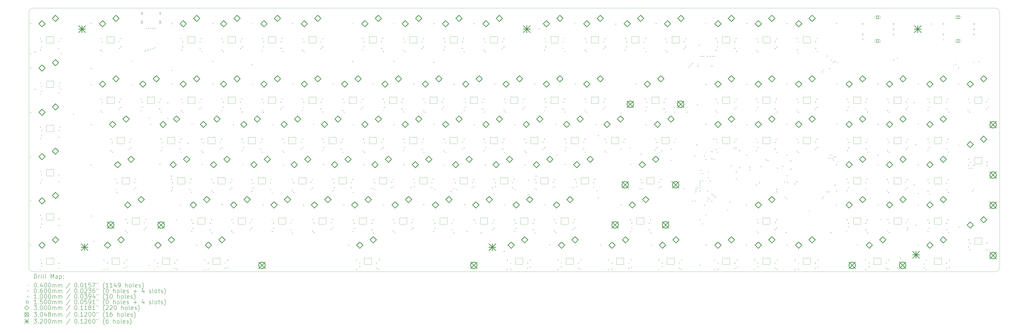
<source format=gbr>
%TF.GenerationSoftware,KiCad,Pcbnew,8.0.2*%
%TF.CreationDate,2024-07-25T19:01:04+02:00*%
%TF.ProjectId,micha_board,6d696368-615f-4626-9f61-72642e6b6963,rev?*%
%TF.SameCoordinates,Original*%
%TF.FileFunction,Drillmap*%
%TF.FilePolarity,Positive*%
%FSLAX45Y45*%
G04 Gerber Fmt 4.5, Leading zero omitted, Abs format (unit mm)*
G04 Created by KiCad (PCBNEW 8.0.2) date 2024-07-25 19:01:04*
%MOMM*%
%LPD*%
G01*
G04 APERTURE LIST*
%ADD10C,0.100000*%
%ADD11C,0.200000*%
%ADD12C,0.150000*%
%ADD13C,0.300000*%
%ADD14C,0.304800*%
%ADD15C,0.320000*%
G04 APERTURE END LIST*
D10*
X48628579Y-15088579D02*
G75*
G02*
X48428579Y-15288579I-199999J-1D01*
G01*
X48428579Y-2811421D02*
G75*
G02*
X48628579Y-3011421I1J-199999D01*
G01*
X2811421Y-3011421D02*
G75*
G02*
X3011421Y-2811421I199999J1D01*
G01*
X2811421Y-15088579D02*
X2811421Y-3011421D01*
X3011421Y-15288579D02*
G75*
G02*
X2811421Y-15088579I-1J199999D01*
G01*
X3011421Y-2811421D02*
X48428579Y-2811421D01*
X48428579Y-15288579D02*
X3011421Y-15288579D01*
X48628579Y-3011421D02*
X48628579Y-15088579D01*
X13641250Y-10915216D02*
X13641250Y-11055784D01*
X13731805Y-11135500D02*
X13890695Y-11135500D01*
X13890695Y-10835500D02*
X13731805Y-10835500D01*
X13981250Y-11055784D02*
X13981250Y-10915216D01*
X13636302Y-10893528D02*
G75*
G02*
X13641251Y-10915216I-45102J-21702D01*
G01*
X13636302Y-10893528D02*
G75*
G02*
X13706579Y-10828670I45051J21688D01*
G01*
X13641250Y-11055784D02*
G75*
G02*
X13636302Y-11077472I-50035J8D01*
G01*
X13706579Y-11142330D02*
G75*
G02*
X13636302Y-11077472I-25226J43170D01*
G01*
X13706579Y-11142330D02*
G75*
G02*
X13731805Y-11135500I25226J-43171D01*
G01*
X13731805Y-10835500D02*
G75*
G02*
X13706579Y-10828670I0J50001D01*
G01*
X13890695Y-11135500D02*
G75*
G02*
X13915921Y-11142330I0J-50001D01*
G01*
X13915921Y-10828670D02*
G75*
G02*
X13890695Y-10835500I-25226J43171D01*
G01*
X13915921Y-10828670D02*
G75*
G02*
X13986198Y-10893528I25226J-43170D01*
G01*
X13981250Y-10915216D02*
G75*
G02*
X13986198Y-10893528I49999J0D01*
G01*
X13986198Y-11077472D02*
G75*
G02*
X13915921Y-11142330I-45051J-21688D01*
G01*
X13986198Y-11077472D02*
G75*
G02*
X13981250Y-11055784I45051J21688D01*
G01*
X37453750Y-7105216D02*
X37453750Y-7245784D01*
X37544305Y-7325500D02*
X37703195Y-7325500D01*
X37703195Y-7025500D02*
X37544305Y-7025500D01*
X37793750Y-7245784D02*
X37793750Y-7105216D01*
X37448802Y-7083528D02*
G75*
G02*
X37453751Y-7105216I-45102J-21702D01*
G01*
X37448802Y-7083528D02*
G75*
G02*
X37519079Y-7018670I45051J21688D01*
G01*
X37453750Y-7245784D02*
G75*
G02*
X37448802Y-7267472I-50035J8D01*
G01*
X37519079Y-7332330D02*
G75*
G02*
X37448802Y-7267472I-25226J43170D01*
G01*
X37519079Y-7332330D02*
G75*
G02*
X37544305Y-7325500I25226J-43171D01*
G01*
X37544305Y-7025500D02*
G75*
G02*
X37519079Y-7018670I0J50001D01*
G01*
X37703195Y-7325500D02*
G75*
G02*
X37728421Y-7332330I0J-50001D01*
G01*
X37728421Y-7018670D02*
G75*
G02*
X37703195Y-7025500I-25226J43171D01*
G01*
X37728421Y-7018670D02*
G75*
G02*
X37798698Y-7083528I25226J-43170D01*
G01*
X37793750Y-7105216D02*
G75*
G02*
X37798698Y-7083528I49999J0D01*
G01*
X37798698Y-7267472D02*
G75*
G02*
X37728421Y-7332330I-45051J-21688D01*
G01*
X37798698Y-7267472D02*
G75*
G02*
X37793750Y-7245784I45051J21688D01*
G01*
X3640000Y-6343216D02*
X3640000Y-6483784D01*
X3730555Y-6563500D02*
X3889445Y-6563500D01*
X3889445Y-6263500D02*
X3730555Y-6263500D01*
X3980000Y-6483784D02*
X3980000Y-6343216D01*
X3635052Y-6321528D02*
G75*
G02*
X3640001Y-6343216I-45102J-21702D01*
G01*
X3635052Y-6321528D02*
G75*
G02*
X3705329Y-6256670I45051J21688D01*
G01*
X3640000Y-6483784D02*
G75*
G02*
X3635052Y-6505472I-50035J8D01*
G01*
X3705329Y-6570330D02*
G75*
G02*
X3635052Y-6505472I-25226J43170D01*
G01*
X3705329Y-6570330D02*
G75*
G02*
X3730555Y-6563500I25226J-43171D01*
G01*
X3730555Y-6263500D02*
G75*
G02*
X3705329Y-6256670I0J50001D01*
G01*
X3889445Y-6563500D02*
G75*
G02*
X3914671Y-6570330I0J-50001D01*
G01*
X3914671Y-6256670D02*
G75*
G02*
X3889445Y-6263500I-25226J43171D01*
G01*
X3914671Y-6256670D02*
G75*
G02*
X3984948Y-6321528I25226J-43170D01*
G01*
X3980000Y-6343216D02*
G75*
G02*
X3984948Y-6321528I49999J0D01*
G01*
X3984948Y-6505472D02*
G75*
G02*
X3914671Y-6570330I-45051J-21688D01*
G01*
X3984948Y-6505472D02*
G75*
G02*
X3980000Y-6483784I45051J21688D01*
G01*
X17451250Y-10915216D02*
X17451250Y-11055784D01*
X17541805Y-11135500D02*
X17700695Y-11135500D01*
X17700695Y-10835500D02*
X17541805Y-10835500D01*
X17791250Y-11055784D02*
X17791250Y-10915216D01*
X17446302Y-10893528D02*
G75*
G02*
X17451251Y-10915216I-45102J-21702D01*
G01*
X17446302Y-10893528D02*
G75*
G02*
X17516579Y-10828670I45051J21688D01*
G01*
X17451250Y-11055784D02*
G75*
G02*
X17446302Y-11077472I-50035J8D01*
G01*
X17516579Y-11142330D02*
G75*
G02*
X17446302Y-11077472I-25226J43170D01*
G01*
X17516579Y-11142330D02*
G75*
G02*
X17541805Y-11135500I25226J-43171D01*
G01*
X17541805Y-10835500D02*
G75*
G02*
X17516579Y-10828670I0J50001D01*
G01*
X17700695Y-11135500D02*
G75*
G02*
X17725921Y-11142330I0J-50001D01*
G01*
X17725921Y-10828670D02*
G75*
G02*
X17700695Y-10835500I-25226J43171D01*
G01*
X17725921Y-10828670D02*
G75*
G02*
X17796198Y-10893528I25226J-43170D01*
G01*
X17791250Y-10915216D02*
G75*
G02*
X17796198Y-10893528I49999J0D01*
G01*
X17796198Y-11077472D02*
G75*
G02*
X17725921Y-11142330I-45051J-21688D01*
G01*
X17796198Y-11077472D02*
G75*
G02*
X17791250Y-11055784I45051J21688D01*
G01*
X43645000Y-10915216D02*
X43645000Y-11055784D01*
X43735555Y-11135500D02*
X43894445Y-11135500D01*
X43894445Y-10835500D02*
X43735555Y-10835500D01*
X43985000Y-11055784D02*
X43985000Y-10915216D01*
X43640052Y-10893528D02*
G75*
G02*
X43645001Y-10915216I-45102J-21702D01*
G01*
X43640052Y-10893528D02*
G75*
G02*
X43710329Y-10828670I45051J21688D01*
G01*
X43645000Y-11055784D02*
G75*
G02*
X43640052Y-11077472I-50035J8D01*
G01*
X43710329Y-11142330D02*
G75*
G02*
X43640052Y-11077472I-25226J43170D01*
G01*
X43710329Y-11142330D02*
G75*
G02*
X43735555Y-11135500I25226J-43171D01*
G01*
X43735555Y-10835500D02*
G75*
G02*
X43710329Y-10828670I0J50001D01*
G01*
X43894445Y-11135500D02*
G75*
G02*
X43919671Y-11142330I0J-50001D01*
G01*
X43919671Y-10828670D02*
G75*
G02*
X43894445Y-10835500I-25226J43171D01*
G01*
X43919671Y-10828670D02*
G75*
G02*
X43989948Y-10893528I25226J-43170D01*
G01*
X43985000Y-10915216D02*
G75*
G02*
X43989948Y-10893528I49999J0D01*
G01*
X43989948Y-11077472D02*
G75*
G02*
X43919671Y-11142330I-45051J-21688D01*
G01*
X43989948Y-11077472D02*
G75*
G02*
X43985000Y-11055784I45051J21688D01*
G01*
X35548750Y-7105216D02*
X35548750Y-7245784D01*
X35639305Y-7325500D02*
X35798195Y-7325500D01*
X35798195Y-7025500D02*
X35639305Y-7025500D01*
X35888750Y-7245784D02*
X35888750Y-7105216D01*
X35543802Y-7083528D02*
G75*
G02*
X35548751Y-7105216I-45102J-21702D01*
G01*
X35543802Y-7083528D02*
G75*
G02*
X35614079Y-7018670I45051J21688D01*
G01*
X35548750Y-7245784D02*
G75*
G02*
X35543802Y-7267472I-50035J8D01*
G01*
X35614079Y-7332330D02*
G75*
G02*
X35543802Y-7267472I-25226J43170D01*
G01*
X35614079Y-7332330D02*
G75*
G02*
X35639305Y-7325500I25226J-43171D01*
G01*
X35639305Y-7025500D02*
G75*
G02*
X35614079Y-7018670I0J50001D01*
G01*
X35798195Y-7325500D02*
G75*
G02*
X35823421Y-7332330I0J-50001D01*
G01*
X35823421Y-7018670D02*
G75*
G02*
X35798195Y-7025500I-25226J43171D01*
G01*
X35823421Y-7018670D02*
G75*
G02*
X35893698Y-7083528I25226J-43170D01*
G01*
X35888750Y-7105216D02*
G75*
G02*
X35893698Y-7083528I49999J0D01*
G01*
X35893698Y-7267472D02*
G75*
G02*
X35823421Y-7332330I-45051J-21688D01*
G01*
X35893698Y-7267472D02*
G75*
G02*
X35888750Y-7245784I45051J21688D01*
G01*
X25547500Y-7105216D02*
X25547500Y-7245784D01*
X25638055Y-7325500D02*
X25796945Y-7325500D01*
X25796945Y-7025500D02*
X25638055Y-7025500D01*
X25887500Y-7245784D02*
X25887500Y-7105216D01*
X25542552Y-7083528D02*
G75*
G02*
X25547501Y-7105216I-45102J-21702D01*
G01*
X25542552Y-7083528D02*
G75*
G02*
X25612829Y-7018670I45051J21688D01*
G01*
X25547500Y-7245784D02*
G75*
G02*
X25542552Y-7267472I-50035J8D01*
G01*
X25612829Y-7332330D02*
G75*
G02*
X25542552Y-7267472I-25226J43170D01*
G01*
X25612829Y-7332330D02*
G75*
G02*
X25638055Y-7325500I25226J-43171D01*
G01*
X25638055Y-7025500D02*
G75*
G02*
X25612829Y-7018670I0J50001D01*
G01*
X25796945Y-7325500D02*
G75*
G02*
X25822171Y-7332330I0J-50001D01*
G01*
X25822171Y-7018670D02*
G75*
G02*
X25796945Y-7025500I-25226J43171D01*
G01*
X25822171Y-7018670D02*
G75*
G02*
X25892448Y-7083528I25226J-43170D01*
G01*
X25887500Y-7105216D02*
G75*
G02*
X25892448Y-7083528I49999J0D01*
G01*
X25892448Y-7267472D02*
G75*
G02*
X25822171Y-7332330I-45051J-21688D01*
G01*
X25892448Y-7267472D02*
G75*
G02*
X25887500Y-7245784I45051J21688D01*
G01*
X21737500Y-7105216D02*
X21737500Y-7245784D01*
X21828055Y-7325500D02*
X21986945Y-7325500D01*
X21986945Y-7025500D02*
X21828055Y-7025500D01*
X22077500Y-7245784D02*
X22077500Y-7105216D01*
X21732552Y-7083528D02*
G75*
G02*
X21737501Y-7105216I-45102J-21702D01*
G01*
X21732552Y-7083528D02*
G75*
G02*
X21802829Y-7018670I45051J21688D01*
G01*
X21737500Y-7245784D02*
G75*
G02*
X21732552Y-7267472I-50035J8D01*
G01*
X21802829Y-7332330D02*
G75*
G02*
X21732552Y-7267472I-25226J43170D01*
G01*
X21802829Y-7332330D02*
G75*
G02*
X21828055Y-7325500I25226J-43171D01*
G01*
X21828055Y-7025500D02*
G75*
G02*
X21802829Y-7018670I0J50001D01*
G01*
X21986945Y-7325500D02*
G75*
G02*
X22012171Y-7332330I0J-50001D01*
G01*
X22012171Y-7018670D02*
G75*
G02*
X21986945Y-7025500I-25226J43171D01*
G01*
X22012171Y-7018670D02*
G75*
G02*
X22082448Y-7083528I25226J-43170D01*
G01*
X22077500Y-7105216D02*
G75*
G02*
X22082448Y-7083528I49999J0D01*
G01*
X22082448Y-7267472D02*
G75*
G02*
X22012171Y-7332330I-45051J-21688D01*
G01*
X22082448Y-7267472D02*
G75*
G02*
X22077500Y-7245784I45051J21688D01*
G01*
X39358750Y-4247716D02*
X39358750Y-4388284D01*
X39449305Y-4468000D02*
X39608195Y-4468000D01*
X39608195Y-4168000D02*
X39449305Y-4168000D01*
X39698750Y-4388284D02*
X39698750Y-4247716D01*
X39353802Y-4226028D02*
G75*
G02*
X39358751Y-4247716I-45102J-21702D01*
G01*
X39353802Y-4226028D02*
G75*
G02*
X39424079Y-4161170I45051J21688D01*
G01*
X39358750Y-4388284D02*
G75*
G02*
X39353802Y-4409972I-50035J8D01*
G01*
X39424079Y-4474830D02*
G75*
G02*
X39353802Y-4409972I-25226J43170D01*
G01*
X39424079Y-4474830D02*
G75*
G02*
X39449305Y-4468000I25226J-43171D01*
G01*
X39449305Y-4168000D02*
G75*
G02*
X39424079Y-4161170I0J50001D01*
G01*
X39608195Y-4468000D02*
G75*
G02*
X39633421Y-4474830I0J-50001D01*
G01*
X39633421Y-4161170D02*
G75*
G02*
X39608195Y-4168000I-25226J43171D01*
G01*
X39633421Y-4161170D02*
G75*
G02*
X39703698Y-4226028I25226J-43170D01*
G01*
X39698750Y-4247716D02*
G75*
G02*
X39703698Y-4226028I49999J0D01*
G01*
X39703698Y-4409972D02*
G75*
G02*
X39633421Y-4474830I-45051J-21688D01*
G01*
X39703698Y-4409972D02*
G75*
G02*
X39698750Y-4388284I45051J21688D01*
G01*
X27452500Y-7105216D02*
X27452500Y-7245784D01*
X27543055Y-7325500D02*
X27701945Y-7325500D01*
X27701945Y-7025500D02*
X27543055Y-7025500D01*
X27792500Y-7245784D02*
X27792500Y-7105216D01*
X27447552Y-7083528D02*
G75*
G02*
X27452501Y-7105216I-45102J-21702D01*
G01*
X27447552Y-7083528D02*
G75*
G02*
X27517829Y-7018670I45051J21688D01*
G01*
X27452500Y-7245784D02*
G75*
G02*
X27447552Y-7267472I-50035J8D01*
G01*
X27517829Y-7332330D02*
G75*
G02*
X27447552Y-7267472I-25226J43170D01*
G01*
X27517829Y-7332330D02*
G75*
G02*
X27543055Y-7325500I25226J-43171D01*
G01*
X27543055Y-7025500D02*
G75*
G02*
X27517829Y-7018670I0J50001D01*
G01*
X27701945Y-7325500D02*
G75*
G02*
X27727171Y-7332330I0J-50001D01*
G01*
X27727171Y-7018670D02*
G75*
G02*
X27701945Y-7025500I-25226J43171D01*
G01*
X27727171Y-7018670D02*
G75*
G02*
X27797448Y-7083528I25226J-43170D01*
G01*
X27792500Y-7105216D02*
G75*
G02*
X27797448Y-7083528I49999J0D01*
G01*
X27797448Y-7267472D02*
G75*
G02*
X27727171Y-7332330I-45051J-21688D01*
G01*
X27797448Y-7267472D02*
G75*
G02*
X27792500Y-7245784I45051J21688D01*
G01*
X45550000Y-7105216D02*
X45550000Y-7245784D01*
X45640555Y-7325500D02*
X45799445Y-7325500D01*
X45799445Y-7025500D02*
X45640555Y-7025500D01*
X45890000Y-7245784D02*
X45890000Y-7105216D01*
X45545052Y-7083528D02*
G75*
G02*
X45550001Y-7105216I-45102J-21702D01*
G01*
X45545052Y-7083528D02*
G75*
G02*
X45615329Y-7018670I45051J21688D01*
G01*
X45550000Y-7245784D02*
G75*
G02*
X45545052Y-7267472I-50035J8D01*
G01*
X45615329Y-7332330D02*
G75*
G02*
X45545052Y-7267472I-25226J43170D01*
G01*
X45615329Y-7332330D02*
G75*
G02*
X45640555Y-7325500I25226J-43171D01*
G01*
X45640555Y-7025500D02*
G75*
G02*
X45615329Y-7018670I0J50001D01*
G01*
X45799445Y-7325500D02*
G75*
G02*
X45824671Y-7332330I0J-50001D01*
G01*
X45824671Y-7018670D02*
G75*
G02*
X45799445Y-7025500I-25226J43171D01*
G01*
X45824671Y-7018670D02*
G75*
G02*
X45894948Y-7083528I25226J-43170D01*
G01*
X45890000Y-7105216D02*
G75*
G02*
X45894948Y-7083528I49999J0D01*
G01*
X45894948Y-7267472D02*
G75*
G02*
X45824671Y-7332330I-45051J-21688D01*
G01*
X45894948Y-7267472D02*
G75*
G02*
X45890000Y-7245784I45051J21688D01*
G01*
X6497500Y-4247716D02*
X6497500Y-4388284D01*
X6588055Y-4468000D02*
X6746945Y-4468000D01*
X6746945Y-4168000D02*
X6588055Y-4168000D01*
X6837500Y-4388284D02*
X6837500Y-4247716D01*
X6492552Y-4226028D02*
G75*
G02*
X6497501Y-4247716I-45102J-21702D01*
G01*
X6492552Y-4226028D02*
G75*
G02*
X6562829Y-4161170I45051J21688D01*
G01*
X6497500Y-4388284D02*
G75*
G02*
X6492552Y-4409972I-50035J8D01*
G01*
X6562829Y-4474830D02*
G75*
G02*
X6492552Y-4409972I-25226J43170D01*
G01*
X6562829Y-4474830D02*
G75*
G02*
X6588055Y-4468000I25226J-43171D01*
G01*
X6588055Y-4168000D02*
G75*
G02*
X6562829Y-4161170I0J50001D01*
G01*
X6746945Y-4468000D02*
G75*
G02*
X6772171Y-4474830I0J-50001D01*
G01*
X6772171Y-4161170D02*
G75*
G02*
X6746945Y-4168000I-25226J43171D01*
G01*
X6772171Y-4161170D02*
G75*
G02*
X6842448Y-4226028I25226J-43170D01*
G01*
X6837500Y-4247716D02*
G75*
G02*
X6842448Y-4226028I49999J0D01*
G01*
X6842448Y-4409972D02*
G75*
G02*
X6772171Y-4474830I-45051J-21688D01*
G01*
X6842448Y-4409972D02*
G75*
G02*
X6837500Y-4388284I45051J21688D01*
G01*
X15546250Y-10915216D02*
X15546250Y-11055784D01*
X15636805Y-11135500D02*
X15795695Y-11135500D01*
X15795695Y-10835500D02*
X15636805Y-10835500D01*
X15886250Y-11055784D02*
X15886250Y-10915216D01*
X15541302Y-10893528D02*
G75*
G02*
X15546251Y-10915216I-45102J-21702D01*
G01*
X15541302Y-10893528D02*
G75*
G02*
X15611579Y-10828670I45051J21688D01*
G01*
X15546250Y-11055784D02*
G75*
G02*
X15541302Y-11077472I-50035J8D01*
G01*
X15611579Y-11142330D02*
G75*
G02*
X15541302Y-11077472I-25226J43170D01*
G01*
X15611579Y-11142330D02*
G75*
G02*
X15636805Y-11135500I25226J-43171D01*
G01*
X15636805Y-10835500D02*
G75*
G02*
X15611579Y-10828670I0J50001D01*
G01*
X15795695Y-11135500D02*
G75*
G02*
X15820921Y-11142330I0J-50001D01*
G01*
X15820921Y-10828670D02*
G75*
G02*
X15795695Y-10835500I-25226J43171D01*
G01*
X15820921Y-10828670D02*
G75*
G02*
X15891198Y-10893528I25226J-43170D01*
G01*
X15886250Y-10915216D02*
G75*
G02*
X15891198Y-10893528I49999J0D01*
G01*
X15891198Y-11077472D02*
G75*
G02*
X15820921Y-11142330I-45051J-21688D01*
G01*
X15891198Y-11077472D02*
G75*
G02*
X15886250Y-11055784I45051J21688D01*
G01*
X11260000Y-9010216D02*
X11260000Y-9150784D01*
X11350555Y-9230500D02*
X11509445Y-9230500D01*
X11509445Y-8930500D02*
X11350555Y-8930500D01*
X11600000Y-9150784D02*
X11600000Y-9010216D01*
X11255052Y-8988528D02*
G75*
G02*
X11260001Y-9010216I-45102J-21702D01*
G01*
X11255052Y-8988528D02*
G75*
G02*
X11325329Y-8923670I45051J21688D01*
G01*
X11260000Y-9150784D02*
G75*
G02*
X11255052Y-9172472I-50035J8D01*
G01*
X11325329Y-9237330D02*
G75*
G02*
X11255052Y-9172472I-25226J43170D01*
G01*
X11325329Y-9237330D02*
G75*
G02*
X11350555Y-9230500I25226J-43171D01*
G01*
X11350555Y-8930500D02*
G75*
G02*
X11325329Y-8923670I0J50001D01*
G01*
X11509445Y-9230500D02*
G75*
G02*
X11534671Y-9237330I0J-50001D01*
G01*
X11534671Y-8923670D02*
G75*
G02*
X11509445Y-8930500I-25226J43171D01*
G01*
X11534671Y-8923670D02*
G75*
G02*
X11604948Y-8988528I25226J-43170D01*
G01*
X11600000Y-9010216D02*
G75*
G02*
X11604948Y-8988528I49999J0D01*
G01*
X11604948Y-9172472D02*
G75*
G02*
X11534671Y-9237330I-45051J-21688D01*
G01*
X11604948Y-9172472D02*
G75*
G02*
X11600000Y-9150784I45051J21688D01*
G01*
X13165000Y-9010216D02*
X13165000Y-9150784D01*
X13255555Y-9230500D02*
X13414445Y-9230500D01*
X13414445Y-8930500D02*
X13255555Y-8930500D01*
X13505000Y-9150784D02*
X13505000Y-9010216D01*
X13160052Y-8988528D02*
G75*
G02*
X13165001Y-9010216I-45102J-21702D01*
G01*
X13160052Y-8988528D02*
G75*
G02*
X13230329Y-8923670I45051J21688D01*
G01*
X13165000Y-9150784D02*
G75*
G02*
X13160052Y-9172472I-50035J8D01*
G01*
X13230329Y-9237330D02*
G75*
G02*
X13160052Y-9172472I-25226J43170D01*
G01*
X13230329Y-9237330D02*
G75*
G02*
X13255555Y-9230500I25226J-43171D01*
G01*
X13255555Y-8930500D02*
G75*
G02*
X13230329Y-8923670I0J50001D01*
G01*
X13414445Y-9230500D02*
G75*
G02*
X13439671Y-9237330I0J-50001D01*
G01*
X13439671Y-8923670D02*
G75*
G02*
X13414445Y-8930500I-25226J43171D01*
G01*
X13439671Y-8923670D02*
G75*
G02*
X13509948Y-8988528I25226J-43170D01*
G01*
X13505000Y-9010216D02*
G75*
G02*
X13509948Y-8988528I49999J0D01*
G01*
X13509948Y-9172472D02*
G75*
G02*
X13439671Y-9237330I-45051J-21688D01*
G01*
X13509948Y-9172472D02*
G75*
G02*
X13505000Y-9150784I45051J21688D01*
G01*
X45550000Y-14725216D02*
X45550000Y-14865784D01*
X45640555Y-14945500D02*
X45799445Y-14945500D01*
X45799445Y-14645500D02*
X45640555Y-14645500D01*
X45890000Y-14865784D02*
X45890000Y-14725216D01*
X45545052Y-14703528D02*
G75*
G02*
X45550001Y-14725216I-45102J-21702D01*
G01*
X45545052Y-14703528D02*
G75*
G02*
X45615329Y-14638670I45051J21688D01*
G01*
X45550000Y-14865784D02*
G75*
G02*
X45545052Y-14887472I-50035J8D01*
G01*
X45615329Y-14952330D02*
G75*
G02*
X45545052Y-14887472I-25226J43170D01*
G01*
X45615329Y-14952330D02*
G75*
G02*
X45640555Y-14945500I25226J-43171D01*
G01*
X45640555Y-14645500D02*
G75*
G02*
X45615329Y-14638670I0J50001D01*
G01*
X45799445Y-14945500D02*
G75*
G02*
X45824671Y-14952330I0J-50001D01*
G01*
X45824671Y-14638670D02*
G75*
G02*
X45799445Y-14645500I-25226J43171D01*
G01*
X45824671Y-14638670D02*
G75*
G02*
X45894948Y-14703528I25226J-43170D01*
G01*
X45890000Y-14725216D02*
G75*
G02*
X45894948Y-14703528I49999J0D01*
G01*
X45894948Y-14887472D02*
G75*
G02*
X45824671Y-14952330I-45051J-21688D01*
G01*
X45894948Y-14887472D02*
G75*
G02*
X45890000Y-14865784I45051J21688D01*
G01*
X23642500Y-7105216D02*
X23642500Y-7245784D01*
X23733055Y-7325500D02*
X23891945Y-7325500D01*
X23891945Y-7025500D02*
X23733055Y-7025500D01*
X23982500Y-7245784D02*
X23982500Y-7105216D01*
X23637552Y-7083528D02*
G75*
G02*
X23642501Y-7105216I-45102J-21702D01*
G01*
X23637552Y-7083528D02*
G75*
G02*
X23707829Y-7018670I45051J21688D01*
G01*
X23642500Y-7245784D02*
G75*
G02*
X23637552Y-7267472I-50035J8D01*
G01*
X23707829Y-7332330D02*
G75*
G02*
X23637552Y-7267472I-25226J43170D01*
G01*
X23707829Y-7332330D02*
G75*
G02*
X23733055Y-7325500I25226J-43171D01*
G01*
X23733055Y-7025500D02*
G75*
G02*
X23707829Y-7018670I0J50001D01*
G01*
X23891945Y-7325500D02*
G75*
G02*
X23917171Y-7332330I0J-50001D01*
G01*
X23917171Y-7018670D02*
G75*
G02*
X23891945Y-7025500I-25226J43171D01*
G01*
X23917171Y-7018670D02*
G75*
G02*
X23987448Y-7083528I25226J-43170D01*
G01*
X23982500Y-7105216D02*
G75*
G02*
X23987448Y-7083528I49999J0D01*
G01*
X23987448Y-7267472D02*
G75*
G02*
X23917171Y-7332330I-45051J-21688D01*
G01*
X23987448Y-7267472D02*
G75*
G02*
X23982500Y-7245784I45051J21688D01*
G01*
X8402500Y-7105216D02*
X8402500Y-7245784D01*
X8493055Y-7325500D02*
X8651945Y-7325500D01*
X8651945Y-7025500D02*
X8493055Y-7025500D01*
X8742500Y-7245784D02*
X8742500Y-7105216D01*
X8397552Y-7083528D02*
G75*
G02*
X8402501Y-7105216I-45102J-21702D01*
G01*
X8397552Y-7083528D02*
G75*
G02*
X8467829Y-7018670I45051J21688D01*
G01*
X8402500Y-7245784D02*
G75*
G02*
X8397552Y-7267472I-50035J8D01*
G01*
X8467829Y-7332330D02*
G75*
G02*
X8397552Y-7267472I-25226J43170D01*
G01*
X8467829Y-7332330D02*
G75*
G02*
X8493055Y-7325500I25226J-43171D01*
G01*
X8493055Y-7025500D02*
G75*
G02*
X8467829Y-7018670I0J50001D01*
G01*
X8651945Y-7325500D02*
G75*
G02*
X8677171Y-7332330I0J-50001D01*
G01*
X8677171Y-7018670D02*
G75*
G02*
X8651945Y-7025500I-25226J43171D01*
G01*
X8677171Y-7018670D02*
G75*
G02*
X8747448Y-7083528I25226J-43170D01*
G01*
X8742500Y-7105216D02*
G75*
G02*
X8747448Y-7083528I49999J0D01*
G01*
X8747448Y-7267472D02*
G75*
G02*
X8677171Y-7332330I-45051J-21688D01*
G01*
X8747448Y-7267472D02*
G75*
G02*
X8742500Y-7245784I45051J21688D01*
G01*
X29357500Y-7105216D02*
X29357500Y-7245784D01*
X29448055Y-7325500D02*
X29606945Y-7325500D01*
X29606945Y-7025500D02*
X29448055Y-7025500D01*
X29697500Y-7245784D02*
X29697500Y-7105216D01*
X29352552Y-7083528D02*
G75*
G02*
X29357501Y-7105216I-45102J-21702D01*
G01*
X29352552Y-7083528D02*
G75*
G02*
X29422829Y-7018670I45051J21688D01*
G01*
X29357500Y-7245784D02*
G75*
G02*
X29352552Y-7267472I-50035J8D01*
G01*
X29422829Y-7332330D02*
G75*
G02*
X29352552Y-7267472I-25226J43170D01*
G01*
X29422829Y-7332330D02*
G75*
G02*
X29448055Y-7325500I25226J-43171D01*
G01*
X29448055Y-7025500D02*
G75*
G02*
X29422829Y-7018670I0J50001D01*
G01*
X29606945Y-7325500D02*
G75*
G02*
X29632171Y-7332330I0J-50001D01*
G01*
X29632171Y-7018670D02*
G75*
G02*
X29606945Y-7025500I-25226J43171D01*
G01*
X29632171Y-7018670D02*
G75*
G02*
X29702448Y-7083528I25226J-43170D01*
G01*
X29697500Y-7105216D02*
G75*
G02*
X29702448Y-7083528I49999J0D01*
G01*
X29702448Y-7267472D02*
G75*
G02*
X29632171Y-7332330I-45051J-21688D01*
G01*
X29702448Y-7267472D02*
G75*
G02*
X29697500Y-7245784I45051J21688D01*
G01*
X10307500Y-4247716D02*
X10307500Y-4388284D01*
X10398055Y-4468000D02*
X10556945Y-4468000D01*
X10556945Y-4168000D02*
X10398055Y-4168000D01*
X10647500Y-4388284D02*
X10647500Y-4247716D01*
X10302552Y-4226028D02*
G75*
G02*
X10307501Y-4247716I-45102J-21702D01*
G01*
X10302552Y-4226028D02*
G75*
G02*
X10372829Y-4161170I45051J21688D01*
G01*
X10307500Y-4388284D02*
G75*
G02*
X10302552Y-4409972I-50035J8D01*
G01*
X10372829Y-4474830D02*
G75*
G02*
X10302552Y-4409972I-25226J43170D01*
G01*
X10372829Y-4474830D02*
G75*
G02*
X10398055Y-4468000I25226J-43171D01*
G01*
X10398055Y-4168000D02*
G75*
G02*
X10372829Y-4161170I0J50001D01*
G01*
X10556945Y-4468000D02*
G75*
G02*
X10582171Y-4474830I0J-50001D01*
G01*
X10582171Y-4161170D02*
G75*
G02*
X10556945Y-4168000I-25226J43171D01*
G01*
X10582171Y-4161170D02*
G75*
G02*
X10652448Y-4226028I25226J-43170D01*
G01*
X10647500Y-4247716D02*
G75*
G02*
X10652448Y-4226028I49999J0D01*
G01*
X10652448Y-4409972D02*
G75*
G02*
X10582171Y-4474830I-45051J-21688D01*
G01*
X10652448Y-4409972D02*
G75*
G02*
X10647500Y-4388284I45051J21688D01*
G01*
X47455000Y-13772716D02*
X47455000Y-13913284D01*
X47545555Y-13993000D02*
X47704445Y-13993000D01*
X47704445Y-13693000D02*
X47545555Y-13693000D01*
X47795000Y-13913284D02*
X47795000Y-13772716D01*
X47450052Y-13751028D02*
G75*
G02*
X47455001Y-13772716I-45102J-21702D01*
G01*
X47450052Y-13751028D02*
G75*
G02*
X47520329Y-13686170I45051J21688D01*
G01*
X47455000Y-13913284D02*
G75*
G02*
X47450052Y-13934972I-50035J8D01*
G01*
X47520329Y-13999830D02*
G75*
G02*
X47450052Y-13934972I-25226J43170D01*
G01*
X47520329Y-13999830D02*
G75*
G02*
X47545555Y-13993000I25226J-43171D01*
G01*
X47545555Y-13693000D02*
G75*
G02*
X47520329Y-13686170I0J50001D01*
G01*
X47704445Y-13993000D02*
G75*
G02*
X47729671Y-13999830I0J-50001D01*
G01*
X47729671Y-13686170D02*
G75*
G02*
X47704445Y-13693000I-25226J43171D01*
G01*
X47729671Y-13686170D02*
G75*
G02*
X47799948Y-13751028I25226J-43170D01*
G01*
X47795000Y-13772716D02*
G75*
G02*
X47799948Y-13751028I49999J0D01*
G01*
X47799948Y-13934972D02*
G75*
G02*
X47729671Y-13999830I-45051J-21688D01*
G01*
X47799948Y-13934972D02*
G75*
G02*
X47795000Y-13913284I45051J21688D01*
G01*
X14117500Y-4247716D02*
X14117500Y-4388284D01*
X14208055Y-4468000D02*
X14366945Y-4468000D01*
X14366945Y-4168000D02*
X14208055Y-4168000D01*
X14457500Y-4388284D02*
X14457500Y-4247716D01*
X14112552Y-4226028D02*
G75*
G02*
X14117501Y-4247716I-45102J-21702D01*
G01*
X14112552Y-4226028D02*
G75*
G02*
X14182829Y-4161170I45051J21688D01*
G01*
X14117500Y-4388284D02*
G75*
G02*
X14112552Y-4409972I-50035J8D01*
G01*
X14182829Y-4474830D02*
G75*
G02*
X14112552Y-4409972I-25226J43170D01*
G01*
X14182829Y-4474830D02*
G75*
G02*
X14208055Y-4468000I25226J-43171D01*
G01*
X14208055Y-4168000D02*
G75*
G02*
X14182829Y-4161170I0J50001D01*
G01*
X14366945Y-4468000D02*
G75*
G02*
X14392171Y-4474830I0J-50001D01*
G01*
X14392171Y-4161170D02*
G75*
G02*
X14366945Y-4168000I-25226J43171D01*
G01*
X14392171Y-4161170D02*
G75*
G02*
X14462448Y-4226028I25226J-43170D01*
G01*
X14457500Y-4247716D02*
G75*
G02*
X14462448Y-4226028I49999J0D01*
G01*
X14462448Y-4409972D02*
G75*
G02*
X14392171Y-4474830I-45051J-21688D01*
G01*
X14462448Y-4409972D02*
G75*
G02*
X14457500Y-4388284I45051J21688D01*
G01*
X41740000Y-9010216D02*
X41740000Y-9150784D01*
X41830555Y-9230500D02*
X41989445Y-9230500D01*
X41989445Y-8930500D02*
X41830555Y-8930500D01*
X42080000Y-9150784D02*
X42080000Y-9010216D01*
X41735052Y-8988528D02*
G75*
G02*
X41740001Y-9010216I-45102J-21702D01*
G01*
X41735052Y-8988528D02*
G75*
G02*
X41805329Y-8923670I45051J21688D01*
G01*
X41740000Y-9150784D02*
G75*
G02*
X41735052Y-9172472I-50035J8D01*
G01*
X41805329Y-9237330D02*
G75*
G02*
X41735052Y-9172472I-25226J43170D01*
G01*
X41805329Y-9237330D02*
G75*
G02*
X41830555Y-9230500I25226J-43171D01*
G01*
X41830555Y-8930500D02*
G75*
G02*
X41805329Y-8923670I0J50001D01*
G01*
X41989445Y-9230500D02*
G75*
G02*
X42014671Y-9237330I0J-50001D01*
G01*
X42014671Y-8923670D02*
G75*
G02*
X41989445Y-8930500I-25226J43171D01*
G01*
X42014671Y-8923670D02*
G75*
G02*
X42084948Y-8988528I25226J-43170D01*
G01*
X42080000Y-9010216D02*
G75*
G02*
X42084948Y-8988528I49999J0D01*
G01*
X42084948Y-9172472D02*
G75*
G02*
X42014671Y-9237330I-45051J-21688D01*
G01*
X42084948Y-9172472D02*
G75*
G02*
X42080000Y-9150784I45051J21688D01*
G01*
X9116875Y-14725216D02*
X9116875Y-14865784D01*
X9207430Y-14945500D02*
X9366320Y-14945500D01*
X9366320Y-14645500D02*
X9207430Y-14645500D01*
X9456875Y-14865784D02*
X9456875Y-14725216D01*
X9111927Y-14703528D02*
G75*
G02*
X9116876Y-14725216I-45102J-21702D01*
G01*
X9111927Y-14703528D02*
G75*
G02*
X9182204Y-14638670I45051J21688D01*
G01*
X9116875Y-14865784D02*
G75*
G02*
X9111927Y-14887472I-50035J8D01*
G01*
X9182204Y-14952330D02*
G75*
G02*
X9111927Y-14887472I-25226J43170D01*
G01*
X9182204Y-14952330D02*
G75*
G02*
X9207430Y-14945500I25226J-43171D01*
G01*
X9207430Y-14645500D02*
G75*
G02*
X9182204Y-14638670I0J50001D01*
G01*
X9366320Y-14945500D02*
G75*
G02*
X9391546Y-14952330I0J-50001D01*
G01*
X9391546Y-14638670D02*
G75*
G02*
X9366320Y-14645500I-25226J43171D01*
G01*
X9391546Y-14638670D02*
G75*
G02*
X9461823Y-14703528I25226J-43170D01*
G01*
X9456875Y-14725216D02*
G75*
G02*
X9461823Y-14703528I49999J0D01*
G01*
X9461823Y-14887472D02*
G75*
G02*
X9391546Y-14952330I-45051J-21688D01*
G01*
X9461823Y-14887472D02*
G75*
G02*
X9456875Y-14865784I45051J21688D01*
G01*
X43645000Y-9010216D02*
X43645000Y-9150784D01*
X43735555Y-9230500D02*
X43894445Y-9230500D01*
X43894445Y-8930500D02*
X43735555Y-8930500D01*
X43985000Y-9150784D02*
X43985000Y-9010216D01*
X43640052Y-8988528D02*
G75*
G02*
X43645001Y-9010216I-45102J-21702D01*
G01*
X43640052Y-8988528D02*
G75*
G02*
X43710329Y-8923670I45051J21688D01*
G01*
X43645000Y-9150784D02*
G75*
G02*
X43640052Y-9172472I-50035J8D01*
G01*
X43710329Y-9237330D02*
G75*
G02*
X43640052Y-9172472I-25226J43170D01*
G01*
X43710329Y-9237330D02*
G75*
G02*
X43735555Y-9230500I25226J-43171D01*
G01*
X43735555Y-8930500D02*
G75*
G02*
X43710329Y-8923670I0J50001D01*
G01*
X43894445Y-9230500D02*
G75*
G02*
X43919671Y-9237330I0J-50001D01*
G01*
X43919671Y-8923670D02*
G75*
G02*
X43894445Y-8930500I-25226J43171D01*
G01*
X43919671Y-8923670D02*
G75*
G02*
X43989948Y-8988528I25226J-43170D01*
G01*
X43985000Y-9010216D02*
G75*
G02*
X43989948Y-8988528I49999J0D01*
G01*
X43989948Y-9172472D02*
G75*
G02*
X43919671Y-9237330I-45051J-21688D01*
G01*
X43989948Y-9172472D02*
G75*
G02*
X43985000Y-9150784I45051J21688D01*
G01*
X32215000Y-7105216D02*
X32215000Y-7245784D01*
X32305555Y-7325500D02*
X32464445Y-7325500D01*
X32464445Y-7025500D02*
X32305555Y-7025500D01*
X32555000Y-7245784D02*
X32555000Y-7105216D01*
X32210052Y-7083528D02*
G75*
G02*
X32215001Y-7105216I-45102J-21702D01*
G01*
X32210052Y-7083528D02*
G75*
G02*
X32280329Y-7018670I45051J21688D01*
G01*
X32215000Y-7245784D02*
G75*
G02*
X32210052Y-7267472I-50035J8D01*
G01*
X32280329Y-7332330D02*
G75*
G02*
X32210052Y-7267472I-25226J43170D01*
G01*
X32280329Y-7332330D02*
G75*
G02*
X32305555Y-7325500I25226J-43171D01*
G01*
X32305555Y-7025500D02*
G75*
G02*
X32280329Y-7018670I0J50001D01*
G01*
X32464445Y-7325500D02*
G75*
G02*
X32489671Y-7332330I0J-50001D01*
G01*
X32489671Y-7018670D02*
G75*
G02*
X32464445Y-7025500I-25226J43171D01*
G01*
X32489671Y-7018670D02*
G75*
G02*
X32559948Y-7083528I25226J-43170D01*
G01*
X32555000Y-7105216D02*
G75*
G02*
X32559948Y-7083528I49999J0D01*
G01*
X32559948Y-7267472D02*
G75*
G02*
X32489671Y-7332330I-45051J-21688D01*
G01*
X32559948Y-7267472D02*
G75*
G02*
X32555000Y-7245784I45051J21688D01*
G01*
X37453750Y-14725216D02*
X37453750Y-14865784D01*
X37544305Y-14945500D02*
X37703195Y-14945500D01*
X37703195Y-14645500D02*
X37544305Y-14645500D01*
X37793750Y-14865784D02*
X37793750Y-14725216D01*
X37448802Y-14703528D02*
G75*
G02*
X37453751Y-14725216I-45102J-21702D01*
G01*
X37448802Y-14703528D02*
G75*
G02*
X37519079Y-14638670I45051J21688D01*
G01*
X37453750Y-14865784D02*
G75*
G02*
X37448802Y-14887472I-50035J8D01*
G01*
X37519079Y-14952330D02*
G75*
G02*
X37448802Y-14887472I-25226J43170D01*
G01*
X37519079Y-14952330D02*
G75*
G02*
X37544305Y-14945500I25226J-43171D01*
G01*
X37544305Y-14645500D02*
G75*
G02*
X37519079Y-14638670I0J50001D01*
G01*
X37703195Y-14945500D02*
G75*
G02*
X37728421Y-14952330I0J-50001D01*
G01*
X37728421Y-14638670D02*
G75*
G02*
X37703195Y-14645500I-25226J43171D01*
G01*
X37728421Y-14638670D02*
G75*
G02*
X37798698Y-14703528I25226J-43170D01*
G01*
X37793750Y-14725216D02*
G75*
G02*
X37798698Y-14703528I49999J0D01*
G01*
X37798698Y-14887472D02*
G75*
G02*
X37728421Y-14952330I-45051J-21688D01*
G01*
X37798698Y-14887472D02*
G75*
G02*
X37793750Y-14865784I45051J21688D01*
G01*
X31500625Y-12820216D02*
X31500625Y-12960784D01*
X31591180Y-13040500D02*
X31750070Y-13040500D01*
X31750070Y-12740500D02*
X31591180Y-12740500D01*
X31840625Y-12960784D02*
X31840625Y-12820216D01*
X31495677Y-12798528D02*
G75*
G02*
X31500626Y-12820216I-45102J-21702D01*
G01*
X31495677Y-12798528D02*
G75*
G02*
X31565954Y-12733670I45051J21688D01*
G01*
X31500625Y-12960784D02*
G75*
G02*
X31495677Y-12982472I-50035J8D01*
G01*
X31565954Y-13047330D02*
G75*
G02*
X31495677Y-12982472I-25226J43170D01*
G01*
X31565954Y-13047330D02*
G75*
G02*
X31591180Y-13040500I25226J-43171D01*
G01*
X31591180Y-12740500D02*
G75*
G02*
X31565954Y-12733670I0J50001D01*
G01*
X31750070Y-13040500D02*
G75*
G02*
X31775296Y-13047330I0J-50001D01*
G01*
X31775296Y-12733670D02*
G75*
G02*
X31750070Y-12740500I-25226J43171D01*
G01*
X31775296Y-12733670D02*
G75*
G02*
X31845573Y-12798528I25226J-43170D01*
G01*
X31840625Y-12820216D02*
G75*
G02*
X31845573Y-12798528I49999J0D01*
G01*
X31845573Y-12982472D02*
G75*
G02*
X31775296Y-13047330I-45051J-21688D01*
G01*
X31845573Y-12982472D02*
G75*
G02*
X31840625Y-12960784I45051J21688D01*
G01*
X16022500Y-7105216D02*
X16022500Y-7245784D01*
X16113055Y-7325500D02*
X16271945Y-7325500D01*
X16271945Y-7025500D02*
X16113055Y-7025500D01*
X16362500Y-7245784D02*
X16362500Y-7105216D01*
X16017552Y-7083528D02*
G75*
G02*
X16022501Y-7105216I-45102J-21702D01*
G01*
X16017552Y-7083528D02*
G75*
G02*
X16087829Y-7018670I45051J21688D01*
G01*
X16022500Y-7245784D02*
G75*
G02*
X16017552Y-7267472I-50035J8D01*
G01*
X16087829Y-7332330D02*
G75*
G02*
X16017552Y-7267472I-25226J43170D01*
G01*
X16087829Y-7332330D02*
G75*
G02*
X16113055Y-7325500I25226J-43171D01*
G01*
X16113055Y-7025500D02*
G75*
G02*
X16087829Y-7018670I0J50001D01*
G01*
X16271945Y-7325500D02*
G75*
G02*
X16297171Y-7332330I0J-50001D01*
G01*
X16297171Y-7018670D02*
G75*
G02*
X16271945Y-7025500I-25226J43171D01*
G01*
X16297171Y-7018670D02*
G75*
G02*
X16367448Y-7083528I25226J-43170D01*
G01*
X16362500Y-7105216D02*
G75*
G02*
X16367448Y-7083528I49999J0D01*
G01*
X16367448Y-7267472D02*
G75*
G02*
X16297171Y-7332330I-45051J-21688D01*
G01*
X16367448Y-7267472D02*
G75*
G02*
X16362500Y-7245784I45051J21688D01*
G01*
X12688750Y-12820216D02*
X12688750Y-12960784D01*
X12779305Y-13040500D02*
X12938195Y-13040500D01*
X12938195Y-12740500D02*
X12779305Y-12740500D01*
X13028750Y-12960784D02*
X13028750Y-12820216D01*
X12683802Y-12798528D02*
G75*
G02*
X12688751Y-12820216I-45102J-21702D01*
G01*
X12683802Y-12798528D02*
G75*
G02*
X12754079Y-12733670I45051J21688D01*
G01*
X12688750Y-12960784D02*
G75*
G02*
X12683802Y-12982472I-50035J8D01*
G01*
X12754079Y-13047330D02*
G75*
G02*
X12683802Y-12982472I-25226J43170D01*
G01*
X12754079Y-13047330D02*
G75*
G02*
X12779305Y-13040500I25226J-43171D01*
G01*
X12779305Y-12740500D02*
G75*
G02*
X12754079Y-12733670I0J50001D01*
G01*
X12938195Y-13040500D02*
G75*
G02*
X12963421Y-13047330I0J-50001D01*
G01*
X12963421Y-12733670D02*
G75*
G02*
X12938195Y-12740500I-25226J43171D01*
G01*
X12963421Y-12733670D02*
G75*
G02*
X13033698Y-12798528I25226J-43170D01*
G01*
X13028750Y-12820216D02*
G75*
G02*
X13033698Y-12798528I49999J0D01*
G01*
X13033698Y-12982472D02*
G75*
G02*
X12963421Y-13047330I-45051J-21688D01*
G01*
X13033698Y-12982472D02*
G75*
G02*
X13028750Y-12960784I45051J21688D01*
G01*
X37453750Y-9010216D02*
X37453750Y-9150784D01*
X37544305Y-9230500D02*
X37703195Y-9230500D01*
X37703195Y-8930500D02*
X37544305Y-8930500D01*
X37793750Y-9150784D02*
X37793750Y-9010216D01*
X37448802Y-8988528D02*
G75*
G02*
X37453751Y-9010216I-45102J-21702D01*
G01*
X37448802Y-8988528D02*
G75*
G02*
X37519079Y-8923670I45051J21688D01*
G01*
X37453750Y-9150784D02*
G75*
G02*
X37448802Y-9172472I-50035J8D01*
G01*
X37519079Y-9237330D02*
G75*
G02*
X37448802Y-9172472I-25226J43170D01*
G01*
X37519079Y-9237330D02*
G75*
G02*
X37544305Y-9230500I25226J-43171D01*
G01*
X37544305Y-8930500D02*
G75*
G02*
X37519079Y-8923670I0J50001D01*
G01*
X37703195Y-9230500D02*
G75*
G02*
X37728421Y-9237330I0J-50001D01*
G01*
X37728421Y-8923670D02*
G75*
G02*
X37703195Y-8930500I-25226J43171D01*
G01*
X37728421Y-8923670D02*
G75*
G02*
X37798698Y-8988528I25226J-43170D01*
G01*
X37793750Y-9010216D02*
G75*
G02*
X37798698Y-8988528I49999J0D01*
G01*
X37798698Y-9172472D02*
G75*
G02*
X37728421Y-9237330I-45051J-21688D01*
G01*
X37798698Y-9172472D02*
G75*
G02*
X37793750Y-9150784I45051J21688D01*
G01*
X3640000Y-14725216D02*
X3640000Y-14865784D01*
X3730555Y-14945500D02*
X3889445Y-14945500D01*
X3889445Y-14645500D02*
X3730555Y-14645500D01*
X3980000Y-14865784D02*
X3980000Y-14725216D01*
X3635052Y-14703528D02*
G75*
G02*
X3640001Y-14725216I-45102J-21702D01*
G01*
X3635052Y-14703528D02*
G75*
G02*
X3705329Y-14638670I45051J21688D01*
G01*
X3640000Y-14865784D02*
G75*
G02*
X3635052Y-14887472I-50035J8D01*
G01*
X3705329Y-14952330D02*
G75*
G02*
X3635052Y-14887472I-25226J43170D01*
G01*
X3705329Y-14952330D02*
G75*
G02*
X3730555Y-14945500I25226J-43171D01*
G01*
X3730555Y-14645500D02*
G75*
G02*
X3705329Y-14638670I0J50001D01*
G01*
X3889445Y-14945500D02*
G75*
G02*
X3914671Y-14952330I0J-50001D01*
G01*
X3914671Y-14638670D02*
G75*
G02*
X3889445Y-14645500I-25226J43171D01*
G01*
X3914671Y-14638670D02*
G75*
G02*
X3984948Y-14703528I25226J-43170D01*
G01*
X3980000Y-14725216D02*
G75*
G02*
X3984948Y-14703528I49999J0D01*
G01*
X3984948Y-14887472D02*
G75*
G02*
X3914671Y-14952330I-45051J-21688D01*
G01*
X3984948Y-14887472D02*
G75*
G02*
X3980000Y-14865784I45051J21688D01*
G01*
X41740000Y-10915216D02*
X41740000Y-11055784D01*
X41830555Y-11135500D02*
X41989445Y-11135500D01*
X41989445Y-10835500D02*
X41830555Y-10835500D01*
X42080000Y-11055784D02*
X42080000Y-10915216D01*
X41735052Y-10893528D02*
G75*
G02*
X41740001Y-10915216I-45102J-21702D01*
G01*
X41735052Y-10893528D02*
G75*
G02*
X41805329Y-10828670I45051J21688D01*
G01*
X41740000Y-11055784D02*
G75*
G02*
X41735052Y-11077472I-50035J8D01*
G01*
X41805329Y-11142330D02*
G75*
G02*
X41735052Y-11077472I-25226J43170D01*
G01*
X41805329Y-11142330D02*
G75*
G02*
X41830555Y-11135500I25226J-43171D01*
G01*
X41830555Y-10835500D02*
G75*
G02*
X41805329Y-10828670I0J50001D01*
G01*
X41989445Y-11135500D02*
G75*
G02*
X42014671Y-11142330I0J-50001D01*
G01*
X42014671Y-10828670D02*
G75*
G02*
X41989445Y-10835500I-25226J43171D01*
G01*
X42014671Y-10828670D02*
G75*
G02*
X42084948Y-10893528I25226J-43170D01*
G01*
X42080000Y-10915216D02*
G75*
G02*
X42084948Y-10893528I49999J0D01*
G01*
X42084948Y-11077472D02*
G75*
G02*
X42014671Y-11142330I-45051J-21688D01*
G01*
X42084948Y-11077472D02*
G75*
G02*
X42080000Y-11055784I45051J21688D01*
G01*
X25785625Y-14725216D02*
X25785625Y-14865784D01*
X25876180Y-14945500D02*
X26035070Y-14945500D01*
X26035070Y-14645500D02*
X25876180Y-14645500D01*
X26125625Y-14865784D02*
X26125625Y-14725216D01*
X25780677Y-14703528D02*
G75*
G02*
X25785626Y-14725216I-45102J-21702D01*
G01*
X25780677Y-14703528D02*
G75*
G02*
X25850954Y-14638670I45051J21688D01*
G01*
X25785625Y-14865784D02*
G75*
G02*
X25780677Y-14887472I-50035J8D01*
G01*
X25850954Y-14952330D02*
G75*
G02*
X25780677Y-14887472I-25226J43170D01*
G01*
X25850954Y-14952330D02*
G75*
G02*
X25876180Y-14945500I25226J-43171D01*
G01*
X25876180Y-14645500D02*
G75*
G02*
X25850954Y-14638670I0J50001D01*
G01*
X26035070Y-14945500D02*
G75*
G02*
X26060296Y-14952330I0J-50001D01*
G01*
X26060296Y-14638670D02*
G75*
G02*
X26035070Y-14645500I-25226J43171D01*
G01*
X26060296Y-14638670D02*
G75*
G02*
X26130573Y-14703528I25226J-43170D01*
G01*
X26125625Y-14725216D02*
G75*
G02*
X26130573Y-14703528I49999J0D01*
G01*
X26130573Y-14887472D02*
G75*
G02*
X26060296Y-14952330I-45051J-21688D01*
G01*
X26130573Y-14887472D02*
G75*
G02*
X26125625Y-14865784I45051J21688D01*
G01*
X17927500Y-7105216D02*
X17927500Y-7245784D01*
X18018055Y-7325500D02*
X18176945Y-7325500D01*
X18176945Y-7025500D02*
X18018055Y-7025500D01*
X18267500Y-7245784D02*
X18267500Y-7105216D01*
X17922552Y-7083528D02*
G75*
G02*
X17927501Y-7105216I-45102J-21702D01*
G01*
X17922552Y-7083528D02*
G75*
G02*
X17992829Y-7018670I45051J21688D01*
G01*
X17927500Y-7245784D02*
G75*
G02*
X17922552Y-7267472I-50035J8D01*
G01*
X17992829Y-7332330D02*
G75*
G02*
X17922552Y-7267472I-25226J43170D01*
G01*
X17992829Y-7332330D02*
G75*
G02*
X18018055Y-7325500I25226J-43171D01*
G01*
X18018055Y-7025500D02*
G75*
G02*
X17992829Y-7018670I0J50001D01*
G01*
X18176945Y-7325500D02*
G75*
G02*
X18202171Y-7332330I0J-50001D01*
G01*
X18202171Y-7018670D02*
G75*
G02*
X18176945Y-7025500I-25226J43171D01*
G01*
X18202171Y-7018670D02*
G75*
G02*
X18272448Y-7083528I25226J-43170D01*
G01*
X18267500Y-7105216D02*
G75*
G02*
X18272448Y-7083528I49999J0D01*
G01*
X18272448Y-7267472D02*
G75*
G02*
X18202171Y-7332330I-45051J-21688D01*
G01*
X18272448Y-7267472D02*
G75*
G02*
X18267500Y-7245784I45051J21688D01*
G01*
X42692500Y-14725216D02*
X42692500Y-14865784D01*
X42783055Y-14945500D02*
X42941945Y-14945500D01*
X42941945Y-14645500D02*
X42783055Y-14645500D01*
X43032500Y-14865784D02*
X43032500Y-14725216D01*
X42687552Y-14703528D02*
G75*
G02*
X42692501Y-14725216I-45102J-21702D01*
G01*
X42687552Y-14703528D02*
G75*
G02*
X42757829Y-14638670I45051J21688D01*
G01*
X42692500Y-14865784D02*
G75*
G02*
X42687552Y-14887472I-50035J8D01*
G01*
X42757829Y-14952330D02*
G75*
G02*
X42687552Y-14887472I-25226J43170D01*
G01*
X42757829Y-14952330D02*
G75*
G02*
X42783055Y-14945500I25226J-43171D01*
G01*
X42783055Y-14645500D02*
G75*
G02*
X42757829Y-14638670I0J50001D01*
G01*
X42941945Y-14945500D02*
G75*
G02*
X42967171Y-14952330I0J-50001D01*
G01*
X42967171Y-14638670D02*
G75*
G02*
X42941945Y-14645500I-25226J43171D01*
G01*
X42967171Y-14638670D02*
G75*
G02*
X43037448Y-14703528I25226J-43170D01*
G01*
X43032500Y-14725216D02*
G75*
G02*
X43037448Y-14703528I49999J0D01*
G01*
X43037448Y-14887472D02*
G75*
G02*
X42967171Y-14952330I-45051J-21688D01*
G01*
X43037448Y-14887472D02*
G75*
G02*
X43032500Y-14865784I45051J21688D01*
G01*
X43645000Y-7105216D02*
X43645000Y-7245784D01*
X43735555Y-7325500D02*
X43894445Y-7325500D01*
X43894445Y-7025500D02*
X43735555Y-7025500D01*
X43985000Y-7245784D02*
X43985000Y-7105216D01*
X43640052Y-7083528D02*
G75*
G02*
X43645001Y-7105216I-45102J-21702D01*
G01*
X43640052Y-7083528D02*
G75*
G02*
X43710329Y-7018670I45051J21688D01*
G01*
X43645000Y-7245784D02*
G75*
G02*
X43640052Y-7267472I-50035J8D01*
G01*
X43710329Y-7332330D02*
G75*
G02*
X43640052Y-7267472I-25226J43170D01*
G01*
X43710329Y-7332330D02*
G75*
G02*
X43735555Y-7325500I25226J-43171D01*
G01*
X43735555Y-7025500D02*
G75*
G02*
X43710329Y-7018670I0J50001D01*
G01*
X43894445Y-7325500D02*
G75*
G02*
X43919671Y-7332330I0J-50001D01*
G01*
X43919671Y-7018670D02*
G75*
G02*
X43894445Y-7025500I-25226J43171D01*
G01*
X43919671Y-7018670D02*
G75*
G02*
X43989948Y-7083528I25226J-43170D01*
G01*
X43985000Y-7105216D02*
G75*
G02*
X43989948Y-7083528I49999J0D01*
G01*
X43989948Y-7267472D02*
G75*
G02*
X43919671Y-7332330I-45051J-21688D01*
G01*
X43989948Y-7267472D02*
G75*
G02*
X43985000Y-7245784I45051J21688D01*
G01*
X28166875Y-14725216D02*
X28166875Y-14865784D01*
X28257430Y-14945500D02*
X28416320Y-14945500D01*
X28416320Y-14645500D02*
X28257430Y-14645500D01*
X28506875Y-14865784D02*
X28506875Y-14725216D01*
X28161927Y-14703528D02*
G75*
G02*
X28166876Y-14725216I-45102J-21702D01*
G01*
X28161927Y-14703528D02*
G75*
G02*
X28232204Y-14638670I45051J21688D01*
G01*
X28166875Y-14865784D02*
G75*
G02*
X28161927Y-14887472I-50035J8D01*
G01*
X28232204Y-14952330D02*
G75*
G02*
X28161927Y-14887472I-25226J43170D01*
G01*
X28232204Y-14952330D02*
G75*
G02*
X28257430Y-14945500I25226J-43171D01*
G01*
X28257430Y-14645500D02*
G75*
G02*
X28232204Y-14638670I0J50001D01*
G01*
X28416320Y-14945500D02*
G75*
G02*
X28441546Y-14952330I0J-50001D01*
G01*
X28441546Y-14638670D02*
G75*
G02*
X28416320Y-14645500I-25226J43171D01*
G01*
X28441546Y-14638670D02*
G75*
G02*
X28511823Y-14703528I25226J-43170D01*
G01*
X28506875Y-14725216D02*
G75*
G02*
X28511823Y-14703528I49999J0D01*
G01*
X28511823Y-14887472D02*
G75*
G02*
X28441546Y-14952330I-45051J-21688D01*
G01*
X28511823Y-14887472D02*
G75*
G02*
X28506875Y-14865784I45051J21688D01*
G01*
X23166250Y-10915216D02*
X23166250Y-11055784D01*
X23256805Y-11135500D02*
X23415695Y-11135500D01*
X23415695Y-10835500D02*
X23256805Y-10835500D01*
X23506250Y-11055784D02*
X23506250Y-10915216D01*
X23161302Y-10893528D02*
G75*
G02*
X23166251Y-10915216I-45102J-21702D01*
G01*
X23161302Y-10893528D02*
G75*
G02*
X23231579Y-10828670I45051J21688D01*
G01*
X23166250Y-11055784D02*
G75*
G02*
X23161302Y-11077472I-50035J8D01*
G01*
X23231579Y-11142330D02*
G75*
G02*
X23161302Y-11077472I-25226J43170D01*
G01*
X23231579Y-11142330D02*
G75*
G02*
X23256805Y-11135500I25226J-43171D01*
G01*
X23256805Y-10835500D02*
G75*
G02*
X23231579Y-10828670I0J50001D01*
G01*
X23415695Y-11135500D02*
G75*
G02*
X23440921Y-11142330I0J-50001D01*
G01*
X23440921Y-10828670D02*
G75*
G02*
X23415695Y-10835500I-25226J43171D01*
G01*
X23440921Y-10828670D02*
G75*
G02*
X23511198Y-10893528I25226J-43170D01*
G01*
X23506250Y-10915216D02*
G75*
G02*
X23511198Y-10893528I49999J0D01*
G01*
X23511198Y-11077472D02*
G75*
G02*
X23440921Y-11142330I-45051J-21688D01*
G01*
X23511198Y-11077472D02*
G75*
G02*
X23506250Y-11055784I45051J21688D01*
G01*
X16022500Y-4247716D02*
X16022500Y-4388284D01*
X16113055Y-4468000D02*
X16271945Y-4468000D01*
X16271945Y-4168000D02*
X16113055Y-4168000D01*
X16362500Y-4388284D02*
X16362500Y-4247716D01*
X16017552Y-4226028D02*
G75*
G02*
X16022501Y-4247716I-45102J-21702D01*
G01*
X16017552Y-4226028D02*
G75*
G02*
X16087829Y-4161170I45051J21688D01*
G01*
X16022500Y-4388284D02*
G75*
G02*
X16017552Y-4409972I-50035J8D01*
G01*
X16087829Y-4474830D02*
G75*
G02*
X16017552Y-4409972I-25226J43170D01*
G01*
X16087829Y-4474830D02*
G75*
G02*
X16113055Y-4468000I25226J-43171D01*
G01*
X16113055Y-4168000D02*
G75*
G02*
X16087829Y-4161170I0J50001D01*
G01*
X16271945Y-4468000D02*
G75*
G02*
X16297171Y-4474830I0J-50001D01*
G01*
X16297171Y-4161170D02*
G75*
G02*
X16271945Y-4168000I-25226J43171D01*
G01*
X16297171Y-4161170D02*
G75*
G02*
X16367448Y-4226028I25226J-43170D01*
G01*
X16362500Y-4247716D02*
G75*
G02*
X16367448Y-4226028I49999J0D01*
G01*
X16367448Y-4409972D02*
G75*
G02*
X16297171Y-4474830I-45051J-21688D01*
G01*
X16367448Y-4409972D02*
G75*
G02*
X16362500Y-4388284I45051J21688D01*
G01*
X3640000Y-8438716D02*
X3640000Y-8579284D01*
X3730555Y-8659000D02*
X3889445Y-8659000D01*
X3889445Y-8359000D02*
X3730555Y-8359000D01*
X3980000Y-8579284D02*
X3980000Y-8438716D01*
X3635052Y-8417028D02*
G75*
G02*
X3640001Y-8438716I-45102J-21702D01*
G01*
X3635052Y-8417028D02*
G75*
G02*
X3705329Y-8352170I45051J21688D01*
G01*
X3640000Y-8579284D02*
G75*
G02*
X3635052Y-8600972I-50035J8D01*
G01*
X3705329Y-8665830D02*
G75*
G02*
X3635052Y-8600972I-25226J43170D01*
G01*
X3705329Y-8665830D02*
G75*
G02*
X3730555Y-8659000I25226J-43171D01*
G01*
X3730555Y-8359000D02*
G75*
G02*
X3705329Y-8352170I0J50001D01*
G01*
X3889445Y-8659000D02*
G75*
G02*
X3914671Y-8665830I0J-50001D01*
G01*
X3914671Y-8352170D02*
G75*
G02*
X3889445Y-8359000I-25226J43171D01*
G01*
X3914671Y-8352170D02*
G75*
G02*
X3984948Y-8417028I25226J-43170D01*
G01*
X3980000Y-8438716D02*
G75*
G02*
X3984948Y-8417028I49999J0D01*
G01*
X3984948Y-8600972D02*
G75*
G02*
X3914671Y-8665830I-45051J-21688D01*
G01*
X3984948Y-8600972D02*
G75*
G02*
X3980000Y-8579284I45051J21688D01*
G01*
X37453750Y-4247716D02*
X37453750Y-4388284D01*
X37544305Y-4468000D02*
X37703195Y-4468000D01*
X37703195Y-4168000D02*
X37544305Y-4168000D01*
X37793750Y-4388284D02*
X37793750Y-4247716D01*
X37448802Y-4226028D02*
G75*
G02*
X37453751Y-4247716I-45102J-21702D01*
G01*
X37448802Y-4226028D02*
G75*
G02*
X37519079Y-4161170I45051J21688D01*
G01*
X37453750Y-4388284D02*
G75*
G02*
X37448802Y-4409972I-50035J8D01*
G01*
X37519079Y-4474830D02*
G75*
G02*
X37448802Y-4409972I-25226J43170D01*
G01*
X37519079Y-4474830D02*
G75*
G02*
X37544305Y-4468000I25226J-43171D01*
G01*
X37544305Y-4168000D02*
G75*
G02*
X37519079Y-4161170I0J50001D01*
G01*
X37703195Y-4468000D02*
G75*
G02*
X37728421Y-4474830I0J-50001D01*
G01*
X37728421Y-4161170D02*
G75*
G02*
X37703195Y-4168000I-25226J43171D01*
G01*
X37728421Y-4161170D02*
G75*
G02*
X37798698Y-4226028I25226J-43170D01*
G01*
X37793750Y-4247716D02*
G75*
G02*
X37798698Y-4226028I49999J0D01*
G01*
X37798698Y-4409972D02*
G75*
G02*
X37728421Y-4474830I-45051J-21688D01*
G01*
X37798698Y-4409972D02*
G75*
G02*
X37793750Y-4388284I45051J21688D01*
G01*
X24595000Y-9010216D02*
X24595000Y-9150784D01*
X24685555Y-9230500D02*
X24844445Y-9230500D01*
X24844445Y-8930500D02*
X24685555Y-8930500D01*
X24935000Y-9150784D02*
X24935000Y-9010216D01*
X24590052Y-8988528D02*
G75*
G02*
X24595001Y-9010216I-45102J-21702D01*
G01*
X24590052Y-8988528D02*
G75*
G02*
X24660329Y-8923670I45051J21688D01*
G01*
X24595000Y-9150784D02*
G75*
G02*
X24590052Y-9172472I-50035J8D01*
G01*
X24660329Y-9237330D02*
G75*
G02*
X24590052Y-9172472I-25226J43170D01*
G01*
X24660329Y-9237330D02*
G75*
G02*
X24685555Y-9230500I25226J-43171D01*
G01*
X24685555Y-8930500D02*
G75*
G02*
X24660329Y-8923670I0J50001D01*
G01*
X24844445Y-9230500D02*
G75*
G02*
X24869671Y-9237330I0J-50001D01*
G01*
X24869671Y-8923670D02*
G75*
G02*
X24844445Y-8930500I-25226J43171D01*
G01*
X24869671Y-8923670D02*
G75*
G02*
X24939948Y-8988528I25226J-43170D01*
G01*
X24935000Y-9010216D02*
G75*
G02*
X24939948Y-8988528I49999J0D01*
G01*
X24939948Y-9172472D02*
G75*
G02*
X24869671Y-9237330I-45051J-21688D01*
G01*
X24939948Y-9172472D02*
G75*
G02*
X24935000Y-9150784I45051J21688D01*
G01*
X37453750Y-12820216D02*
X37453750Y-12960784D01*
X37544305Y-13040500D02*
X37703195Y-13040500D01*
X37703195Y-12740500D02*
X37544305Y-12740500D01*
X37793750Y-12960784D02*
X37793750Y-12820216D01*
X37448802Y-12798528D02*
G75*
G02*
X37453751Y-12820216I-45102J-21702D01*
G01*
X37448802Y-12798528D02*
G75*
G02*
X37519079Y-12733670I45051J21688D01*
G01*
X37453750Y-12960784D02*
G75*
G02*
X37448802Y-12982472I-50035J8D01*
G01*
X37519079Y-13047330D02*
G75*
G02*
X37448802Y-12982472I-25226J43170D01*
G01*
X37519079Y-13047330D02*
G75*
G02*
X37544305Y-13040500I25226J-43171D01*
G01*
X37544305Y-12740500D02*
G75*
G02*
X37519079Y-12733670I0J50001D01*
G01*
X37703195Y-13040500D02*
G75*
G02*
X37728421Y-13047330I0J-50001D01*
G01*
X37728421Y-12733670D02*
G75*
G02*
X37703195Y-12740500I-25226J43171D01*
G01*
X37728421Y-12733670D02*
G75*
G02*
X37798698Y-12798528I25226J-43170D01*
G01*
X37793750Y-12820216D02*
G75*
G02*
X37798698Y-12798528I49999J0D01*
G01*
X37798698Y-12982472D02*
G75*
G02*
X37728421Y-13047330I-45051J-21688D01*
G01*
X37798698Y-12982472D02*
G75*
G02*
X37793750Y-12960784I45051J21688D01*
G01*
X31262500Y-4247716D02*
X31262500Y-4388284D01*
X31353055Y-4468000D02*
X31511945Y-4468000D01*
X31511945Y-4168000D02*
X31353055Y-4168000D01*
X31602500Y-4388284D02*
X31602500Y-4247716D01*
X31257552Y-4226028D02*
G75*
G02*
X31262501Y-4247716I-45102J-21702D01*
G01*
X31257552Y-4226028D02*
G75*
G02*
X31327829Y-4161170I45051J21688D01*
G01*
X31262500Y-4388284D02*
G75*
G02*
X31257552Y-4409972I-50035J8D01*
G01*
X31327829Y-4474830D02*
G75*
G02*
X31257552Y-4409972I-25226J43170D01*
G01*
X31327829Y-4474830D02*
G75*
G02*
X31353055Y-4468000I25226J-43171D01*
G01*
X31353055Y-4168000D02*
G75*
G02*
X31327829Y-4161170I0J50001D01*
G01*
X31511945Y-4468000D02*
G75*
G02*
X31537171Y-4474830I0J-50001D01*
G01*
X31537171Y-4161170D02*
G75*
G02*
X31511945Y-4168000I-25226J43171D01*
G01*
X31537171Y-4161170D02*
G75*
G02*
X31607448Y-4226028I25226J-43170D01*
G01*
X31602500Y-4247716D02*
G75*
G02*
X31607448Y-4226028I49999J0D01*
G01*
X31607448Y-4409972D02*
G75*
G02*
X31537171Y-4474830I-45051J-21688D01*
G01*
X31607448Y-4409972D02*
G75*
G02*
X31602500Y-4388284I45051J21688D01*
G01*
X3640000Y-12629716D02*
X3640000Y-12770284D01*
X3730555Y-12850000D02*
X3889445Y-12850000D01*
X3889445Y-12550000D02*
X3730555Y-12550000D01*
X3980000Y-12770284D02*
X3980000Y-12629716D01*
X3635052Y-12608028D02*
G75*
G02*
X3640001Y-12629716I-45102J-21702D01*
G01*
X3635052Y-12608028D02*
G75*
G02*
X3705329Y-12543170I45051J21688D01*
G01*
X3640000Y-12770284D02*
G75*
G02*
X3635052Y-12791972I-50035J8D01*
G01*
X3705329Y-12856830D02*
G75*
G02*
X3635052Y-12791972I-25226J43170D01*
G01*
X3705329Y-12856830D02*
G75*
G02*
X3730555Y-12850000I25226J-43171D01*
G01*
X3730555Y-12550000D02*
G75*
G02*
X3705329Y-12543170I0J50001D01*
G01*
X3889445Y-12850000D02*
G75*
G02*
X3914671Y-12856830I0J-50001D01*
G01*
X3914671Y-12543170D02*
G75*
G02*
X3889445Y-12550000I-25226J43171D01*
G01*
X3914671Y-12543170D02*
G75*
G02*
X3984948Y-12608028I25226J-43170D01*
G01*
X3980000Y-12629716D02*
G75*
G02*
X3984948Y-12608028I49999J0D01*
G01*
X3984948Y-12791972D02*
G75*
G02*
X3914671Y-12856830I-45051J-21688D01*
G01*
X3984948Y-12791972D02*
G75*
G02*
X3980000Y-12770284I45051J21688D01*
G01*
X26976250Y-10915216D02*
X26976250Y-11055784D01*
X27066805Y-11135500D02*
X27225695Y-11135500D01*
X27225695Y-10835500D02*
X27066805Y-10835500D01*
X27316250Y-11055784D02*
X27316250Y-10915216D01*
X26971302Y-10893528D02*
G75*
G02*
X26976251Y-10915216I-45102J-21702D01*
G01*
X26971302Y-10893528D02*
G75*
G02*
X27041579Y-10828670I45051J21688D01*
G01*
X26976250Y-11055784D02*
G75*
G02*
X26971302Y-11077472I-50035J8D01*
G01*
X27041579Y-11142330D02*
G75*
G02*
X26971302Y-11077472I-25226J43170D01*
G01*
X27041579Y-11142330D02*
G75*
G02*
X27066805Y-11135500I25226J-43171D01*
G01*
X27066805Y-10835500D02*
G75*
G02*
X27041579Y-10828670I0J50001D01*
G01*
X27225695Y-11135500D02*
G75*
G02*
X27250921Y-11142330I0J-50001D01*
G01*
X27250921Y-10828670D02*
G75*
G02*
X27225695Y-10835500I-25226J43171D01*
G01*
X27250921Y-10828670D02*
G75*
G02*
X27321198Y-10893528I25226J-43170D01*
G01*
X27316250Y-10915216D02*
G75*
G02*
X27321198Y-10893528I49999J0D01*
G01*
X27321198Y-11077472D02*
G75*
G02*
X27250921Y-11142330I-45051J-21688D01*
G01*
X27321198Y-11077472D02*
G75*
G02*
X27316250Y-11055784I45051J21688D01*
G01*
X32929375Y-14725216D02*
X32929375Y-14865784D01*
X33019930Y-14945500D02*
X33178820Y-14945500D01*
X33178820Y-14645500D02*
X33019930Y-14645500D01*
X33269375Y-14865784D02*
X33269375Y-14725216D01*
X32924427Y-14703528D02*
G75*
G02*
X32929376Y-14725216I-45102J-21702D01*
G01*
X32924427Y-14703528D02*
G75*
G02*
X32994704Y-14638670I45051J21688D01*
G01*
X32929375Y-14865784D02*
G75*
G02*
X32924427Y-14887472I-50035J8D01*
G01*
X32994704Y-14952330D02*
G75*
G02*
X32924427Y-14887472I-25226J43170D01*
G01*
X32994704Y-14952330D02*
G75*
G02*
X33019930Y-14945500I25226J-43171D01*
G01*
X33019930Y-14645500D02*
G75*
G02*
X32994704Y-14638670I0J50001D01*
G01*
X33178820Y-14945500D02*
G75*
G02*
X33204046Y-14952330I0J-50001D01*
G01*
X33204046Y-14638670D02*
G75*
G02*
X33178820Y-14645500I-25226J43171D01*
G01*
X33204046Y-14638670D02*
G75*
G02*
X33274323Y-14703528I25226J-43170D01*
G01*
X33269375Y-14725216D02*
G75*
G02*
X33274323Y-14703528I49999J0D01*
G01*
X33274323Y-14887472D02*
G75*
G02*
X33204046Y-14952330I-45051J-21688D01*
G01*
X33274323Y-14887472D02*
G75*
G02*
X33269375Y-14865784I45051J21688D01*
G01*
X3640000Y-10534216D02*
X3640000Y-10674784D01*
X3730555Y-10754500D02*
X3889445Y-10754500D01*
X3889445Y-10454500D02*
X3730555Y-10454500D01*
X3980000Y-10674784D02*
X3980000Y-10534216D01*
X3635052Y-10512528D02*
G75*
G02*
X3640001Y-10534216I-45102J-21702D01*
G01*
X3635052Y-10512528D02*
G75*
G02*
X3705329Y-10447670I45051J21688D01*
G01*
X3640000Y-10674784D02*
G75*
G02*
X3635052Y-10696472I-50035J8D01*
G01*
X3705329Y-10761330D02*
G75*
G02*
X3635052Y-10696472I-25226J43170D01*
G01*
X3705329Y-10761330D02*
G75*
G02*
X3730555Y-10754500I25226J-43171D01*
G01*
X3730555Y-10454500D02*
G75*
G02*
X3705329Y-10447670I0J50001D01*
G01*
X3889445Y-10754500D02*
G75*
G02*
X3914671Y-10761330I0J-50001D01*
G01*
X3914671Y-10447670D02*
G75*
G02*
X3889445Y-10454500I-25226J43171D01*
G01*
X3914671Y-10447670D02*
G75*
G02*
X3984948Y-10512528I25226J-43170D01*
G01*
X3980000Y-10534216D02*
G75*
G02*
X3984948Y-10512528I49999J0D01*
G01*
X3984948Y-10696472D02*
G75*
G02*
X3914671Y-10761330I-45051J-21688D01*
G01*
X3984948Y-10696472D02*
G75*
G02*
X3980000Y-10674784I45051J21688D01*
G01*
X19832500Y-7105216D02*
X19832500Y-7245784D01*
X19923055Y-7325500D02*
X20081945Y-7325500D01*
X20081945Y-7025500D02*
X19923055Y-7025500D01*
X20172500Y-7245784D02*
X20172500Y-7105216D01*
X19827552Y-7083528D02*
G75*
G02*
X19832501Y-7105216I-45102J-21702D01*
G01*
X19827552Y-7083528D02*
G75*
G02*
X19897829Y-7018670I45051J21688D01*
G01*
X19832500Y-7245784D02*
G75*
G02*
X19827552Y-7267472I-50035J8D01*
G01*
X19897829Y-7332330D02*
G75*
G02*
X19827552Y-7267472I-25226J43170D01*
G01*
X19897829Y-7332330D02*
G75*
G02*
X19923055Y-7325500I25226J-43171D01*
G01*
X19923055Y-7025500D02*
G75*
G02*
X19897829Y-7018670I0J50001D01*
G01*
X20081945Y-7325500D02*
G75*
G02*
X20107171Y-7332330I0J-50001D01*
G01*
X20107171Y-7018670D02*
G75*
G02*
X20081945Y-7025500I-25226J43171D01*
G01*
X20107171Y-7018670D02*
G75*
G02*
X20177448Y-7083528I25226J-43170D01*
G01*
X20172500Y-7105216D02*
G75*
G02*
X20177448Y-7083528I49999J0D01*
G01*
X20177448Y-7267472D02*
G75*
G02*
X20107171Y-7332330I-45051J-21688D01*
G01*
X20177448Y-7267472D02*
G75*
G02*
X20172500Y-7245784I45051J21688D01*
G01*
X20785000Y-9010216D02*
X20785000Y-9150784D01*
X20875555Y-9230500D02*
X21034445Y-9230500D01*
X21034445Y-8930500D02*
X20875555Y-8930500D01*
X21125000Y-9150784D02*
X21125000Y-9010216D01*
X20780052Y-8988528D02*
G75*
G02*
X20785001Y-9010216I-45102J-21702D01*
G01*
X20780052Y-8988528D02*
G75*
G02*
X20850329Y-8923670I45051J21688D01*
G01*
X20785000Y-9150784D02*
G75*
G02*
X20780052Y-9172472I-50035J8D01*
G01*
X20850329Y-9237330D02*
G75*
G02*
X20780052Y-9172472I-25226J43170D01*
G01*
X20850329Y-9237330D02*
G75*
G02*
X20875555Y-9230500I25226J-43171D01*
G01*
X20875555Y-8930500D02*
G75*
G02*
X20850329Y-8923670I0J50001D01*
G01*
X21034445Y-9230500D02*
G75*
G02*
X21059671Y-9237330I0J-50001D01*
G01*
X21059671Y-8923670D02*
G75*
G02*
X21034445Y-8930500I-25226J43171D01*
G01*
X21059671Y-8923670D02*
G75*
G02*
X21129948Y-8988528I25226J-43170D01*
G01*
X21125000Y-9010216D02*
G75*
G02*
X21129948Y-8988528I49999J0D01*
G01*
X21129948Y-9172472D02*
G75*
G02*
X21059671Y-9237330I-45051J-21688D01*
G01*
X21129948Y-9172472D02*
G75*
G02*
X21125000Y-9150784I45051J21688D01*
G01*
X25071250Y-10915216D02*
X25071250Y-11055784D01*
X25161805Y-11135500D02*
X25320695Y-11135500D01*
X25320695Y-10835500D02*
X25161805Y-10835500D01*
X25411250Y-11055784D02*
X25411250Y-10915216D01*
X25066302Y-10893528D02*
G75*
G02*
X25071251Y-10915216I-45102J-21702D01*
G01*
X25066302Y-10893528D02*
G75*
G02*
X25136579Y-10828670I45051J21688D01*
G01*
X25071250Y-11055784D02*
G75*
G02*
X25066302Y-11077472I-50035J8D01*
G01*
X25136579Y-11142330D02*
G75*
G02*
X25066302Y-11077472I-25226J43170D01*
G01*
X25136579Y-11142330D02*
G75*
G02*
X25161805Y-11135500I25226J-43171D01*
G01*
X25161805Y-10835500D02*
G75*
G02*
X25136579Y-10828670I0J50001D01*
G01*
X25320695Y-11135500D02*
G75*
G02*
X25345921Y-11142330I0J-50001D01*
G01*
X25345921Y-10828670D02*
G75*
G02*
X25320695Y-10835500I-25226J43171D01*
G01*
X25345921Y-10828670D02*
G75*
G02*
X25416198Y-10893528I25226J-43170D01*
G01*
X25411250Y-10915216D02*
G75*
G02*
X25416198Y-10893528I49999J0D01*
G01*
X25416198Y-11077472D02*
G75*
G02*
X25345921Y-11142330I-45051J-21688D01*
G01*
X25416198Y-11077472D02*
G75*
G02*
X25411250Y-11055784I45051J21688D01*
G01*
X11498125Y-14725216D02*
X11498125Y-14865784D01*
X11588680Y-14945500D02*
X11747570Y-14945500D01*
X11747570Y-14645500D02*
X11588680Y-14645500D01*
X11838125Y-14865784D02*
X11838125Y-14725216D01*
X11493177Y-14703528D02*
G75*
G02*
X11498126Y-14725216I-45102J-21702D01*
G01*
X11493177Y-14703528D02*
G75*
G02*
X11563454Y-14638670I45051J21688D01*
G01*
X11498125Y-14865784D02*
G75*
G02*
X11493177Y-14887472I-50035J8D01*
G01*
X11563454Y-14952330D02*
G75*
G02*
X11493177Y-14887472I-25226J43170D01*
G01*
X11563454Y-14952330D02*
G75*
G02*
X11588680Y-14945500I25226J-43171D01*
G01*
X11588680Y-14645500D02*
G75*
G02*
X11563454Y-14638670I0J50001D01*
G01*
X11747570Y-14945500D02*
G75*
G02*
X11772796Y-14952330I0J-50001D01*
G01*
X11772796Y-14638670D02*
G75*
G02*
X11747570Y-14645500I-25226J43171D01*
G01*
X11772796Y-14638670D02*
G75*
G02*
X11843073Y-14703528I25226J-43170D01*
G01*
X11838125Y-14725216D02*
G75*
G02*
X11843073Y-14703528I49999J0D01*
G01*
X11843073Y-14887472D02*
G75*
G02*
X11772796Y-14952330I-45051J-21688D01*
G01*
X11843073Y-14887472D02*
G75*
G02*
X11838125Y-14865784I45051J21688D01*
G01*
X14117500Y-7105216D02*
X14117500Y-7245784D01*
X14208055Y-7325500D02*
X14366945Y-7325500D01*
X14366945Y-7025500D02*
X14208055Y-7025500D01*
X14457500Y-7245784D02*
X14457500Y-7105216D01*
X14112552Y-7083528D02*
G75*
G02*
X14117501Y-7105216I-45102J-21702D01*
G01*
X14112552Y-7083528D02*
G75*
G02*
X14182829Y-7018670I45051J21688D01*
G01*
X14117500Y-7245784D02*
G75*
G02*
X14112552Y-7267472I-50035J8D01*
G01*
X14182829Y-7332330D02*
G75*
G02*
X14112552Y-7267472I-25226J43170D01*
G01*
X14182829Y-7332330D02*
G75*
G02*
X14208055Y-7325500I25226J-43171D01*
G01*
X14208055Y-7025500D02*
G75*
G02*
X14182829Y-7018670I0J50001D01*
G01*
X14366945Y-7325500D02*
G75*
G02*
X14392171Y-7332330I0J-50001D01*
G01*
X14392171Y-7018670D02*
G75*
G02*
X14366945Y-7025500I-25226J43171D01*
G01*
X14392171Y-7018670D02*
G75*
G02*
X14462448Y-7083528I25226J-43170D01*
G01*
X14457500Y-7105216D02*
G75*
G02*
X14462448Y-7083528I49999J0D01*
G01*
X14462448Y-7267472D02*
G75*
G02*
X14392171Y-7332330I-45051J-21688D01*
G01*
X14462448Y-7267472D02*
G75*
G02*
X14457500Y-7245784I45051J21688D01*
G01*
X39358750Y-9010216D02*
X39358750Y-9150784D01*
X39449305Y-9230500D02*
X39608195Y-9230500D01*
X39608195Y-8930500D02*
X39449305Y-8930500D01*
X39698750Y-9150784D02*
X39698750Y-9010216D01*
X39353802Y-8988528D02*
G75*
G02*
X39358751Y-9010216I-45102J-21702D01*
G01*
X39353802Y-8988528D02*
G75*
G02*
X39424079Y-8923670I45051J21688D01*
G01*
X39358750Y-9150784D02*
G75*
G02*
X39353802Y-9172472I-50035J8D01*
G01*
X39424079Y-9237330D02*
G75*
G02*
X39353802Y-9172472I-25226J43170D01*
G01*
X39424079Y-9237330D02*
G75*
G02*
X39449305Y-9230500I25226J-43171D01*
G01*
X39449305Y-8930500D02*
G75*
G02*
X39424079Y-8923670I0J50001D01*
G01*
X39608195Y-9230500D02*
G75*
G02*
X39633421Y-9237330I0J-50001D01*
G01*
X39633421Y-8923670D02*
G75*
G02*
X39608195Y-8930500I-25226J43171D01*
G01*
X39633421Y-8923670D02*
G75*
G02*
X39703698Y-8988528I25226J-43170D01*
G01*
X39698750Y-9010216D02*
G75*
G02*
X39703698Y-8988528I49999J0D01*
G01*
X39703698Y-9172472D02*
G75*
G02*
X39633421Y-9237330I-45051J-21688D01*
G01*
X39703698Y-9172472D02*
G75*
G02*
X39698750Y-9150784I45051J21688D01*
G01*
X10783750Y-12820216D02*
X10783750Y-12960784D01*
X10874305Y-13040500D02*
X11033195Y-13040500D01*
X11033195Y-12740500D02*
X10874305Y-12740500D01*
X11123750Y-12960784D02*
X11123750Y-12820216D01*
X10778802Y-12798528D02*
G75*
G02*
X10783751Y-12820216I-45102J-21702D01*
G01*
X10778802Y-12798528D02*
G75*
G02*
X10849079Y-12733670I45051J21688D01*
G01*
X10783750Y-12960784D02*
G75*
G02*
X10778802Y-12982472I-50035J8D01*
G01*
X10849079Y-13047330D02*
G75*
G02*
X10778802Y-12982472I-25226J43170D01*
G01*
X10849079Y-13047330D02*
G75*
G02*
X10874305Y-13040500I25226J-43171D01*
G01*
X10874305Y-12740500D02*
G75*
G02*
X10849079Y-12733670I0J50001D01*
G01*
X11033195Y-13040500D02*
G75*
G02*
X11058421Y-13047330I0J-50001D01*
G01*
X11058421Y-12733670D02*
G75*
G02*
X11033195Y-12740500I-25226J43171D01*
G01*
X11058421Y-12733670D02*
G75*
G02*
X11128698Y-12798528I25226J-43170D01*
G01*
X11123750Y-12820216D02*
G75*
G02*
X11128698Y-12798528I49999J0D01*
G01*
X11128698Y-12982472D02*
G75*
G02*
X11058421Y-13047330I-45051J-21688D01*
G01*
X11128698Y-12982472D02*
G75*
G02*
X11123750Y-12960784I45051J21688D01*
G01*
X29357500Y-4247716D02*
X29357500Y-4388284D01*
X29448055Y-4468000D02*
X29606945Y-4468000D01*
X29606945Y-4168000D02*
X29448055Y-4168000D01*
X29697500Y-4388284D02*
X29697500Y-4247716D01*
X29352552Y-4226028D02*
G75*
G02*
X29357501Y-4247716I-45102J-21702D01*
G01*
X29352552Y-4226028D02*
G75*
G02*
X29422829Y-4161170I45051J21688D01*
G01*
X29357500Y-4388284D02*
G75*
G02*
X29352552Y-4409972I-50035J8D01*
G01*
X29422829Y-4474830D02*
G75*
G02*
X29352552Y-4409972I-25226J43170D01*
G01*
X29422829Y-4474830D02*
G75*
G02*
X29448055Y-4468000I25226J-43171D01*
G01*
X29448055Y-4168000D02*
G75*
G02*
X29422829Y-4161170I0J50001D01*
G01*
X29606945Y-4468000D02*
G75*
G02*
X29632171Y-4474830I0J-50001D01*
G01*
X29632171Y-4161170D02*
G75*
G02*
X29606945Y-4168000I-25226J43171D01*
G01*
X29632171Y-4161170D02*
G75*
G02*
X29702448Y-4226028I25226J-43170D01*
G01*
X29697500Y-4247716D02*
G75*
G02*
X29702448Y-4226028I49999J0D01*
G01*
X29702448Y-4409972D02*
G75*
G02*
X29632171Y-4474830I-45051J-21688D01*
G01*
X29702448Y-4409972D02*
G75*
G02*
X29697500Y-4388284I45051J21688D01*
G01*
X12212500Y-7105216D02*
X12212500Y-7245784D01*
X12303055Y-7325500D02*
X12461945Y-7325500D01*
X12461945Y-7025500D02*
X12303055Y-7025500D01*
X12552500Y-7245784D02*
X12552500Y-7105216D01*
X12207552Y-7083528D02*
G75*
G02*
X12212501Y-7105216I-45102J-21702D01*
G01*
X12207552Y-7083528D02*
G75*
G02*
X12277829Y-7018670I45051J21688D01*
G01*
X12212500Y-7245784D02*
G75*
G02*
X12207552Y-7267472I-50035J8D01*
G01*
X12277829Y-7332330D02*
G75*
G02*
X12207552Y-7267472I-25226J43170D01*
G01*
X12277829Y-7332330D02*
G75*
G02*
X12303055Y-7325500I25226J-43171D01*
G01*
X12303055Y-7025500D02*
G75*
G02*
X12277829Y-7018670I0J50001D01*
G01*
X12461945Y-7325500D02*
G75*
G02*
X12487171Y-7332330I0J-50001D01*
G01*
X12487171Y-7018670D02*
G75*
G02*
X12461945Y-7025500I-25226J43171D01*
G01*
X12487171Y-7018670D02*
G75*
G02*
X12557448Y-7083528I25226J-43170D01*
G01*
X12552500Y-7105216D02*
G75*
G02*
X12557448Y-7083528I49999J0D01*
G01*
X12557448Y-7267472D02*
G75*
G02*
X12487171Y-7332330I-45051J-21688D01*
G01*
X12557448Y-7267472D02*
G75*
G02*
X12552500Y-7245784I45051J21688D01*
G01*
X35548750Y-9010216D02*
X35548750Y-9150784D01*
X35639305Y-9230500D02*
X35798195Y-9230500D01*
X35798195Y-8930500D02*
X35639305Y-8930500D01*
X35888750Y-9150784D02*
X35888750Y-9010216D01*
X35543802Y-8988528D02*
G75*
G02*
X35548751Y-9010216I-45102J-21702D01*
G01*
X35543802Y-8988528D02*
G75*
G02*
X35614079Y-8923670I45051J21688D01*
G01*
X35548750Y-9150784D02*
G75*
G02*
X35543802Y-9172472I-50035J8D01*
G01*
X35614079Y-9237330D02*
G75*
G02*
X35543802Y-9172472I-25226J43170D01*
G01*
X35614079Y-9237330D02*
G75*
G02*
X35639305Y-9230500I25226J-43171D01*
G01*
X35639305Y-8930500D02*
G75*
G02*
X35614079Y-8923670I0J50001D01*
G01*
X35798195Y-9230500D02*
G75*
G02*
X35823421Y-9237330I0J-50001D01*
G01*
X35823421Y-8923670D02*
G75*
G02*
X35798195Y-8930500I-25226J43171D01*
G01*
X35823421Y-8923670D02*
G75*
G02*
X35893698Y-8988528I25226J-43170D01*
G01*
X35888750Y-9010216D02*
G75*
G02*
X35893698Y-8988528I49999J0D01*
G01*
X35893698Y-9172472D02*
G75*
G02*
X35823421Y-9237330I-45051J-21688D01*
G01*
X35893698Y-9172472D02*
G75*
G02*
X35888750Y-9150784I45051J21688D01*
G01*
X16975000Y-9010216D02*
X16975000Y-9150784D01*
X17065555Y-9230500D02*
X17224445Y-9230500D01*
X17224445Y-8930500D02*
X17065555Y-8930500D01*
X17315000Y-9150784D02*
X17315000Y-9010216D01*
X16970052Y-8988528D02*
G75*
G02*
X16975001Y-9010216I-45102J-21702D01*
G01*
X16970052Y-8988528D02*
G75*
G02*
X17040329Y-8923670I45051J21688D01*
G01*
X16975000Y-9150784D02*
G75*
G02*
X16970052Y-9172472I-50035J8D01*
G01*
X17040329Y-9237330D02*
G75*
G02*
X16970052Y-9172472I-25226J43170D01*
G01*
X17040329Y-9237330D02*
G75*
G02*
X17065555Y-9230500I25226J-43171D01*
G01*
X17065555Y-8930500D02*
G75*
G02*
X17040329Y-8923670I0J50001D01*
G01*
X17224445Y-9230500D02*
G75*
G02*
X17249671Y-9237330I0J-50001D01*
G01*
X17249671Y-8923670D02*
G75*
G02*
X17224445Y-8930500I-25226J43171D01*
G01*
X17249671Y-8923670D02*
G75*
G02*
X17319948Y-8988528I25226J-43170D01*
G01*
X17315000Y-9010216D02*
G75*
G02*
X17319948Y-8988528I49999J0D01*
G01*
X17319948Y-9172472D02*
G75*
G02*
X17249671Y-9237330I-45051J-21688D01*
G01*
X17319948Y-9172472D02*
G75*
G02*
X17315000Y-9150784I45051J21688D01*
G01*
X7211875Y-10915216D02*
X7211875Y-11055784D01*
X7302430Y-11135500D02*
X7461320Y-11135500D01*
X7461320Y-10835500D02*
X7302430Y-10835500D01*
X7551875Y-11055784D02*
X7551875Y-10915216D01*
X7206927Y-10893528D02*
G75*
G02*
X7211876Y-10915216I-45102J-21702D01*
G01*
X7206927Y-10893528D02*
G75*
G02*
X7277204Y-10828670I45051J21688D01*
G01*
X7211875Y-11055784D02*
G75*
G02*
X7206927Y-11077472I-50035J8D01*
G01*
X7277204Y-11142330D02*
G75*
G02*
X7206927Y-11077472I-25226J43170D01*
G01*
X7277204Y-11142330D02*
G75*
G02*
X7302430Y-11135500I25226J-43171D01*
G01*
X7302430Y-10835500D02*
G75*
G02*
X7277204Y-10828670I0J50001D01*
G01*
X7461320Y-11135500D02*
G75*
G02*
X7486546Y-11142330I0J-50001D01*
G01*
X7486546Y-10828670D02*
G75*
G02*
X7461320Y-10835500I-25226J43171D01*
G01*
X7486546Y-10828670D02*
G75*
G02*
X7556823Y-10893528I25226J-43170D01*
G01*
X7551875Y-10915216D02*
G75*
G02*
X7556823Y-10893528I49999J0D01*
G01*
X7556823Y-11077472D02*
G75*
G02*
X7486546Y-11142330I-45051J-21688D01*
G01*
X7556823Y-11077472D02*
G75*
G02*
X7551875Y-11055784I45051J21688D01*
G01*
X22213750Y-12820216D02*
X22213750Y-12960784D01*
X22304305Y-13040500D02*
X22463195Y-13040500D01*
X22463195Y-12740500D02*
X22304305Y-12740500D01*
X22553750Y-12960784D02*
X22553750Y-12820216D01*
X22208802Y-12798528D02*
G75*
G02*
X22213751Y-12820216I-45102J-21702D01*
G01*
X22208802Y-12798528D02*
G75*
G02*
X22279079Y-12733670I45051J21688D01*
G01*
X22213750Y-12960784D02*
G75*
G02*
X22208802Y-12982472I-50035J8D01*
G01*
X22279079Y-13047330D02*
G75*
G02*
X22208802Y-12982472I-25226J43170D01*
G01*
X22279079Y-13047330D02*
G75*
G02*
X22304305Y-13040500I25226J-43171D01*
G01*
X22304305Y-12740500D02*
G75*
G02*
X22279079Y-12733670I0J50001D01*
G01*
X22463195Y-13040500D02*
G75*
G02*
X22488421Y-13047330I0J-50001D01*
G01*
X22488421Y-12733670D02*
G75*
G02*
X22463195Y-12740500I-25226J43171D01*
G01*
X22488421Y-12733670D02*
G75*
G02*
X22558698Y-12798528I25226J-43170D01*
G01*
X22553750Y-12820216D02*
G75*
G02*
X22558698Y-12798528I49999J0D01*
G01*
X22558698Y-12982472D02*
G75*
G02*
X22488421Y-13047330I-45051J-21688D01*
G01*
X22558698Y-12982472D02*
G75*
G02*
X22553750Y-12960784I45051J21688D01*
G01*
X41740000Y-12820216D02*
X41740000Y-12960784D01*
X41830555Y-13040500D02*
X41989445Y-13040500D01*
X41989445Y-12740500D02*
X41830555Y-12740500D01*
X42080000Y-12960784D02*
X42080000Y-12820216D01*
X41735052Y-12798528D02*
G75*
G02*
X41740001Y-12820216I-45102J-21702D01*
G01*
X41735052Y-12798528D02*
G75*
G02*
X41805329Y-12733670I45051J21688D01*
G01*
X41740000Y-12960784D02*
G75*
G02*
X41735052Y-12982472I-50035J8D01*
G01*
X41805329Y-13047330D02*
G75*
G02*
X41735052Y-12982472I-25226J43170D01*
G01*
X41805329Y-13047330D02*
G75*
G02*
X41830555Y-13040500I25226J-43171D01*
G01*
X41830555Y-12740500D02*
G75*
G02*
X41805329Y-12733670I0J50001D01*
G01*
X41989445Y-13040500D02*
G75*
G02*
X42014671Y-13047330I0J-50001D01*
G01*
X42014671Y-12733670D02*
G75*
G02*
X41989445Y-12740500I-25226J43171D01*
G01*
X42014671Y-12733670D02*
G75*
G02*
X42084948Y-12798528I25226J-43170D01*
G01*
X42080000Y-12820216D02*
G75*
G02*
X42084948Y-12798528I49999J0D01*
G01*
X42084948Y-12982472D02*
G75*
G02*
X42014671Y-13047330I-45051J-21688D01*
G01*
X42084948Y-12982472D02*
G75*
G02*
X42080000Y-12960784I45051J21688D01*
G01*
X45550000Y-12820216D02*
X45550000Y-12960784D01*
X45640555Y-13040500D02*
X45799445Y-13040500D01*
X45799445Y-12740500D02*
X45640555Y-12740500D01*
X45890000Y-12960784D02*
X45890000Y-12820216D01*
X45545052Y-12798528D02*
G75*
G02*
X45550001Y-12820216I-45102J-21702D01*
G01*
X45545052Y-12798528D02*
G75*
G02*
X45615329Y-12733670I45051J21688D01*
G01*
X45550000Y-12960784D02*
G75*
G02*
X45545052Y-12982472I-50035J8D01*
G01*
X45615329Y-13047330D02*
G75*
G02*
X45545052Y-12982472I-25226J43170D01*
G01*
X45615329Y-13047330D02*
G75*
G02*
X45640555Y-13040500I25226J-43171D01*
G01*
X45640555Y-12740500D02*
G75*
G02*
X45615329Y-12733670I0J50001D01*
G01*
X45799445Y-13040500D02*
G75*
G02*
X45824671Y-13047330I0J-50001D01*
G01*
X45824671Y-12733670D02*
G75*
G02*
X45799445Y-12740500I-25226J43171D01*
G01*
X45824671Y-12733670D02*
G75*
G02*
X45894948Y-12798528I25226J-43170D01*
G01*
X45890000Y-12820216D02*
G75*
G02*
X45894948Y-12798528I49999J0D01*
G01*
X45894948Y-12982472D02*
G75*
G02*
X45824671Y-13047330I-45051J-21688D01*
G01*
X45894948Y-12982472D02*
G75*
G02*
X45890000Y-12960784I45051J21688D01*
G01*
X45550000Y-10915216D02*
X45550000Y-11055784D01*
X45640555Y-11135500D02*
X45799445Y-11135500D01*
X45799445Y-10835500D02*
X45640555Y-10835500D01*
X45890000Y-11055784D02*
X45890000Y-10915216D01*
X45545052Y-10893528D02*
G75*
G02*
X45550001Y-10915216I-45102J-21702D01*
G01*
X45545052Y-10893528D02*
G75*
G02*
X45615329Y-10828670I45051J21688D01*
G01*
X45550000Y-11055784D02*
G75*
G02*
X45545052Y-11077472I-50035J8D01*
G01*
X45615329Y-11142330D02*
G75*
G02*
X45545052Y-11077472I-25226J43170D01*
G01*
X45615329Y-11142330D02*
G75*
G02*
X45640555Y-11135500I25226J-43171D01*
G01*
X45640555Y-10835500D02*
G75*
G02*
X45615329Y-10828670I0J50001D01*
G01*
X45799445Y-11135500D02*
G75*
G02*
X45824671Y-11142330I0J-50001D01*
G01*
X45824671Y-10828670D02*
G75*
G02*
X45799445Y-10835500I-25226J43171D01*
G01*
X45824671Y-10828670D02*
G75*
G02*
X45894948Y-10893528I25226J-43170D01*
G01*
X45890000Y-10915216D02*
G75*
G02*
X45894948Y-10893528I49999J0D01*
G01*
X45894948Y-11077472D02*
G75*
G02*
X45824671Y-11142330I-45051J-21688D01*
G01*
X45894948Y-11077472D02*
G75*
G02*
X45890000Y-11055784I45051J21688D01*
G01*
X32691250Y-9010216D02*
X32691250Y-9150784D01*
X32781805Y-9230500D02*
X32940695Y-9230500D01*
X32940695Y-8930500D02*
X32781805Y-8930500D01*
X33031250Y-9150784D02*
X33031250Y-9010216D01*
X32686302Y-8988528D02*
G75*
G02*
X32691251Y-9010216I-45102J-21702D01*
G01*
X32686302Y-8988528D02*
G75*
G02*
X32756579Y-8923670I45051J21688D01*
G01*
X32691250Y-9150784D02*
G75*
G02*
X32686302Y-9172472I-50035J8D01*
G01*
X32756579Y-9237330D02*
G75*
G02*
X32686302Y-9172472I-25226J43170D01*
G01*
X32756579Y-9237330D02*
G75*
G02*
X32781805Y-9230500I25226J-43171D01*
G01*
X32781805Y-8930500D02*
G75*
G02*
X32756579Y-8923670I0J50001D01*
G01*
X32940695Y-9230500D02*
G75*
G02*
X32965921Y-9237330I0J-50001D01*
G01*
X32965921Y-8923670D02*
G75*
G02*
X32940695Y-8930500I-25226J43171D01*
G01*
X32965921Y-8923670D02*
G75*
G02*
X33036198Y-8988528I25226J-43170D01*
G01*
X33031250Y-9010216D02*
G75*
G02*
X33036198Y-8988528I49999J0D01*
G01*
X33036198Y-9172472D02*
G75*
G02*
X32965921Y-9237330I-45051J-21688D01*
G01*
X33036198Y-9172472D02*
G75*
G02*
X33031250Y-9150784I45051J21688D01*
G01*
X20308750Y-12820216D02*
X20308750Y-12960784D01*
X20399305Y-13040500D02*
X20558195Y-13040500D01*
X20558195Y-12740500D02*
X20399305Y-12740500D01*
X20648750Y-12960784D02*
X20648750Y-12820216D01*
X20303802Y-12798528D02*
G75*
G02*
X20308751Y-12820216I-45102J-21702D01*
G01*
X20303802Y-12798528D02*
G75*
G02*
X20374079Y-12733670I45051J21688D01*
G01*
X20308750Y-12960784D02*
G75*
G02*
X20303802Y-12982472I-50035J8D01*
G01*
X20374079Y-13047330D02*
G75*
G02*
X20303802Y-12982472I-25226J43170D01*
G01*
X20374079Y-13047330D02*
G75*
G02*
X20399305Y-13040500I25226J-43171D01*
G01*
X20399305Y-12740500D02*
G75*
G02*
X20374079Y-12733670I0J50001D01*
G01*
X20558195Y-13040500D02*
G75*
G02*
X20583421Y-13047330I0J-50001D01*
G01*
X20583421Y-12733670D02*
G75*
G02*
X20558195Y-12740500I-25226J43171D01*
G01*
X20583421Y-12733670D02*
G75*
G02*
X20653698Y-12798528I25226J-43170D01*
G01*
X20648750Y-12820216D02*
G75*
G02*
X20653698Y-12798528I49999J0D01*
G01*
X20653698Y-12982472D02*
G75*
G02*
X20583421Y-13047330I-45051J-21688D01*
G01*
X20653698Y-12982472D02*
G75*
G02*
X20648750Y-12960784I45051J21688D01*
G01*
X9355000Y-9010216D02*
X9355000Y-9150784D01*
X9445555Y-9230500D02*
X9604445Y-9230500D01*
X9604445Y-8930500D02*
X9445555Y-8930500D01*
X9695000Y-9150784D02*
X9695000Y-9010216D01*
X9350052Y-8988528D02*
G75*
G02*
X9355001Y-9010216I-45102J-21702D01*
G01*
X9350052Y-8988528D02*
G75*
G02*
X9420329Y-8923670I45051J21688D01*
G01*
X9355000Y-9150784D02*
G75*
G02*
X9350052Y-9172472I-50035J8D01*
G01*
X9420329Y-9237330D02*
G75*
G02*
X9350052Y-9172472I-25226J43170D01*
G01*
X9420329Y-9237330D02*
G75*
G02*
X9445555Y-9230500I25226J-43171D01*
G01*
X9445555Y-8930500D02*
G75*
G02*
X9420329Y-8923670I0J50001D01*
G01*
X9604445Y-9230500D02*
G75*
G02*
X9629671Y-9237330I0J-50001D01*
G01*
X9629671Y-8923670D02*
G75*
G02*
X9604445Y-8930500I-25226J43171D01*
G01*
X9629671Y-8923670D02*
G75*
G02*
X9699948Y-8988528I25226J-43170D01*
G01*
X9695000Y-9010216D02*
G75*
G02*
X9699948Y-8988528I49999J0D01*
G01*
X9699948Y-9172472D02*
G75*
G02*
X9629671Y-9237330I-45051J-21688D01*
G01*
X9699948Y-9172472D02*
G75*
G02*
X9695000Y-9150784I45051J21688D01*
G01*
X20785000Y-4247716D02*
X20785000Y-4388284D01*
X20875555Y-4468000D02*
X21034445Y-4468000D01*
X21034445Y-4168000D02*
X20875555Y-4168000D01*
X21125000Y-4388284D02*
X21125000Y-4247716D01*
X20780052Y-4226028D02*
G75*
G02*
X20785001Y-4247716I-45102J-21702D01*
G01*
X20780052Y-4226028D02*
G75*
G02*
X20850329Y-4161170I45051J21688D01*
G01*
X20785000Y-4388284D02*
G75*
G02*
X20780052Y-4409972I-50035J8D01*
G01*
X20850329Y-4474830D02*
G75*
G02*
X20780052Y-4409972I-25226J43170D01*
G01*
X20850329Y-4474830D02*
G75*
G02*
X20875555Y-4468000I25226J-43171D01*
G01*
X20875555Y-4168000D02*
G75*
G02*
X20850329Y-4161170I0J50001D01*
G01*
X21034445Y-4468000D02*
G75*
G02*
X21059671Y-4474830I0J-50001D01*
G01*
X21059671Y-4161170D02*
G75*
G02*
X21034445Y-4168000I-25226J43171D01*
G01*
X21059671Y-4161170D02*
G75*
G02*
X21129948Y-4226028I25226J-43170D01*
G01*
X21125000Y-4247716D02*
G75*
G02*
X21129948Y-4226028I49999J0D01*
G01*
X21129948Y-4409972D02*
G75*
G02*
X21059671Y-4474830I-45051J-21688D01*
G01*
X21129948Y-4409972D02*
G75*
G02*
X21125000Y-4388284I45051J21688D01*
G01*
X26500000Y-9010216D02*
X26500000Y-9150784D01*
X26590555Y-9230500D02*
X26749445Y-9230500D01*
X26749445Y-8930500D02*
X26590555Y-8930500D01*
X26840000Y-9150784D02*
X26840000Y-9010216D01*
X26495052Y-8988528D02*
G75*
G02*
X26500001Y-9010216I-45102J-21702D01*
G01*
X26495052Y-8988528D02*
G75*
G02*
X26565329Y-8923670I45051J21688D01*
G01*
X26500000Y-9150784D02*
G75*
G02*
X26495052Y-9172472I-50035J8D01*
G01*
X26565329Y-9237330D02*
G75*
G02*
X26495052Y-9172472I-25226J43170D01*
G01*
X26565329Y-9237330D02*
G75*
G02*
X26590555Y-9230500I25226J-43171D01*
G01*
X26590555Y-8930500D02*
G75*
G02*
X26565329Y-8923670I0J50001D01*
G01*
X26749445Y-9230500D02*
G75*
G02*
X26774671Y-9237330I0J-50001D01*
G01*
X26774671Y-8923670D02*
G75*
G02*
X26749445Y-8930500I-25226J43171D01*
G01*
X26774671Y-8923670D02*
G75*
G02*
X26844948Y-8988528I25226J-43170D01*
G01*
X26840000Y-9010216D02*
G75*
G02*
X26844948Y-8988528I49999J0D01*
G01*
X26844948Y-9172472D02*
G75*
G02*
X26774671Y-9237330I-45051J-21688D01*
G01*
X26844948Y-9172472D02*
G75*
G02*
X26840000Y-9150784I45051J21688D01*
G01*
X6735625Y-14725216D02*
X6735625Y-14865784D01*
X6826180Y-14945500D02*
X6985070Y-14945500D01*
X6985070Y-14645500D02*
X6826180Y-14645500D01*
X7075625Y-14865784D02*
X7075625Y-14725216D01*
X6730677Y-14703528D02*
G75*
G02*
X6735626Y-14725216I-45102J-21702D01*
G01*
X6730677Y-14703528D02*
G75*
G02*
X6800954Y-14638670I45051J21688D01*
G01*
X6735625Y-14865784D02*
G75*
G02*
X6730677Y-14887472I-50035J8D01*
G01*
X6800954Y-14952330D02*
G75*
G02*
X6730677Y-14887472I-25226J43170D01*
G01*
X6800954Y-14952330D02*
G75*
G02*
X6826180Y-14945500I25226J-43171D01*
G01*
X6826180Y-14645500D02*
G75*
G02*
X6800954Y-14638670I0J50001D01*
G01*
X6985070Y-14945500D02*
G75*
G02*
X7010296Y-14952330I0J-50001D01*
G01*
X7010296Y-14638670D02*
G75*
G02*
X6985070Y-14645500I-25226J43171D01*
G01*
X7010296Y-14638670D02*
G75*
G02*
X7080573Y-14703528I25226J-43170D01*
G01*
X7075625Y-14725216D02*
G75*
G02*
X7080573Y-14703528I49999J0D01*
G01*
X7080573Y-14887472D02*
G75*
G02*
X7010296Y-14952330I-45051J-21688D01*
G01*
X7080573Y-14887472D02*
G75*
G02*
X7075625Y-14865784I45051J21688D01*
G01*
X14593750Y-12820216D02*
X14593750Y-12960784D01*
X14684305Y-13040500D02*
X14843195Y-13040500D01*
X14843195Y-12740500D02*
X14684305Y-12740500D01*
X14933750Y-12960784D02*
X14933750Y-12820216D01*
X14588802Y-12798528D02*
G75*
G02*
X14593751Y-12820216I-45102J-21702D01*
G01*
X14588802Y-12798528D02*
G75*
G02*
X14659079Y-12733670I45051J21688D01*
G01*
X14593750Y-12960784D02*
G75*
G02*
X14588802Y-12982472I-50035J8D01*
G01*
X14659079Y-13047330D02*
G75*
G02*
X14588802Y-12982472I-25226J43170D01*
G01*
X14659079Y-13047330D02*
G75*
G02*
X14684305Y-13040500I25226J-43171D01*
G01*
X14684305Y-12740500D02*
G75*
G02*
X14659079Y-12733670I0J50001D01*
G01*
X14843195Y-13040500D02*
G75*
G02*
X14868421Y-13047330I0J-50001D01*
G01*
X14868421Y-12733670D02*
G75*
G02*
X14843195Y-12740500I-25226J43171D01*
G01*
X14868421Y-12733670D02*
G75*
G02*
X14938698Y-12798528I25226J-43170D01*
G01*
X14933750Y-12820216D02*
G75*
G02*
X14938698Y-12798528I49999J0D01*
G01*
X14938698Y-12982472D02*
G75*
G02*
X14868421Y-13047330I-45051J-21688D01*
G01*
X14938698Y-12982472D02*
G75*
G02*
X14933750Y-12960784I45051J21688D01*
G01*
X39358750Y-14725216D02*
X39358750Y-14865784D01*
X39449305Y-14945500D02*
X39608195Y-14945500D01*
X39608195Y-14645500D02*
X39449305Y-14645500D01*
X39698750Y-14865784D02*
X39698750Y-14725216D01*
X39353802Y-14703528D02*
G75*
G02*
X39358751Y-14725216I-45102J-21702D01*
G01*
X39353802Y-14703528D02*
G75*
G02*
X39424079Y-14638670I45051J21688D01*
G01*
X39358750Y-14865784D02*
G75*
G02*
X39353802Y-14887472I-50035J8D01*
G01*
X39424079Y-14952330D02*
G75*
G02*
X39353802Y-14887472I-25226J43170D01*
G01*
X39424079Y-14952330D02*
G75*
G02*
X39449305Y-14945500I25226J-43171D01*
G01*
X39449305Y-14645500D02*
G75*
G02*
X39424079Y-14638670I0J50001D01*
G01*
X39608195Y-14945500D02*
G75*
G02*
X39633421Y-14952330I0J-50001D01*
G01*
X39633421Y-14638670D02*
G75*
G02*
X39608195Y-14645500I-25226J43171D01*
G01*
X39633421Y-14638670D02*
G75*
G02*
X39703698Y-14703528I25226J-43170D01*
G01*
X39698750Y-14725216D02*
G75*
G02*
X39703698Y-14703528I49999J0D01*
G01*
X39703698Y-14887472D02*
G75*
G02*
X39633421Y-14952330I-45051J-21688D01*
G01*
X39703698Y-14887472D02*
G75*
G02*
X39698750Y-14865784I45051J21688D01*
G01*
X33167500Y-4247716D02*
X33167500Y-4388284D01*
X33258055Y-4468000D02*
X33416945Y-4468000D01*
X33416945Y-4168000D02*
X33258055Y-4168000D01*
X33507500Y-4388284D02*
X33507500Y-4247716D01*
X33162552Y-4226028D02*
G75*
G02*
X33167501Y-4247716I-45102J-21702D01*
G01*
X33162552Y-4226028D02*
G75*
G02*
X33232829Y-4161170I45051J21688D01*
G01*
X33167500Y-4388284D02*
G75*
G02*
X33162552Y-4409972I-50035J8D01*
G01*
X33232829Y-4474830D02*
G75*
G02*
X33162552Y-4409972I-25226J43170D01*
G01*
X33232829Y-4474830D02*
G75*
G02*
X33258055Y-4468000I25226J-43171D01*
G01*
X33258055Y-4168000D02*
G75*
G02*
X33232829Y-4161170I0J50001D01*
G01*
X33416945Y-4468000D02*
G75*
G02*
X33442171Y-4474830I0J-50001D01*
G01*
X33442171Y-4161170D02*
G75*
G02*
X33416945Y-4168000I-25226J43171D01*
G01*
X33442171Y-4161170D02*
G75*
G02*
X33512448Y-4226028I25226J-43170D01*
G01*
X33507500Y-4247716D02*
G75*
G02*
X33512448Y-4226028I49999J0D01*
G01*
X33512448Y-4409972D02*
G75*
G02*
X33442171Y-4474830I-45051J-21688D01*
G01*
X33512448Y-4409972D02*
G75*
G02*
X33507500Y-4388284I45051J21688D01*
G01*
X16498750Y-12820216D02*
X16498750Y-12960784D01*
X16589305Y-13040500D02*
X16748195Y-13040500D01*
X16748195Y-12740500D02*
X16589305Y-12740500D01*
X16838750Y-12960784D02*
X16838750Y-12820216D01*
X16493802Y-12798528D02*
G75*
G02*
X16498751Y-12820216I-45102J-21702D01*
G01*
X16493802Y-12798528D02*
G75*
G02*
X16564079Y-12733670I45051J21688D01*
G01*
X16498750Y-12960784D02*
G75*
G02*
X16493802Y-12982472I-50035J8D01*
G01*
X16564079Y-13047330D02*
G75*
G02*
X16493802Y-12982472I-25226J43170D01*
G01*
X16564079Y-13047330D02*
G75*
G02*
X16589305Y-13040500I25226J-43171D01*
G01*
X16589305Y-12740500D02*
G75*
G02*
X16564079Y-12733670I0J50001D01*
G01*
X16748195Y-13040500D02*
G75*
G02*
X16773421Y-13047330I0J-50001D01*
G01*
X16773421Y-12733670D02*
G75*
G02*
X16748195Y-12740500I-25226J43171D01*
G01*
X16773421Y-12733670D02*
G75*
G02*
X16843698Y-12798528I25226J-43170D01*
G01*
X16838750Y-12820216D02*
G75*
G02*
X16843698Y-12798528I49999J0D01*
G01*
X16843698Y-12982472D02*
G75*
G02*
X16773421Y-13047330I-45051J-21688D01*
G01*
X16843698Y-12982472D02*
G75*
G02*
X16838750Y-12960784I45051J21688D01*
G01*
X3640000Y-4247716D02*
X3640000Y-4388284D01*
X3730555Y-4468000D02*
X3889445Y-4468000D01*
X3889445Y-4168000D02*
X3730555Y-4168000D01*
X3980000Y-4388284D02*
X3980000Y-4247716D01*
X3635052Y-4226028D02*
G75*
G02*
X3640001Y-4247716I-45102J-21702D01*
G01*
X3635052Y-4226028D02*
G75*
G02*
X3705329Y-4161170I45051J21688D01*
G01*
X3640000Y-4388284D02*
G75*
G02*
X3635052Y-4409972I-50035J8D01*
G01*
X3705329Y-4474830D02*
G75*
G02*
X3635052Y-4409972I-25226J43170D01*
G01*
X3705329Y-4474830D02*
G75*
G02*
X3730555Y-4468000I25226J-43171D01*
G01*
X3730555Y-4168000D02*
G75*
G02*
X3705329Y-4161170I0J50001D01*
G01*
X3889445Y-4468000D02*
G75*
G02*
X3914671Y-4474830I0J-50001D01*
G01*
X3914671Y-4161170D02*
G75*
G02*
X3889445Y-4168000I-25226J43171D01*
G01*
X3914671Y-4161170D02*
G75*
G02*
X3984948Y-4226028I25226J-43170D01*
G01*
X3980000Y-4247716D02*
G75*
G02*
X3984948Y-4226028I49999J0D01*
G01*
X3984948Y-4409972D02*
G75*
G02*
X3914671Y-4474830I-45051J-21688D01*
G01*
X3984948Y-4409972D02*
G75*
G02*
X3980000Y-4388284I45051J21688D01*
G01*
X39358750Y-7105216D02*
X39358750Y-7245784D01*
X39449305Y-7325500D02*
X39608195Y-7325500D01*
X39608195Y-7025500D02*
X39449305Y-7025500D01*
X39698750Y-7245784D02*
X39698750Y-7105216D01*
X39353802Y-7083528D02*
G75*
G02*
X39358751Y-7105216I-45102J-21702D01*
G01*
X39353802Y-7083528D02*
G75*
G02*
X39424079Y-7018670I45051J21688D01*
G01*
X39358750Y-7245784D02*
G75*
G02*
X39353802Y-7267472I-50035J8D01*
G01*
X39424079Y-7332330D02*
G75*
G02*
X39353802Y-7267472I-25226J43170D01*
G01*
X39424079Y-7332330D02*
G75*
G02*
X39449305Y-7325500I25226J-43171D01*
G01*
X39449305Y-7025500D02*
G75*
G02*
X39424079Y-7018670I0J50001D01*
G01*
X39608195Y-7325500D02*
G75*
G02*
X39633421Y-7332330I0J-50001D01*
G01*
X39633421Y-7018670D02*
G75*
G02*
X39608195Y-7025500I-25226J43171D01*
G01*
X39633421Y-7018670D02*
G75*
G02*
X39703698Y-7083528I25226J-43170D01*
G01*
X39698750Y-7105216D02*
G75*
G02*
X39703698Y-7083528I49999J0D01*
G01*
X39703698Y-7267472D02*
G75*
G02*
X39633421Y-7332330I-45051J-21688D01*
G01*
X39703698Y-7267472D02*
G75*
G02*
X39698750Y-7245784I45051J21688D01*
G01*
X11736250Y-10915216D02*
X11736250Y-11055784D01*
X11826805Y-11135500D02*
X11985695Y-11135500D01*
X11985695Y-10835500D02*
X11826805Y-10835500D01*
X12076250Y-11055784D02*
X12076250Y-10915216D01*
X11731302Y-10893528D02*
G75*
G02*
X11736251Y-10915216I-45102J-21702D01*
G01*
X11731302Y-10893528D02*
G75*
G02*
X11801579Y-10828670I45051J21688D01*
G01*
X11736250Y-11055784D02*
G75*
G02*
X11731302Y-11077472I-50035J8D01*
G01*
X11801579Y-11142330D02*
G75*
G02*
X11731302Y-11077472I-25226J43170D01*
G01*
X11801579Y-11142330D02*
G75*
G02*
X11826805Y-11135500I25226J-43171D01*
G01*
X11826805Y-10835500D02*
G75*
G02*
X11801579Y-10828670I0J50001D01*
G01*
X11985695Y-11135500D02*
G75*
G02*
X12010921Y-11142330I0J-50001D01*
G01*
X12010921Y-10828670D02*
G75*
G02*
X11985695Y-10835500I-25226J43171D01*
G01*
X12010921Y-10828670D02*
G75*
G02*
X12081198Y-10893528I25226J-43170D01*
G01*
X12076250Y-10915216D02*
G75*
G02*
X12081198Y-10893528I49999J0D01*
G01*
X12081198Y-11077472D02*
G75*
G02*
X12010921Y-11142330I-45051J-21688D01*
G01*
X12081198Y-11077472D02*
G75*
G02*
X12076250Y-11055784I45051J21688D01*
G01*
X18641875Y-14725216D02*
X18641875Y-14865784D01*
X18732430Y-14945500D02*
X18891320Y-14945500D01*
X18891320Y-14645500D02*
X18732430Y-14645500D01*
X18981875Y-14865784D02*
X18981875Y-14725216D01*
X18636927Y-14703528D02*
G75*
G02*
X18641876Y-14725216I-45102J-21702D01*
G01*
X18636927Y-14703528D02*
G75*
G02*
X18707204Y-14638670I45051J21688D01*
G01*
X18641875Y-14865784D02*
G75*
G02*
X18636927Y-14887472I-50035J8D01*
G01*
X18707204Y-14952330D02*
G75*
G02*
X18636927Y-14887472I-25226J43170D01*
G01*
X18707204Y-14952330D02*
G75*
G02*
X18732430Y-14945500I25226J-43171D01*
G01*
X18732430Y-14645500D02*
G75*
G02*
X18707204Y-14638670I0J50001D01*
G01*
X18891320Y-14945500D02*
G75*
G02*
X18916546Y-14952330I0J-50001D01*
G01*
X18916546Y-14638670D02*
G75*
G02*
X18891320Y-14645500I-25226J43171D01*
G01*
X18916546Y-14638670D02*
G75*
G02*
X18986823Y-14703528I25226J-43170D01*
G01*
X18981875Y-14725216D02*
G75*
G02*
X18986823Y-14703528I49999J0D01*
G01*
X18986823Y-14887472D02*
G75*
G02*
X18916546Y-14952330I-45051J-21688D01*
G01*
X18986823Y-14887472D02*
G75*
G02*
X18981875Y-14865784I45051J21688D01*
G01*
X9831250Y-10915216D02*
X9831250Y-11055784D01*
X9921805Y-11135500D02*
X10080695Y-11135500D01*
X10080695Y-10835500D02*
X9921805Y-10835500D01*
X10171250Y-11055784D02*
X10171250Y-10915216D01*
X9826302Y-10893528D02*
G75*
G02*
X9831251Y-10915216I-45102J-21702D01*
G01*
X9826302Y-10893528D02*
G75*
G02*
X9896579Y-10828670I45051J21688D01*
G01*
X9831250Y-11055784D02*
G75*
G02*
X9826302Y-11077472I-50035J8D01*
G01*
X9896579Y-11142330D02*
G75*
G02*
X9826302Y-11077472I-25226J43170D01*
G01*
X9896579Y-11142330D02*
G75*
G02*
X9921805Y-11135500I25226J-43171D01*
G01*
X9921805Y-10835500D02*
G75*
G02*
X9896579Y-10828670I0J50001D01*
G01*
X10080695Y-11135500D02*
G75*
G02*
X10105921Y-11142330I0J-50001D01*
G01*
X10105921Y-10828670D02*
G75*
G02*
X10080695Y-10835500I-25226J43171D01*
G01*
X10105921Y-10828670D02*
G75*
G02*
X10176198Y-10893528I25226J-43170D01*
G01*
X10171250Y-10915216D02*
G75*
G02*
X10176198Y-10893528I49999J0D01*
G01*
X10176198Y-11077472D02*
G75*
G02*
X10105921Y-11142330I-45051J-21688D01*
G01*
X10176198Y-11077472D02*
G75*
G02*
X10171250Y-11055784I45051J21688D01*
G01*
X18880000Y-4247716D02*
X18880000Y-4388284D01*
X18970555Y-4468000D02*
X19129445Y-4468000D01*
X19129445Y-4168000D02*
X18970555Y-4168000D01*
X19220000Y-4388284D02*
X19220000Y-4247716D01*
X18875052Y-4226028D02*
G75*
G02*
X18880001Y-4247716I-45102J-21702D01*
G01*
X18875052Y-4226028D02*
G75*
G02*
X18945329Y-4161170I45051J21688D01*
G01*
X18880000Y-4388284D02*
G75*
G02*
X18875052Y-4409972I-50035J8D01*
G01*
X18945329Y-4474830D02*
G75*
G02*
X18875052Y-4409972I-25226J43170D01*
G01*
X18945329Y-4474830D02*
G75*
G02*
X18970555Y-4468000I25226J-43171D01*
G01*
X18970555Y-4168000D02*
G75*
G02*
X18945329Y-4161170I0J50001D01*
G01*
X19129445Y-4468000D02*
G75*
G02*
X19154671Y-4474830I0J-50001D01*
G01*
X19154671Y-4161170D02*
G75*
G02*
X19129445Y-4168000I-25226J43171D01*
G01*
X19154671Y-4161170D02*
G75*
G02*
X19224948Y-4226028I25226J-43170D01*
G01*
X19220000Y-4247716D02*
G75*
G02*
X19224948Y-4226028I49999J0D01*
G01*
X19224948Y-4409972D02*
G75*
G02*
X19154671Y-4474830I-45051J-21688D01*
G01*
X19224948Y-4409972D02*
G75*
G02*
X19220000Y-4388284I45051J21688D01*
G01*
X12212500Y-4247716D02*
X12212500Y-4388284D01*
X12303055Y-4468000D02*
X12461945Y-4468000D01*
X12461945Y-4168000D02*
X12303055Y-4168000D01*
X12552500Y-4388284D02*
X12552500Y-4247716D01*
X12207552Y-4226028D02*
G75*
G02*
X12212501Y-4247716I-45102J-21702D01*
G01*
X12207552Y-4226028D02*
G75*
G02*
X12277829Y-4161170I45051J21688D01*
G01*
X12212500Y-4388284D02*
G75*
G02*
X12207552Y-4409972I-50035J8D01*
G01*
X12277829Y-4474830D02*
G75*
G02*
X12207552Y-4409972I-25226J43170D01*
G01*
X12277829Y-4474830D02*
G75*
G02*
X12303055Y-4468000I25226J-43171D01*
G01*
X12303055Y-4168000D02*
G75*
G02*
X12277829Y-4161170I0J50001D01*
G01*
X12461945Y-4468000D02*
G75*
G02*
X12487171Y-4474830I0J-50001D01*
G01*
X12487171Y-4161170D02*
G75*
G02*
X12461945Y-4168000I-25226J43171D01*
G01*
X12487171Y-4161170D02*
G75*
G02*
X12557448Y-4226028I25226J-43170D01*
G01*
X12552500Y-4247716D02*
G75*
G02*
X12557448Y-4226028I49999J0D01*
G01*
X12557448Y-4409972D02*
G75*
G02*
X12487171Y-4474830I-45051J-21688D01*
G01*
X12557448Y-4409972D02*
G75*
G02*
X12552500Y-4388284I45051J21688D01*
G01*
X6973750Y-9010216D02*
X6973750Y-9150784D01*
X7064305Y-9230500D02*
X7223195Y-9230500D01*
X7223195Y-8930500D02*
X7064305Y-8930500D01*
X7313750Y-9150784D02*
X7313750Y-9010216D01*
X6968802Y-8988528D02*
G75*
G02*
X6973751Y-9010216I-45102J-21702D01*
G01*
X6968802Y-8988528D02*
G75*
G02*
X7039079Y-8923670I45051J21688D01*
G01*
X6973750Y-9150784D02*
G75*
G02*
X6968802Y-9172472I-50035J8D01*
G01*
X7039079Y-9237330D02*
G75*
G02*
X6968802Y-9172472I-25226J43170D01*
G01*
X7039079Y-9237330D02*
G75*
G02*
X7064305Y-9230500I25226J-43171D01*
G01*
X7064305Y-8930500D02*
G75*
G02*
X7039079Y-8923670I0J50001D01*
G01*
X7223195Y-9230500D02*
G75*
G02*
X7248421Y-9237330I0J-50001D01*
G01*
X7248421Y-8923670D02*
G75*
G02*
X7223195Y-8930500I-25226J43171D01*
G01*
X7248421Y-8923670D02*
G75*
G02*
X7318698Y-8988528I25226J-43170D01*
G01*
X7313750Y-9010216D02*
G75*
G02*
X7318698Y-8988528I49999J0D01*
G01*
X7318698Y-9172472D02*
G75*
G02*
X7248421Y-9237330I-45051J-21688D01*
G01*
X7318698Y-9172472D02*
G75*
G02*
X7313750Y-9150784I45051J21688D01*
G01*
X28881250Y-10915216D02*
X28881250Y-11055784D01*
X28971805Y-11135500D02*
X29130695Y-11135500D01*
X29130695Y-10835500D02*
X28971805Y-10835500D01*
X29221250Y-11055784D02*
X29221250Y-10915216D01*
X28876302Y-10893528D02*
G75*
G02*
X28881251Y-10915216I-45102J-21702D01*
G01*
X28876302Y-10893528D02*
G75*
G02*
X28946579Y-10828670I45051J21688D01*
G01*
X28881250Y-11055784D02*
G75*
G02*
X28876302Y-11077472I-50035J8D01*
G01*
X28946579Y-11142330D02*
G75*
G02*
X28876302Y-11077472I-25226J43170D01*
G01*
X28946579Y-11142330D02*
G75*
G02*
X28971805Y-11135500I25226J-43171D01*
G01*
X28971805Y-10835500D02*
G75*
G02*
X28946579Y-10828670I0J50001D01*
G01*
X29130695Y-11135500D02*
G75*
G02*
X29155921Y-11142330I0J-50001D01*
G01*
X29155921Y-10828670D02*
G75*
G02*
X29130695Y-10835500I-25226J43171D01*
G01*
X29155921Y-10828670D02*
G75*
G02*
X29226198Y-10893528I25226J-43170D01*
G01*
X29221250Y-10915216D02*
G75*
G02*
X29226198Y-10893528I49999J0D01*
G01*
X29226198Y-11077472D02*
G75*
G02*
X29155921Y-11142330I-45051J-21688D01*
G01*
X29226198Y-11077472D02*
G75*
G02*
X29221250Y-11055784I45051J21688D01*
G01*
X7688125Y-12820216D02*
X7688125Y-12960784D01*
X7778680Y-13040500D02*
X7937570Y-13040500D01*
X7937570Y-12740500D02*
X7778680Y-12740500D01*
X8028125Y-12960784D02*
X8028125Y-12820216D01*
X7683177Y-12798528D02*
G75*
G02*
X7688126Y-12820216I-45102J-21702D01*
G01*
X7683177Y-12798528D02*
G75*
G02*
X7753454Y-12733670I45051J21688D01*
G01*
X7688125Y-12960784D02*
G75*
G02*
X7683177Y-12982472I-50035J8D01*
G01*
X7753454Y-13047330D02*
G75*
G02*
X7683177Y-12982472I-25226J43170D01*
G01*
X7753454Y-13047330D02*
G75*
G02*
X7778680Y-13040500I25226J-43171D01*
G01*
X7778680Y-12740500D02*
G75*
G02*
X7753454Y-12733670I0J50001D01*
G01*
X7937570Y-13040500D02*
G75*
G02*
X7962796Y-13047330I0J-50001D01*
G01*
X7962796Y-12733670D02*
G75*
G02*
X7937570Y-12740500I-25226J43171D01*
G01*
X7962796Y-12733670D02*
G75*
G02*
X8033073Y-12798528I25226J-43170D01*
G01*
X8028125Y-12820216D02*
G75*
G02*
X8033073Y-12798528I49999J0D01*
G01*
X8033073Y-12982472D02*
G75*
G02*
X7962796Y-13047330I-45051J-21688D01*
G01*
X8033073Y-12982472D02*
G75*
G02*
X8028125Y-12960784I45051J21688D01*
G01*
X22690000Y-9010216D02*
X22690000Y-9150784D01*
X22780555Y-9230500D02*
X22939445Y-9230500D01*
X22939445Y-8930500D02*
X22780555Y-8930500D01*
X23030000Y-9150784D02*
X23030000Y-9010216D01*
X22685052Y-8988528D02*
G75*
G02*
X22690001Y-9010216I-45102J-21702D01*
G01*
X22685052Y-8988528D02*
G75*
G02*
X22755329Y-8923670I45051J21688D01*
G01*
X22690000Y-9150784D02*
G75*
G02*
X22685052Y-9172472I-50035J8D01*
G01*
X22755329Y-9237330D02*
G75*
G02*
X22685052Y-9172472I-25226J43170D01*
G01*
X22755329Y-9237330D02*
G75*
G02*
X22780555Y-9230500I25226J-43171D01*
G01*
X22780555Y-8930500D02*
G75*
G02*
X22755329Y-8923670I0J50001D01*
G01*
X22939445Y-9230500D02*
G75*
G02*
X22964671Y-9237330I0J-50001D01*
G01*
X22964671Y-8923670D02*
G75*
G02*
X22939445Y-8930500I-25226J43171D01*
G01*
X22964671Y-8923670D02*
G75*
G02*
X23034948Y-8988528I25226J-43170D01*
G01*
X23030000Y-9010216D02*
G75*
G02*
X23034948Y-8988528I49999J0D01*
G01*
X23034948Y-9172472D02*
G75*
G02*
X22964671Y-9237330I-45051J-21688D01*
G01*
X23034948Y-9172472D02*
G75*
G02*
X23030000Y-9150784I45051J21688D01*
G01*
X30548125Y-14725216D02*
X30548125Y-14865784D01*
X30638680Y-14945500D02*
X30797570Y-14945500D01*
X30797570Y-14645500D02*
X30638680Y-14645500D01*
X30888125Y-14865784D02*
X30888125Y-14725216D01*
X30543177Y-14703528D02*
G75*
G02*
X30548126Y-14725216I-45102J-21702D01*
G01*
X30543177Y-14703528D02*
G75*
G02*
X30613454Y-14638670I45051J21688D01*
G01*
X30548125Y-14865784D02*
G75*
G02*
X30543177Y-14887472I-50035J8D01*
G01*
X30613454Y-14952330D02*
G75*
G02*
X30543177Y-14887472I-25226J43170D01*
G01*
X30613454Y-14952330D02*
G75*
G02*
X30638680Y-14945500I25226J-43171D01*
G01*
X30638680Y-14645500D02*
G75*
G02*
X30613454Y-14638670I0J50001D01*
G01*
X30797570Y-14945500D02*
G75*
G02*
X30822796Y-14952330I0J-50001D01*
G01*
X30822796Y-14638670D02*
G75*
G02*
X30797570Y-14645500I-25226J43171D01*
G01*
X30822796Y-14638670D02*
G75*
G02*
X30893073Y-14703528I25226J-43170D01*
G01*
X30888125Y-14725216D02*
G75*
G02*
X30893073Y-14703528I49999J0D01*
G01*
X30893073Y-14887472D02*
G75*
G02*
X30822796Y-14952330I-45051J-21688D01*
G01*
X30893073Y-14887472D02*
G75*
G02*
X30888125Y-14865784I45051J21688D01*
G01*
X35548750Y-14725216D02*
X35548750Y-14865784D01*
X35639305Y-14945500D02*
X35798195Y-14945500D01*
X35798195Y-14645500D02*
X35639305Y-14645500D01*
X35888750Y-14865784D02*
X35888750Y-14725216D01*
X35543802Y-14703528D02*
G75*
G02*
X35548751Y-14725216I-45102J-21702D01*
G01*
X35543802Y-14703528D02*
G75*
G02*
X35614079Y-14638670I45051J21688D01*
G01*
X35548750Y-14865784D02*
G75*
G02*
X35543802Y-14887472I-50035J8D01*
G01*
X35614079Y-14952330D02*
G75*
G02*
X35543802Y-14887472I-25226J43170D01*
G01*
X35614079Y-14952330D02*
G75*
G02*
X35639305Y-14945500I25226J-43171D01*
G01*
X35639305Y-14645500D02*
G75*
G02*
X35614079Y-14638670I0J50001D01*
G01*
X35798195Y-14945500D02*
G75*
G02*
X35823421Y-14952330I0J-50001D01*
G01*
X35823421Y-14638670D02*
G75*
G02*
X35798195Y-14645500I-25226J43171D01*
G01*
X35823421Y-14638670D02*
G75*
G02*
X35893698Y-14703528I25226J-43170D01*
G01*
X35888750Y-14725216D02*
G75*
G02*
X35893698Y-14703528I49999J0D01*
G01*
X35893698Y-14887472D02*
G75*
G02*
X35823421Y-14952330I-45051J-21688D01*
G01*
X35893698Y-14887472D02*
G75*
G02*
X35888750Y-14865784I45051J21688D01*
G01*
X43645000Y-12820216D02*
X43645000Y-12960784D01*
X43735555Y-13040500D02*
X43894445Y-13040500D01*
X43894445Y-12740500D02*
X43735555Y-12740500D01*
X43985000Y-12960784D02*
X43985000Y-12820216D01*
X43640052Y-12798528D02*
G75*
G02*
X43645001Y-12820216I-45102J-21702D01*
G01*
X43640052Y-12798528D02*
G75*
G02*
X43710329Y-12733670I45051J21688D01*
G01*
X43645000Y-12960784D02*
G75*
G02*
X43640052Y-12982472I-50035J8D01*
G01*
X43710329Y-13047330D02*
G75*
G02*
X43640052Y-12982472I-25226J43170D01*
G01*
X43710329Y-13047330D02*
G75*
G02*
X43735555Y-13040500I25226J-43171D01*
G01*
X43735555Y-12740500D02*
G75*
G02*
X43710329Y-12733670I0J50001D01*
G01*
X43894445Y-13040500D02*
G75*
G02*
X43919671Y-13047330I0J-50001D01*
G01*
X43919671Y-12733670D02*
G75*
G02*
X43894445Y-12740500I-25226J43171D01*
G01*
X43919671Y-12733670D02*
G75*
G02*
X43989948Y-12798528I25226J-43170D01*
G01*
X43985000Y-12820216D02*
G75*
G02*
X43989948Y-12798528I49999J0D01*
G01*
X43989948Y-12982472D02*
G75*
G02*
X43919671Y-13047330I-45051J-21688D01*
G01*
X43989948Y-12982472D02*
G75*
G02*
X43985000Y-12960784I45051J21688D01*
G01*
X21261250Y-10915216D02*
X21261250Y-11055784D01*
X21351805Y-11135500D02*
X21510695Y-11135500D01*
X21510695Y-10835500D02*
X21351805Y-10835500D01*
X21601250Y-11055784D02*
X21601250Y-10915216D01*
X21256302Y-10893528D02*
G75*
G02*
X21261251Y-10915216I-45102J-21702D01*
G01*
X21256302Y-10893528D02*
G75*
G02*
X21326579Y-10828670I45051J21688D01*
G01*
X21261250Y-11055784D02*
G75*
G02*
X21256302Y-11077472I-50035J8D01*
G01*
X21326579Y-11142330D02*
G75*
G02*
X21256302Y-11077472I-25226J43170D01*
G01*
X21326579Y-11142330D02*
G75*
G02*
X21351805Y-11135500I25226J-43171D01*
G01*
X21351805Y-10835500D02*
G75*
G02*
X21326579Y-10828670I0J50001D01*
G01*
X21510695Y-11135500D02*
G75*
G02*
X21535921Y-11142330I0J-50001D01*
G01*
X21535921Y-10828670D02*
G75*
G02*
X21510695Y-10835500I-25226J43171D01*
G01*
X21535921Y-10828670D02*
G75*
G02*
X21606198Y-10893528I25226J-43170D01*
G01*
X21601250Y-10915216D02*
G75*
G02*
X21606198Y-10893528I49999J0D01*
G01*
X21606198Y-11077472D02*
G75*
G02*
X21535921Y-11142330I-45051J-21688D01*
G01*
X21606198Y-11077472D02*
G75*
G02*
X21601250Y-11055784I45051J21688D01*
G01*
X47455000Y-9962716D02*
X47455000Y-10103284D01*
X47545555Y-10183000D02*
X47704445Y-10183000D01*
X47704445Y-9883000D02*
X47545555Y-9883000D01*
X47795000Y-10103284D02*
X47795000Y-9962716D01*
X47450052Y-9941028D02*
G75*
G02*
X47455001Y-9962716I-45102J-21702D01*
G01*
X47450052Y-9941028D02*
G75*
G02*
X47520329Y-9876170I45051J21688D01*
G01*
X47455000Y-10103284D02*
G75*
G02*
X47450052Y-10124972I-50035J8D01*
G01*
X47520329Y-10189830D02*
G75*
G02*
X47450052Y-10124972I-25226J43170D01*
G01*
X47520329Y-10189830D02*
G75*
G02*
X47545555Y-10183000I25226J-43171D01*
G01*
X47545555Y-9883000D02*
G75*
G02*
X47520329Y-9876170I0J50001D01*
G01*
X47704445Y-10183000D02*
G75*
G02*
X47729671Y-10189830I0J-50001D01*
G01*
X47729671Y-9876170D02*
G75*
G02*
X47704445Y-9883000I-25226J43171D01*
G01*
X47729671Y-9876170D02*
G75*
G02*
X47799948Y-9941028I25226J-43170D01*
G01*
X47795000Y-9962716D02*
G75*
G02*
X47799948Y-9941028I49999J0D01*
G01*
X47799948Y-10124972D02*
G75*
G02*
X47729671Y-10189830I-45051J-21688D01*
G01*
X47799948Y-10124972D02*
G75*
G02*
X47795000Y-10103284I45051J21688D01*
G01*
X18880000Y-9010216D02*
X18880000Y-9150784D01*
X18970555Y-9230500D02*
X19129445Y-9230500D01*
X19129445Y-8930500D02*
X18970555Y-8930500D01*
X19220000Y-9150784D02*
X19220000Y-9010216D01*
X18875052Y-8988528D02*
G75*
G02*
X18880001Y-9010216I-45102J-21702D01*
G01*
X18875052Y-8988528D02*
G75*
G02*
X18945329Y-8923670I45051J21688D01*
G01*
X18880000Y-9150784D02*
G75*
G02*
X18875052Y-9172472I-50035J8D01*
G01*
X18945329Y-9237330D02*
G75*
G02*
X18875052Y-9172472I-25226J43170D01*
G01*
X18945329Y-9237330D02*
G75*
G02*
X18970555Y-9230500I25226J-43171D01*
G01*
X18970555Y-8930500D02*
G75*
G02*
X18945329Y-8923670I0J50001D01*
G01*
X19129445Y-9230500D02*
G75*
G02*
X19154671Y-9237330I0J-50001D01*
G01*
X19154671Y-8923670D02*
G75*
G02*
X19129445Y-8930500I-25226J43171D01*
G01*
X19154671Y-8923670D02*
G75*
G02*
X19224948Y-8988528I25226J-43170D01*
G01*
X19220000Y-9010216D02*
G75*
G02*
X19224948Y-8988528I49999J0D01*
G01*
X19224948Y-9172472D02*
G75*
G02*
X19154671Y-9237330I-45051J-21688D01*
G01*
X19224948Y-9172472D02*
G75*
G02*
X19220000Y-9150784I45051J21688D01*
G01*
X45550000Y-9010216D02*
X45550000Y-9150784D01*
X45640555Y-9230500D02*
X45799445Y-9230500D01*
X45799445Y-8930500D02*
X45640555Y-8930500D01*
X45890000Y-9150784D02*
X45890000Y-9010216D01*
X45545052Y-8988528D02*
G75*
G02*
X45550001Y-9010216I-45102J-21702D01*
G01*
X45545052Y-8988528D02*
G75*
G02*
X45615329Y-8923670I45051J21688D01*
G01*
X45550000Y-9150784D02*
G75*
G02*
X45545052Y-9172472I-50035J8D01*
G01*
X45615329Y-9237330D02*
G75*
G02*
X45545052Y-9172472I-25226J43170D01*
G01*
X45615329Y-9237330D02*
G75*
G02*
X45640555Y-9230500I25226J-43171D01*
G01*
X45640555Y-8930500D02*
G75*
G02*
X45615329Y-8923670I0J50001D01*
G01*
X45799445Y-9230500D02*
G75*
G02*
X45824671Y-9237330I0J-50001D01*
G01*
X45824671Y-8923670D02*
G75*
G02*
X45799445Y-8930500I-25226J43171D01*
G01*
X45824671Y-8923670D02*
G75*
G02*
X45894948Y-8988528I25226J-43170D01*
G01*
X45890000Y-9010216D02*
G75*
G02*
X45894948Y-8988528I49999J0D01*
G01*
X45894948Y-9172472D02*
G75*
G02*
X45824671Y-9237330I-45051J-21688D01*
G01*
X45894948Y-9172472D02*
G75*
G02*
X45890000Y-9150784I45051J21688D01*
G01*
X35548750Y-4247716D02*
X35548750Y-4388284D01*
X35639305Y-4468000D02*
X35798195Y-4468000D01*
X35798195Y-4168000D02*
X35639305Y-4168000D01*
X35888750Y-4388284D02*
X35888750Y-4247716D01*
X35543802Y-4226028D02*
G75*
G02*
X35548751Y-4247716I-45102J-21702D01*
G01*
X35543802Y-4226028D02*
G75*
G02*
X35614079Y-4161170I45051J21688D01*
G01*
X35548750Y-4388284D02*
G75*
G02*
X35543802Y-4409972I-50035J8D01*
G01*
X35614079Y-4474830D02*
G75*
G02*
X35543802Y-4409972I-25226J43170D01*
G01*
X35614079Y-4474830D02*
G75*
G02*
X35639305Y-4468000I25226J-43171D01*
G01*
X35639305Y-4168000D02*
G75*
G02*
X35614079Y-4161170I0J50001D01*
G01*
X35798195Y-4468000D02*
G75*
G02*
X35823421Y-4474830I0J-50001D01*
G01*
X35823421Y-4161170D02*
G75*
G02*
X35798195Y-4168000I-25226J43171D01*
G01*
X35823421Y-4161170D02*
G75*
G02*
X35893698Y-4226028I25226J-43170D01*
G01*
X35888750Y-4247716D02*
G75*
G02*
X35893698Y-4226028I49999J0D01*
G01*
X35893698Y-4409972D02*
G75*
G02*
X35823421Y-4474830I-45051J-21688D01*
G01*
X35893698Y-4409972D02*
G75*
G02*
X35888750Y-4388284I45051J21688D01*
G01*
X27928750Y-12820216D02*
X27928750Y-12960784D01*
X28019305Y-13040500D02*
X28178195Y-13040500D01*
X28178195Y-12740500D02*
X28019305Y-12740500D01*
X28268750Y-12960784D02*
X28268750Y-12820216D01*
X27923802Y-12798528D02*
G75*
G02*
X27928751Y-12820216I-45102J-21702D01*
G01*
X27923802Y-12798528D02*
G75*
G02*
X27994079Y-12733670I45051J21688D01*
G01*
X27928750Y-12960784D02*
G75*
G02*
X27923802Y-12982472I-50035J8D01*
G01*
X27994079Y-13047330D02*
G75*
G02*
X27923802Y-12982472I-25226J43170D01*
G01*
X27994079Y-13047330D02*
G75*
G02*
X28019305Y-13040500I25226J-43171D01*
G01*
X28019305Y-12740500D02*
G75*
G02*
X27994079Y-12733670I0J50001D01*
G01*
X28178195Y-13040500D02*
G75*
G02*
X28203421Y-13047330I0J-50001D01*
G01*
X28203421Y-12733670D02*
G75*
G02*
X28178195Y-12740500I-25226J43171D01*
G01*
X28203421Y-12733670D02*
G75*
G02*
X28273698Y-12798528I25226J-43170D01*
G01*
X28268750Y-12820216D02*
G75*
G02*
X28273698Y-12798528I49999J0D01*
G01*
X28273698Y-12982472D02*
G75*
G02*
X28203421Y-13047330I-45051J-21688D01*
G01*
X28273698Y-12982472D02*
G75*
G02*
X28268750Y-12960784I45051J21688D01*
G01*
X47455000Y-7105216D02*
X47455000Y-7245784D01*
X47545555Y-7325500D02*
X47704445Y-7325500D01*
X47704445Y-7025500D02*
X47545555Y-7025500D01*
X47795000Y-7245784D02*
X47795000Y-7105216D01*
X47450052Y-7083528D02*
G75*
G02*
X47455001Y-7105216I-45102J-21702D01*
G01*
X47450052Y-7083528D02*
G75*
G02*
X47520329Y-7018670I45051J21688D01*
G01*
X47455000Y-7245784D02*
G75*
G02*
X47450052Y-7267472I-50035J8D01*
G01*
X47520329Y-7332330D02*
G75*
G02*
X47450052Y-7267472I-25226J43170D01*
G01*
X47520329Y-7332330D02*
G75*
G02*
X47545555Y-7325500I25226J-43171D01*
G01*
X47545555Y-7025500D02*
G75*
G02*
X47520329Y-7018670I0J50001D01*
G01*
X47704445Y-7325500D02*
G75*
G02*
X47729671Y-7332330I0J-50001D01*
G01*
X47729671Y-7018670D02*
G75*
G02*
X47704445Y-7025500I-25226J43171D01*
G01*
X47729671Y-7018670D02*
G75*
G02*
X47799948Y-7083528I25226J-43170D01*
G01*
X47795000Y-7105216D02*
G75*
G02*
X47799948Y-7083528I49999J0D01*
G01*
X47799948Y-7267472D02*
G75*
G02*
X47729671Y-7332330I-45051J-21688D01*
G01*
X47799948Y-7267472D02*
G75*
G02*
X47795000Y-7245784I45051J21688D01*
G01*
X18403750Y-12820216D02*
X18403750Y-12960784D01*
X18494305Y-13040500D02*
X18653195Y-13040500D01*
X18653195Y-12740500D02*
X18494305Y-12740500D01*
X18743750Y-12960784D02*
X18743750Y-12820216D01*
X18398802Y-12798528D02*
G75*
G02*
X18403751Y-12820216I-45102J-21702D01*
G01*
X18398802Y-12798528D02*
G75*
G02*
X18469079Y-12733670I45051J21688D01*
G01*
X18403750Y-12960784D02*
G75*
G02*
X18398802Y-12982472I-50035J8D01*
G01*
X18469079Y-13047330D02*
G75*
G02*
X18398802Y-12982472I-25226J43170D01*
G01*
X18469079Y-13047330D02*
G75*
G02*
X18494305Y-13040500I25226J-43171D01*
G01*
X18494305Y-12740500D02*
G75*
G02*
X18469079Y-12733670I0J50001D01*
G01*
X18653195Y-13040500D02*
G75*
G02*
X18678421Y-13047330I0J-50001D01*
G01*
X18678421Y-12733670D02*
G75*
G02*
X18653195Y-12740500I-25226J43171D01*
G01*
X18678421Y-12733670D02*
G75*
G02*
X18748698Y-12798528I25226J-43170D01*
G01*
X18743750Y-12820216D02*
G75*
G02*
X18748698Y-12798528I49999J0D01*
G01*
X18748698Y-12982472D02*
G75*
G02*
X18678421Y-13047330I-45051J-21688D01*
G01*
X18748698Y-12982472D02*
G75*
G02*
X18743750Y-12960784I45051J21688D01*
G01*
X6497500Y-7105216D02*
X6497500Y-7245784D01*
X6588055Y-7325500D02*
X6746945Y-7325500D01*
X6746945Y-7025500D02*
X6588055Y-7025500D01*
X6837500Y-7245784D02*
X6837500Y-7105216D01*
X6492552Y-7083528D02*
G75*
G02*
X6497501Y-7105216I-45102J-21702D01*
G01*
X6492552Y-7083528D02*
G75*
G02*
X6562829Y-7018670I45051J21688D01*
G01*
X6497500Y-7245784D02*
G75*
G02*
X6492552Y-7267472I-50035J8D01*
G01*
X6562829Y-7332330D02*
G75*
G02*
X6492552Y-7267472I-25226J43170D01*
G01*
X6562829Y-7332330D02*
G75*
G02*
X6588055Y-7325500I25226J-43171D01*
G01*
X6588055Y-7025500D02*
G75*
G02*
X6562829Y-7018670I0J50001D01*
G01*
X6746945Y-7325500D02*
G75*
G02*
X6772171Y-7332330I0J-50001D01*
G01*
X6772171Y-7018670D02*
G75*
G02*
X6746945Y-7025500I-25226J43171D01*
G01*
X6772171Y-7018670D02*
G75*
G02*
X6842448Y-7083528I25226J-43170D01*
G01*
X6837500Y-7105216D02*
G75*
G02*
X6842448Y-7083528I49999J0D01*
G01*
X6842448Y-7267472D02*
G75*
G02*
X6772171Y-7332330I-45051J-21688D01*
G01*
X6842448Y-7267472D02*
G75*
G02*
X6837500Y-7245784I45051J21688D01*
G01*
X22690000Y-4247716D02*
X22690000Y-4388284D01*
X22780555Y-4468000D02*
X22939445Y-4468000D01*
X22939445Y-4168000D02*
X22780555Y-4168000D01*
X23030000Y-4388284D02*
X23030000Y-4247716D01*
X22685052Y-4226028D02*
G75*
G02*
X22690001Y-4247716I-45102J-21702D01*
G01*
X22685052Y-4226028D02*
G75*
G02*
X22755329Y-4161170I45051J21688D01*
G01*
X22690000Y-4388284D02*
G75*
G02*
X22685052Y-4409972I-50035J8D01*
G01*
X22755329Y-4474830D02*
G75*
G02*
X22685052Y-4409972I-25226J43170D01*
G01*
X22755329Y-4474830D02*
G75*
G02*
X22780555Y-4468000I25226J-43171D01*
G01*
X22780555Y-4168000D02*
G75*
G02*
X22755329Y-4161170I0J50001D01*
G01*
X22939445Y-4468000D02*
G75*
G02*
X22964671Y-4474830I0J-50001D01*
G01*
X22964671Y-4161170D02*
G75*
G02*
X22939445Y-4168000I-25226J43171D01*
G01*
X22964671Y-4161170D02*
G75*
G02*
X23034948Y-4226028I25226J-43170D01*
G01*
X23030000Y-4247716D02*
G75*
G02*
X23034948Y-4226028I49999J0D01*
G01*
X23034948Y-4409972D02*
G75*
G02*
X22964671Y-4474830I-45051J-21688D01*
G01*
X23034948Y-4409972D02*
G75*
G02*
X23030000Y-4388284I45051J21688D01*
G01*
X41740000Y-7105216D02*
X41740000Y-7245784D01*
X41830555Y-7325500D02*
X41989445Y-7325500D01*
X41989445Y-7025500D02*
X41830555Y-7025500D01*
X42080000Y-7245784D02*
X42080000Y-7105216D01*
X41735052Y-7083528D02*
G75*
G02*
X41740001Y-7105216I-45102J-21702D01*
G01*
X41735052Y-7083528D02*
G75*
G02*
X41805329Y-7018670I45051J21688D01*
G01*
X41740000Y-7245784D02*
G75*
G02*
X41735052Y-7267472I-50035J8D01*
G01*
X41805329Y-7332330D02*
G75*
G02*
X41735052Y-7267472I-25226J43170D01*
G01*
X41805329Y-7332330D02*
G75*
G02*
X41830555Y-7325500I25226J-43171D01*
G01*
X41830555Y-7025500D02*
G75*
G02*
X41805329Y-7018670I0J50001D01*
G01*
X41989445Y-7325500D02*
G75*
G02*
X42014671Y-7332330I0J-50001D01*
G01*
X42014671Y-7018670D02*
G75*
G02*
X41989445Y-7025500I-25226J43171D01*
G01*
X42014671Y-7018670D02*
G75*
G02*
X42084948Y-7083528I25226J-43170D01*
G01*
X42080000Y-7105216D02*
G75*
G02*
X42084948Y-7083528I49999J0D01*
G01*
X42084948Y-7267472D02*
G75*
G02*
X42014671Y-7332330I-45051J-21688D01*
G01*
X42084948Y-7267472D02*
G75*
G02*
X42080000Y-7245784I45051J21688D01*
G01*
X28405000Y-9010216D02*
X28405000Y-9150784D01*
X28495555Y-9230500D02*
X28654445Y-9230500D01*
X28654445Y-8930500D02*
X28495555Y-8930500D01*
X28745000Y-9150784D02*
X28745000Y-9010216D01*
X28400052Y-8988528D02*
G75*
G02*
X28405001Y-9010216I-45102J-21702D01*
G01*
X28400052Y-8988528D02*
G75*
G02*
X28470329Y-8923670I45051J21688D01*
G01*
X28405000Y-9150784D02*
G75*
G02*
X28400052Y-9172472I-50035J8D01*
G01*
X28470329Y-9237330D02*
G75*
G02*
X28400052Y-9172472I-25226J43170D01*
G01*
X28470329Y-9237330D02*
G75*
G02*
X28495555Y-9230500I25226J-43171D01*
G01*
X28495555Y-8930500D02*
G75*
G02*
X28470329Y-8923670I0J50001D01*
G01*
X28654445Y-9230500D02*
G75*
G02*
X28679671Y-9237330I0J-50001D01*
G01*
X28679671Y-8923670D02*
G75*
G02*
X28654445Y-8930500I-25226J43171D01*
G01*
X28679671Y-8923670D02*
G75*
G02*
X28749948Y-8988528I25226J-43170D01*
G01*
X28745000Y-9010216D02*
G75*
G02*
X28749948Y-8988528I49999J0D01*
G01*
X28749948Y-9172472D02*
G75*
G02*
X28679671Y-9237330I-45051J-21688D01*
G01*
X28749948Y-9172472D02*
G75*
G02*
X28745000Y-9150784I45051J21688D01*
G01*
X31976875Y-10915216D02*
X31976875Y-11055784D01*
X32067430Y-11135500D02*
X32226320Y-11135500D01*
X32226320Y-10835500D02*
X32067430Y-10835500D01*
X32316875Y-11055784D02*
X32316875Y-10915216D01*
X31971927Y-10893528D02*
G75*
G02*
X31976876Y-10915216I-45102J-21702D01*
G01*
X31971927Y-10893528D02*
G75*
G02*
X32042204Y-10828670I45051J21688D01*
G01*
X31976875Y-11055784D02*
G75*
G02*
X31971927Y-11077472I-50035J8D01*
G01*
X32042204Y-11142330D02*
G75*
G02*
X31971927Y-11077472I-25226J43170D01*
G01*
X32042204Y-11142330D02*
G75*
G02*
X32067430Y-11135500I25226J-43171D01*
G01*
X32067430Y-10835500D02*
G75*
G02*
X32042204Y-10828670I0J50001D01*
G01*
X32226320Y-11135500D02*
G75*
G02*
X32251546Y-11142330I0J-50001D01*
G01*
X32251546Y-10828670D02*
G75*
G02*
X32226320Y-10835500I-25226J43171D01*
G01*
X32251546Y-10828670D02*
G75*
G02*
X32321823Y-10893528I25226J-43170D01*
G01*
X32316875Y-10915216D02*
G75*
G02*
X32321823Y-10893528I49999J0D01*
G01*
X32321823Y-11077472D02*
G75*
G02*
X32251546Y-11142330I-45051J-21688D01*
G01*
X32321823Y-11077472D02*
G75*
G02*
X32316875Y-11055784I45051J21688D01*
G01*
X24595000Y-4247716D02*
X24595000Y-4388284D01*
X24685555Y-4468000D02*
X24844445Y-4468000D01*
X24844445Y-4168000D02*
X24685555Y-4168000D01*
X24935000Y-4388284D02*
X24935000Y-4247716D01*
X24590052Y-4226028D02*
G75*
G02*
X24595001Y-4247716I-45102J-21702D01*
G01*
X24590052Y-4226028D02*
G75*
G02*
X24660329Y-4161170I45051J21688D01*
G01*
X24595000Y-4388284D02*
G75*
G02*
X24590052Y-4409972I-50035J8D01*
G01*
X24660329Y-4474830D02*
G75*
G02*
X24590052Y-4409972I-25226J43170D01*
G01*
X24660329Y-4474830D02*
G75*
G02*
X24685555Y-4468000I25226J-43171D01*
G01*
X24685555Y-4168000D02*
G75*
G02*
X24660329Y-4161170I0J50001D01*
G01*
X24844445Y-4468000D02*
G75*
G02*
X24869671Y-4474830I0J-50001D01*
G01*
X24869671Y-4161170D02*
G75*
G02*
X24844445Y-4168000I-25226J43171D01*
G01*
X24869671Y-4161170D02*
G75*
G02*
X24939948Y-4226028I25226J-43170D01*
G01*
X24935000Y-4247716D02*
G75*
G02*
X24939948Y-4226028I49999J0D01*
G01*
X24939948Y-4409972D02*
G75*
G02*
X24869671Y-4474830I-45051J-21688D01*
G01*
X24939948Y-4409972D02*
G75*
G02*
X24935000Y-4388284I45051J21688D01*
G01*
X30310000Y-9010216D02*
X30310000Y-9150784D01*
X30400555Y-9230500D02*
X30559445Y-9230500D01*
X30559445Y-8930500D02*
X30400555Y-8930500D01*
X30650000Y-9150784D02*
X30650000Y-9010216D01*
X30305052Y-8988528D02*
G75*
G02*
X30310001Y-9010216I-45102J-21702D01*
G01*
X30305052Y-8988528D02*
G75*
G02*
X30375329Y-8923670I45051J21688D01*
G01*
X30310000Y-9150784D02*
G75*
G02*
X30305052Y-9172472I-50035J8D01*
G01*
X30375329Y-9237330D02*
G75*
G02*
X30305052Y-9172472I-25226J43170D01*
G01*
X30375329Y-9237330D02*
G75*
G02*
X30400555Y-9230500I25226J-43171D01*
G01*
X30400555Y-8930500D02*
G75*
G02*
X30375329Y-8923670I0J50001D01*
G01*
X30559445Y-9230500D02*
G75*
G02*
X30584671Y-9237330I0J-50001D01*
G01*
X30584671Y-8923670D02*
G75*
G02*
X30559445Y-8930500I-25226J43171D01*
G01*
X30584671Y-8923670D02*
G75*
G02*
X30654948Y-8988528I25226J-43170D01*
G01*
X30650000Y-9010216D02*
G75*
G02*
X30654948Y-8988528I49999J0D01*
G01*
X30654948Y-9172472D02*
G75*
G02*
X30584671Y-9237330I-45051J-21688D01*
G01*
X30654948Y-9172472D02*
G75*
G02*
X30650000Y-9150784I45051J21688D01*
G01*
X10307500Y-7105216D02*
X10307500Y-7245784D01*
X10398055Y-7325500D02*
X10556945Y-7325500D01*
X10556945Y-7025500D02*
X10398055Y-7025500D01*
X10647500Y-7245784D02*
X10647500Y-7105216D01*
X10302552Y-7083528D02*
G75*
G02*
X10307501Y-7105216I-45102J-21702D01*
G01*
X10302552Y-7083528D02*
G75*
G02*
X10372829Y-7018670I45051J21688D01*
G01*
X10307500Y-7245784D02*
G75*
G02*
X10302552Y-7267472I-50035J8D01*
G01*
X10372829Y-7332330D02*
G75*
G02*
X10302552Y-7267472I-25226J43170D01*
G01*
X10372829Y-7332330D02*
G75*
G02*
X10398055Y-7325500I25226J-43171D01*
G01*
X10398055Y-7025500D02*
G75*
G02*
X10372829Y-7018670I0J50001D01*
G01*
X10556945Y-7325500D02*
G75*
G02*
X10582171Y-7332330I0J-50001D01*
G01*
X10582171Y-7018670D02*
G75*
G02*
X10556945Y-7025500I-25226J43171D01*
G01*
X10582171Y-7018670D02*
G75*
G02*
X10652448Y-7083528I25226J-43170D01*
G01*
X10647500Y-7105216D02*
G75*
G02*
X10652448Y-7083528I49999J0D01*
G01*
X10652448Y-7267472D02*
G75*
G02*
X10582171Y-7332330I-45051J-21688D01*
G01*
X10652448Y-7267472D02*
G75*
G02*
X10647500Y-7245784I45051J21688D01*
G01*
X19356250Y-10915216D02*
X19356250Y-11055784D01*
X19446805Y-11135500D02*
X19605695Y-11135500D01*
X19605695Y-10835500D02*
X19446805Y-10835500D01*
X19696250Y-11055784D02*
X19696250Y-10915216D01*
X19351302Y-10893528D02*
G75*
G02*
X19356251Y-10915216I-45102J-21702D01*
G01*
X19351302Y-10893528D02*
G75*
G02*
X19421579Y-10828670I45051J21688D01*
G01*
X19356250Y-11055784D02*
G75*
G02*
X19351302Y-11077472I-50035J8D01*
G01*
X19421579Y-11142330D02*
G75*
G02*
X19351302Y-11077472I-25226J43170D01*
G01*
X19421579Y-11142330D02*
G75*
G02*
X19446805Y-11135500I25226J-43171D01*
G01*
X19446805Y-10835500D02*
G75*
G02*
X19421579Y-10828670I0J50001D01*
G01*
X19605695Y-11135500D02*
G75*
G02*
X19630921Y-11142330I0J-50001D01*
G01*
X19630921Y-10828670D02*
G75*
G02*
X19605695Y-10835500I-25226J43171D01*
G01*
X19630921Y-10828670D02*
G75*
G02*
X19701198Y-10893528I25226J-43170D01*
G01*
X19696250Y-10915216D02*
G75*
G02*
X19701198Y-10893528I49999J0D01*
G01*
X19701198Y-11077472D02*
G75*
G02*
X19630921Y-11142330I-45051J-21688D01*
G01*
X19701198Y-11077472D02*
G75*
G02*
X19696250Y-11055784I45051J21688D01*
G01*
X27452500Y-4247716D02*
X27452500Y-4388284D01*
X27543055Y-4468000D02*
X27701945Y-4468000D01*
X27701945Y-4168000D02*
X27543055Y-4168000D01*
X27792500Y-4388284D02*
X27792500Y-4247716D01*
X27447552Y-4226028D02*
G75*
G02*
X27452501Y-4247716I-45102J-21702D01*
G01*
X27447552Y-4226028D02*
G75*
G02*
X27517829Y-4161170I45051J21688D01*
G01*
X27452500Y-4388284D02*
G75*
G02*
X27447552Y-4409972I-50035J8D01*
G01*
X27517829Y-4474830D02*
G75*
G02*
X27447552Y-4409972I-25226J43170D01*
G01*
X27517829Y-4474830D02*
G75*
G02*
X27543055Y-4468000I25226J-43171D01*
G01*
X27543055Y-4168000D02*
G75*
G02*
X27517829Y-4161170I0J50001D01*
G01*
X27701945Y-4468000D02*
G75*
G02*
X27727171Y-4474830I0J-50001D01*
G01*
X27727171Y-4161170D02*
G75*
G02*
X27701945Y-4168000I-25226J43171D01*
G01*
X27727171Y-4161170D02*
G75*
G02*
X27797448Y-4226028I25226J-43170D01*
G01*
X27792500Y-4247716D02*
G75*
G02*
X27797448Y-4226028I49999J0D01*
G01*
X27797448Y-4409972D02*
G75*
G02*
X27727171Y-4474830I-45051J-21688D01*
G01*
X27797448Y-4409972D02*
G75*
G02*
X27792500Y-4388284I45051J21688D01*
G01*
X15070000Y-9010216D02*
X15070000Y-9150784D01*
X15160555Y-9230500D02*
X15319445Y-9230500D01*
X15319445Y-8930500D02*
X15160555Y-8930500D01*
X15410000Y-9150784D02*
X15410000Y-9010216D01*
X15065052Y-8988528D02*
G75*
G02*
X15070001Y-9010216I-45102J-21702D01*
G01*
X15065052Y-8988528D02*
G75*
G02*
X15135329Y-8923670I45051J21688D01*
G01*
X15070000Y-9150784D02*
G75*
G02*
X15065052Y-9172472I-50035J8D01*
G01*
X15135329Y-9237330D02*
G75*
G02*
X15065052Y-9172472I-25226J43170D01*
G01*
X15135329Y-9237330D02*
G75*
G02*
X15160555Y-9230500I25226J-43171D01*
G01*
X15160555Y-8930500D02*
G75*
G02*
X15135329Y-8923670I0J50001D01*
G01*
X15319445Y-9230500D02*
G75*
G02*
X15344671Y-9237330I0J-50001D01*
G01*
X15344671Y-8923670D02*
G75*
G02*
X15319445Y-8930500I-25226J43171D01*
G01*
X15344671Y-8923670D02*
G75*
G02*
X15414948Y-8988528I25226J-43170D01*
G01*
X15410000Y-9010216D02*
G75*
G02*
X15414948Y-8988528I49999J0D01*
G01*
X15414948Y-9172472D02*
G75*
G02*
X15344671Y-9237330I-45051J-21688D01*
G01*
X15414948Y-9172472D02*
G75*
G02*
X15410000Y-9150784I45051J21688D01*
G01*
X24118750Y-12820216D02*
X24118750Y-12960784D01*
X24209305Y-13040500D02*
X24368195Y-13040500D01*
X24368195Y-12740500D02*
X24209305Y-12740500D01*
X24458750Y-12960784D02*
X24458750Y-12820216D01*
X24113802Y-12798528D02*
G75*
G02*
X24118751Y-12820216I-45102J-21702D01*
G01*
X24113802Y-12798528D02*
G75*
G02*
X24184079Y-12733670I45051J21688D01*
G01*
X24118750Y-12960784D02*
G75*
G02*
X24113802Y-12982472I-50035J8D01*
G01*
X24184079Y-13047330D02*
G75*
G02*
X24113802Y-12982472I-25226J43170D01*
G01*
X24184079Y-13047330D02*
G75*
G02*
X24209305Y-13040500I25226J-43171D01*
G01*
X24209305Y-12740500D02*
G75*
G02*
X24184079Y-12733670I0J50001D01*
G01*
X24368195Y-13040500D02*
G75*
G02*
X24393421Y-13047330I0J-50001D01*
G01*
X24393421Y-12733670D02*
G75*
G02*
X24368195Y-12740500I-25226J43171D01*
G01*
X24393421Y-12733670D02*
G75*
G02*
X24463698Y-12798528I25226J-43170D01*
G01*
X24458750Y-12820216D02*
G75*
G02*
X24463698Y-12798528I49999J0D01*
G01*
X24463698Y-12982472D02*
G75*
G02*
X24393421Y-13047330I-45051J-21688D01*
G01*
X24463698Y-12982472D02*
G75*
G02*
X24458750Y-12960784I45051J21688D01*
G01*
X26023750Y-12820216D02*
X26023750Y-12960784D01*
X26114305Y-13040500D02*
X26273195Y-13040500D01*
X26273195Y-12740500D02*
X26114305Y-12740500D01*
X26363750Y-12960784D02*
X26363750Y-12820216D01*
X26018802Y-12798528D02*
G75*
G02*
X26023751Y-12820216I-45102J-21702D01*
G01*
X26018802Y-12798528D02*
G75*
G02*
X26089079Y-12733670I45051J21688D01*
G01*
X26023750Y-12960784D02*
G75*
G02*
X26018802Y-12982472I-50035J8D01*
G01*
X26089079Y-13047330D02*
G75*
G02*
X26018802Y-12982472I-25226J43170D01*
G01*
X26089079Y-13047330D02*
G75*
G02*
X26114305Y-13040500I25226J-43171D01*
G01*
X26114305Y-12740500D02*
G75*
G02*
X26089079Y-12733670I0J50001D01*
G01*
X26273195Y-13040500D02*
G75*
G02*
X26298421Y-13047330I0J-50001D01*
G01*
X26298421Y-12733670D02*
G75*
G02*
X26273195Y-12740500I-25226J43171D01*
G01*
X26298421Y-12733670D02*
G75*
G02*
X26368698Y-12798528I25226J-43170D01*
G01*
X26363750Y-12820216D02*
G75*
G02*
X26368698Y-12798528I49999J0D01*
G01*
X26368698Y-12982472D02*
G75*
G02*
X26298421Y-13047330I-45051J-21688D01*
G01*
X26368698Y-12982472D02*
G75*
G02*
X26363750Y-12960784I45051J21688D01*
G01*
D11*
D10*
X2870000Y-3530000D02*
X2910000Y-3570000D01*
X2910000Y-3530000D02*
X2870000Y-3570000D01*
X2870000Y-4940938D02*
X2910000Y-4980938D01*
X2910000Y-4940938D02*
X2870000Y-4980938D01*
X2870000Y-5630000D02*
X2910000Y-5670000D01*
X2910000Y-5630000D02*
X2870000Y-5670000D01*
X2870000Y-7730000D02*
X2910000Y-7770000D01*
X2910000Y-7730000D02*
X2870000Y-7770000D01*
X2870000Y-9830000D02*
X2910000Y-9870000D01*
X2910000Y-9830000D02*
X2870000Y-9870000D01*
X2870000Y-11910000D02*
X2910000Y-11950000D01*
X2910000Y-11910000D02*
X2870000Y-11950000D01*
X2870000Y-14010000D02*
X2910000Y-14050000D01*
X2910000Y-14010000D02*
X2870000Y-14050000D01*
X3075625Y-4861563D02*
X3115625Y-4901563D01*
X3115625Y-4861563D02*
X3075625Y-4901563D01*
X3075625Y-6630000D02*
X3115625Y-6670000D01*
X3115625Y-6630000D02*
X3075625Y-6670000D01*
X3316000Y-15170000D02*
X3356000Y-15210000D01*
X3356000Y-15170000D02*
X3316000Y-15210000D01*
X3328500Y-6327000D02*
X3368500Y-6367000D01*
X3368500Y-6327000D02*
X3328500Y-6367000D01*
X3328500Y-6872000D02*
X3368500Y-6912000D01*
X3368500Y-6872000D02*
X3328500Y-6912000D01*
X3328500Y-8427000D02*
X3368500Y-8467000D01*
X3368500Y-8427000D02*
X3328500Y-8467000D01*
X3328500Y-8972000D02*
X3368500Y-9012000D01*
X3368500Y-8972000D02*
X3328500Y-9012000D01*
X3328500Y-10527000D02*
X3368500Y-10567000D01*
X3368500Y-10527000D02*
X3328500Y-10567000D01*
X3328500Y-11072000D02*
X3368500Y-11112000D01*
X3368500Y-11072000D02*
X3328500Y-11112000D01*
X3328500Y-12607000D02*
X3368500Y-12647000D01*
X3368500Y-12607000D02*
X3328500Y-12647000D01*
X3328500Y-13152000D02*
X3368500Y-13192000D01*
X3368500Y-13152000D02*
X3328500Y-13192000D01*
X3328500Y-14707000D02*
X3368500Y-14747000D01*
X3368500Y-14707000D02*
X3328500Y-14747000D01*
X3330000Y-4230000D02*
X3370000Y-4270000D01*
X3370000Y-4230000D02*
X3330000Y-4270000D01*
X3330000Y-4770000D02*
X3370000Y-4810000D01*
X3370000Y-4770000D02*
X3330000Y-4810000D01*
X3388500Y-6487000D02*
X3428500Y-6527000D01*
X3428500Y-6487000D02*
X3388500Y-6527000D01*
X3388500Y-6727000D02*
X3428500Y-6767000D01*
X3428500Y-6727000D02*
X3388500Y-6767000D01*
X3388500Y-8587000D02*
X3428500Y-8627000D01*
X3428500Y-8587000D02*
X3388500Y-8627000D01*
X3388500Y-8827000D02*
X3428500Y-8867000D01*
X3428500Y-8827000D02*
X3388500Y-8867000D01*
X3388500Y-10687000D02*
X3428500Y-10727000D01*
X3428500Y-10687000D02*
X3388500Y-10727000D01*
X3388500Y-10927000D02*
X3428500Y-10967000D01*
X3428500Y-10927000D02*
X3388500Y-10967000D01*
X3388500Y-12767000D02*
X3428500Y-12807000D01*
X3428500Y-12767000D02*
X3388500Y-12807000D01*
X3388500Y-13007000D02*
X3428500Y-13047000D01*
X3428500Y-13007000D02*
X3388500Y-13047000D01*
X3388500Y-14867000D02*
X3428500Y-14907000D01*
X3428500Y-14867000D02*
X3388500Y-14907000D01*
X3388500Y-15010000D02*
X3428500Y-15050000D01*
X3428500Y-15010000D02*
X3388500Y-15050000D01*
X3390000Y-4370000D02*
X3430000Y-4410000D01*
X3430000Y-4370000D02*
X3390000Y-4410000D01*
X3390000Y-4630000D02*
X3430000Y-4670000D01*
X3430000Y-4630000D02*
X3390000Y-4670000D01*
X4190000Y-4370000D02*
X4230000Y-4410000D01*
X4230000Y-4370000D02*
X4190000Y-4410000D01*
X4190000Y-4702500D02*
X4230000Y-4742500D01*
X4230000Y-4702500D02*
X4190000Y-4742500D01*
X4208500Y-6487000D02*
X4248500Y-6527000D01*
X4248500Y-6487000D02*
X4208500Y-6527000D01*
X4208500Y-6799500D02*
X4248500Y-6839500D01*
X4248500Y-6799500D02*
X4208500Y-6839500D01*
X4208500Y-8587000D02*
X4248500Y-8627000D01*
X4248500Y-8587000D02*
X4208500Y-8627000D01*
X4208500Y-8899500D02*
X4248500Y-8939500D01*
X4248500Y-8899500D02*
X4208500Y-8939500D01*
X4208500Y-10687000D02*
X4248500Y-10727000D01*
X4248500Y-10687000D02*
X4208500Y-10727000D01*
X4208500Y-10999500D02*
X4248500Y-11039500D01*
X4248500Y-10999500D02*
X4208500Y-11039500D01*
X4208500Y-12767000D02*
X4248500Y-12807000D01*
X4248500Y-12767000D02*
X4208500Y-12807000D01*
X4208500Y-13079500D02*
X4248500Y-13119500D01*
X4248500Y-13079500D02*
X4208500Y-13119500D01*
X4208500Y-14867000D02*
X4248500Y-14907000D01*
X4248500Y-14867000D02*
X4208500Y-14907000D01*
X4208500Y-15090000D02*
X4248500Y-15130000D01*
X4248500Y-15090000D02*
X4208500Y-15130000D01*
X4268500Y-6327000D02*
X4308500Y-6367000D01*
X4308500Y-6327000D02*
X4268500Y-6367000D01*
X4268500Y-8427000D02*
X4308500Y-8467000D01*
X4308500Y-8427000D02*
X4268500Y-8467000D01*
X4288500Y-6630000D02*
X4328500Y-6670000D01*
X4328500Y-6630000D02*
X4288500Y-6670000D01*
X4305938Y-4226563D02*
X4345938Y-4266563D01*
X4345938Y-4226563D02*
X4305938Y-4266563D01*
X4314000Y-4940938D02*
X4354000Y-4980938D01*
X4354000Y-4940938D02*
X4314000Y-4980938D01*
X4890000Y-7790000D02*
X4930000Y-7830000D01*
X4930000Y-7790000D02*
X4890000Y-7830000D01*
X5730000Y-3530000D02*
X5770000Y-3570000D01*
X5770000Y-3530000D02*
X5730000Y-3570000D01*
X5730000Y-5655312D02*
X5770000Y-5695312D01*
X5770000Y-5655312D02*
X5730000Y-5695312D01*
X5730000Y-6410000D02*
X5770000Y-6450000D01*
X5770000Y-6410000D02*
X5730000Y-6450000D01*
X5730000Y-8310000D02*
X5770000Y-8350000D01*
X5770000Y-8310000D02*
X5730000Y-8350000D01*
X5730000Y-10210000D02*
X5770000Y-10250000D01*
X5770000Y-10210000D02*
X5730000Y-10250000D01*
X5730000Y-12630000D02*
X5770000Y-12670000D01*
X5770000Y-12630000D02*
X5730000Y-12670000D01*
X5853750Y-13830937D02*
X5893750Y-13870937D01*
X5893750Y-13830937D02*
X5853750Y-13870937D01*
X6177500Y-4775000D02*
X6217500Y-4815000D01*
X6217500Y-4775000D02*
X6177500Y-4815000D01*
X6177500Y-7642500D02*
X6217500Y-7682500D01*
X6217500Y-7642500D02*
X6177500Y-7682500D01*
X6190000Y-4230000D02*
X6230000Y-4270000D01*
X6230000Y-4230000D02*
X6190000Y-4270000D01*
X6190000Y-7097500D02*
X6230000Y-7137500D01*
X6230000Y-7097500D02*
X6190000Y-7137500D01*
X6250000Y-4390000D02*
X6290000Y-4430000D01*
X6290000Y-4390000D02*
X6250000Y-4430000D01*
X6250000Y-4847500D02*
X6290000Y-4887500D01*
X6290000Y-4847500D02*
X6250000Y-4887500D01*
X6250000Y-7257500D02*
X6290000Y-7297500D01*
X6290000Y-7257500D02*
X6250000Y-7297500D01*
X6250000Y-7715000D02*
X6290000Y-7755000D01*
X6290000Y-7715000D02*
X6250000Y-7755000D01*
X6330000Y-14710000D02*
X6370000Y-14750000D01*
X6370000Y-14710000D02*
X6330000Y-14750000D01*
X6330000Y-15170000D02*
X6370000Y-15210000D01*
X6370000Y-15170000D02*
X6330000Y-15210000D01*
X6490000Y-14850000D02*
X6530000Y-14890000D01*
X6530000Y-14850000D02*
X6490000Y-14890000D01*
X6490000Y-15142500D02*
X6530000Y-15182500D01*
X6530000Y-15142500D02*
X6490000Y-15182500D01*
X6657500Y-9542500D02*
X6697500Y-9582500D01*
X6697500Y-9542500D02*
X6657500Y-9582500D01*
X6670000Y-8997500D02*
X6710000Y-9037500D01*
X6710000Y-8997500D02*
X6670000Y-9037500D01*
X6730000Y-9157500D02*
X6770000Y-9197500D01*
X6770000Y-9157500D02*
X6730000Y-9197500D01*
X6730000Y-9615000D02*
X6770000Y-9655000D01*
X6770000Y-9615000D02*
X6730000Y-9655000D01*
X6877500Y-11370312D02*
X6917500Y-11410312D01*
X6917500Y-11370312D02*
X6877500Y-11410312D01*
X6890000Y-10897500D02*
X6930000Y-10937500D01*
X6930000Y-10897500D02*
X6890000Y-10937500D01*
X6950000Y-11057500D02*
X6990000Y-11097500D01*
X6990000Y-11057500D02*
X6950000Y-11097500D01*
X6950000Y-11515000D02*
X6990000Y-11555000D01*
X6990000Y-11515000D02*
X6950000Y-11555000D01*
X7050000Y-4702500D02*
X7090000Y-4742500D01*
X7090000Y-4702500D02*
X7050000Y-4742500D01*
X7050000Y-7570000D02*
X7090000Y-7610000D01*
X7090000Y-7570000D02*
X7050000Y-7610000D01*
X7057500Y-4370000D02*
X7097500Y-4410000D01*
X7097500Y-4370000D02*
X7057500Y-4410000D01*
X7057500Y-7237500D02*
X7097500Y-7277500D01*
X7097500Y-7237500D02*
X7057500Y-7277500D01*
X7130000Y-4230000D02*
X7170000Y-4270000D01*
X7170000Y-4230000D02*
X7130000Y-4270000D01*
X7130000Y-4622500D02*
X7170000Y-4662500D01*
X7170000Y-4622500D02*
X7130000Y-4662500D01*
X7130000Y-7097500D02*
X7170000Y-7137500D01*
X7170000Y-7097500D02*
X7130000Y-7137500D01*
X7130000Y-7490000D02*
X7170000Y-7530000D01*
X7170000Y-7490000D02*
X7130000Y-7530000D01*
X7290000Y-14850000D02*
X7330000Y-14890000D01*
X7330000Y-14850000D02*
X7290000Y-14890000D01*
X7290000Y-15090000D02*
X7330000Y-15130000D01*
X7330000Y-15090000D02*
X7290000Y-15130000D01*
X7357500Y-13342500D02*
X7397500Y-13382500D01*
X7397500Y-13342500D02*
X7357500Y-13382500D01*
X7370000Y-12797500D02*
X7410000Y-12837500D01*
X7410000Y-12797500D02*
X7370000Y-12837500D01*
X7410000Y-14710000D02*
X7450000Y-14750000D01*
X7450000Y-14710000D02*
X7410000Y-14750000D01*
X7410000Y-15042500D02*
X7450000Y-15082500D01*
X7450000Y-15042500D02*
X7410000Y-15082500D01*
X7430000Y-12957500D02*
X7470000Y-12997500D01*
X7470000Y-12957500D02*
X7430000Y-12997500D01*
X7430000Y-13415000D02*
X7470000Y-13455000D01*
X7470000Y-13415000D02*
X7430000Y-13455000D01*
X7530000Y-9470000D02*
X7570000Y-9510000D01*
X7570000Y-9470000D02*
X7530000Y-9510000D01*
X7537500Y-9137500D02*
X7577500Y-9177500D01*
X7577500Y-9137500D02*
X7537500Y-9177500D01*
X7610000Y-8997500D02*
X7650000Y-9037500D01*
X7650000Y-8997500D02*
X7610000Y-9037500D01*
X7610000Y-9390000D02*
X7650000Y-9430000D01*
X7650000Y-9390000D02*
X7610000Y-9430000D01*
X7639687Y-5298125D02*
X7679687Y-5338125D01*
X7679687Y-5298125D02*
X7639687Y-5338125D01*
X7639687Y-6409375D02*
X7679687Y-6449375D01*
X7679687Y-6409375D02*
X7639687Y-6449375D01*
X7750000Y-11370000D02*
X7790000Y-11410000D01*
X7790000Y-11370000D02*
X7750000Y-11410000D01*
X7757500Y-11037500D02*
X7797500Y-11077500D01*
X7797500Y-11037500D02*
X7757500Y-11077500D01*
X7830000Y-10897500D02*
X7870000Y-10937500D01*
X7870000Y-10897500D02*
X7830000Y-10937500D01*
X7830000Y-11290000D02*
X7870000Y-11330000D01*
X7870000Y-11290000D02*
X7830000Y-11330000D01*
X8075000Y-7087000D02*
X8115000Y-7127000D01*
X8115000Y-7087000D02*
X8075000Y-7127000D01*
X8075000Y-7632000D02*
X8115000Y-7672000D01*
X8115000Y-7632000D02*
X8075000Y-7672000D01*
X8135000Y-7247000D02*
X8175000Y-7287000D01*
X8175000Y-7247000D02*
X8135000Y-7287000D01*
X8135000Y-7487000D02*
X8175000Y-7527000D01*
X8175000Y-7487000D02*
X8135000Y-7527000D01*
X8230000Y-13270000D02*
X8270000Y-13310000D01*
X8270000Y-13270000D02*
X8230000Y-13310000D01*
X8237500Y-12937500D02*
X8277500Y-12977500D01*
X8277500Y-12937500D02*
X8237500Y-12977500D01*
X8274687Y-4821875D02*
X8314687Y-4861875D01*
X8314687Y-4821875D02*
X8274687Y-4861875D01*
X8310000Y-12797500D02*
X8350000Y-12837500D01*
X8350000Y-12797500D02*
X8310000Y-12837500D01*
X8310000Y-13190000D02*
X8350000Y-13230000D01*
X8350000Y-13190000D02*
X8310000Y-13230000D01*
X8318125Y-3750312D02*
X8358125Y-3790312D01*
X8358125Y-3750312D02*
X8318125Y-3790312D01*
X8398125Y-4782188D02*
X8438125Y-4822188D01*
X8438125Y-4782188D02*
X8398125Y-4822188D01*
X8433438Y-3750312D02*
X8473438Y-3790312D01*
X8473438Y-3750312D02*
X8433438Y-3790312D01*
X8473125Y-7996875D02*
X8513125Y-8036875D01*
X8513125Y-7996875D02*
X8473125Y-8036875D01*
X8473125Y-14970000D02*
X8513125Y-15010000D01*
X8513125Y-14970000D02*
X8473125Y-15010000D01*
X8512813Y-4742500D02*
X8552813Y-4782500D01*
X8552813Y-4742500D02*
X8512813Y-4782500D01*
X8533438Y-3750312D02*
X8573438Y-3790312D01*
X8573438Y-3750312D02*
X8533438Y-3790312D01*
X8550000Y-8290000D02*
X8590000Y-8330000D01*
X8590000Y-8290000D02*
X8550000Y-8330000D01*
X8610000Y-13790000D02*
X8650000Y-13830000D01*
X8650000Y-13790000D02*
X8610000Y-13830000D01*
X8633438Y-3750312D02*
X8673438Y-3790312D01*
X8673438Y-3750312D02*
X8633438Y-3790312D01*
X8633438Y-4702813D02*
X8673438Y-4742813D01*
X8673438Y-4702813D02*
X8633438Y-4742813D01*
X8710000Y-14717500D02*
X8750000Y-14757500D01*
X8750000Y-14717500D02*
X8710000Y-14757500D01*
X8710000Y-15177500D02*
X8750000Y-15217500D01*
X8750000Y-15177500D02*
X8710000Y-15217500D01*
X8733438Y-3750312D02*
X8773438Y-3790312D01*
X8773438Y-3750312D02*
X8733438Y-3790312D01*
X8752188Y-4661875D02*
X8792188Y-4701875D01*
X8792188Y-4661875D02*
X8752188Y-4701875D01*
X8870000Y-14857500D02*
X8910000Y-14897500D01*
X8910000Y-14857500D02*
X8870000Y-14897500D01*
X8870000Y-15042500D02*
X8910000Y-15082500D01*
X8910000Y-15042500D02*
X8870000Y-15082500D01*
X8955000Y-7247000D02*
X8995000Y-7287000D01*
X8995000Y-7247000D02*
X8955000Y-7287000D01*
X8955000Y-7559500D02*
X8995000Y-7599500D01*
X8995000Y-7559500D02*
X8955000Y-7599500D01*
X8970000Y-10190000D02*
X9010000Y-10230000D01*
X9010000Y-10190000D02*
X8970000Y-10230000D01*
X9015000Y-7087000D02*
X9055000Y-7127000D01*
X9055000Y-7087000D02*
X9015000Y-7127000D01*
X9030000Y-8990000D02*
X9070000Y-9030000D01*
X9070000Y-8990000D02*
X9030000Y-9030000D01*
X9030000Y-9535000D02*
X9070000Y-9575000D01*
X9070000Y-9535000D02*
X9030000Y-9575000D01*
X9035000Y-7707000D02*
X9075000Y-7747000D01*
X9075000Y-7707000D02*
X9035000Y-7747000D01*
X9090000Y-9150000D02*
X9130000Y-9190000D01*
X9130000Y-9150000D02*
X9090000Y-9190000D01*
X9090000Y-9390000D02*
X9130000Y-9430000D01*
X9130000Y-9390000D02*
X9090000Y-9430000D01*
X9346250Y-7282500D02*
X9386250Y-7322500D01*
X9386250Y-7282500D02*
X9346250Y-7322500D01*
X9346250Y-7996875D02*
X9386250Y-8036875D01*
X9386250Y-7996875D02*
X9346250Y-8036875D01*
X9505000Y-10735313D02*
X9545000Y-10775313D01*
X9545000Y-10735313D02*
X9505000Y-10775313D01*
X9510000Y-10890000D02*
X9550000Y-10930000D01*
X9550000Y-10890000D02*
X9510000Y-10930000D01*
X9510000Y-11435000D02*
X9550000Y-11475000D01*
X9550000Y-11435000D02*
X9510000Y-11475000D01*
X9530000Y-5734687D02*
X9570000Y-5774687D01*
X9570000Y-5734687D02*
X9530000Y-5774687D01*
X9530000Y-6390000D02*
X9570000Y-6430000D01*
X9570000Y-6390000D02*
X9530000Y-6430000D01*
X9550000Y-3530000D02*
X9590000Y-3570000D01*
X9590000Y-3530000D02*
X9550000Y-3570000D01*
X9570000Y-11050000D02*
X9610000Y-11090000D01*
X9610000Y-11050000D02*
X9570000Y-11090000D01*
X9570000Y-11290000D02*
X9610000Y-11330000D01*
X9610000Y-11290000D02*
X9570000Y-11330000D01*
X9670000Y-14857500D02*
X9710000Y-14897500D01*
X9710000Y-14857500D02*
X9670000Y-14897500D01*
X9670000Y-15097500D02*
X9710000Y-15137500D01*
X9710000Y-15097500D02*
X9670000Y-15137500D01*
X9743125Y-12828500D02*
X9783125Y-12868500D01*
X9783125Y-12828500D02*
X9743125Y-12868500D01*
X9762647Y-15150000D02*
X9802647Y-15190000D01*
X9802647Y-15150000D02*
X9762647Y-15190000D01*
X9790000Y-14717500D02*
X9830000Y-14757500D01*
X9830000Y-14717500D02*
X9790000Y-14757500D01*
X9910000Y-9150000D02*
X9950000Y-9190000D01*
X9950000Y-9150000D02*
X9910000Y-9190000D01*
X9910000Y-9462500D02*
X9950000Y-9502500D01*
X9950000Y-9462500D02*
X9910000Y-9502500D01*
X9950000Y-12110000D02*
X9990000Y-12150000D01*
X9990000Y-12110000D02*
X9950000Y-12150000D01*
X9970000Y-8990000D02*
X10010000Y-9030000D01*
X10010000Y-8990000D02*
X9970000Y-9030000D01*
X9977500Y-7642500D02*
X10017500Y-7682500D01*
X10017500Y-7642500D02*
X9977500Y-7682500D01*
X9990000Y-4230000D02*
X10030000Y-4270000D01*
X10030000Y-4230000D02*
X9990000Y-4270000D01*
X9990000Y-4775000D02*
X10030000Y-4815000D01*
X10030000Y-4775000D02*
X9990000Y-4815000D01*
X9990000Y-7097500D02*
X10030000Y-7137500D01*
X10030000Y-7097500D02*
X9990000Y-7137500D01*
X9990000Y-9610000D02*
X10030000Y-9650000D01*
X10030000Y-9610000D02*
X9990000Y-9650000D01*
X10050000Y-4390000D02*
X10090000Y-4430000D01*
X10090000Y-4390000D02*
X10050000Y-4430000D01*
X10050000Y-4630000D02*
X10090000Y-4670000D01*
X10090000Y-4630000D02*
X10050000Y-4670000D01*
X10050000Y-7257500D02*
X10090000Y-7297500D01*
X10090000Y-7257500D02*
X10050000Y-7297500D01*
X10050000Y-7715000D02*
X10090000Y-7755000D01*
X10090000Y-7715000D02*
X10050000Y-7755000D01*
X10298750Y-9187500D02*
X10338750Y-9227500D01*
X10338750Y-9187500D02*
X10298750Y-9227500D01*
X10390000Y-11050000D02*
X10430000Y-11090000D01*
X10430000Y-11050000D02*
X10390000Y-11090000D01*
X10390000Y-11362500D02*
X10430000Y-11402500D01*
X10430000Y-11362500D02*
X10390000Y-11402500D01*
X10450000Y-10890000D02*
X10490000Y-10930000D01*
X10490000Y-10890000D02*
X10450000Y-10930000D01*
X10470000Y-11510000D02*
X10510000Y-11550000D01*
X10510000Y-11510000D02*
X10470000Y-11550000D01*
X10470000Y-12810000D02*
X10510000Y-12850000D01*
X10510000Y-12810000D02*
X10470000Y-12850000D01*
X10470000Y-13355000D02*
X10510000Y-13395000D01*
X10510000Y-13355000D02*
X10470000Y-13395000D01*
X10490000Y-8290000D02*
X10530000Y-8330000D01*
X10530000Y-8290000D02*
X10490000Y-8330000D01*
X10530000Y-12970000D02*
X10570000Y-13010000D01*
X10570000Y-12970000D02*
X10530000Y-13010000D01*
X10530000Y-13210000D02*
X10570000Y-13250000D01*
X10570000Y-13210000D02*
X10530000Y-13250000D01*
X10710000Y-14010000D02*
X10750000Y-14050000D01*
X10750000Y-14010000D02*
X10710000Y-14050000D01*
X10850000Y-7570000D02*
X10890000Y-7610000D01*
X10890000Y-7570000D02*
X10850000Y-7610000D01*
X10857500Y-7237500D02*
X10897500Y-7277500D01*
X10897500Y-7237500D02*
X10857500Y-7277500D01*
X10870000Y-4390000D02*
X10910000Y-4430000D01*
X10910000Y-4390000D02*
X10870000Y-4430000D01*
X10870000Y-4702500D02*
X10910000Y-4742500D01*
X10910000Y-4702500D02*
X10870000Y-4742500D01*
X10930000Y-4230000D02*
X10970000Y-4270000D01*
X10970000Y-4230000D02*
X10930000Y-4270000D01*
X10930000Y-7097500D02*
X10970000Y-7137500D01*
X10970000Y-7097500D02*
X10930000Y-7137500D01*
X10930000Y-7490000D02*
X10970000Y-7530000D01*
X10970000Y-7490000D02*
X10930000Y-7530000D01*
X10937500Y-9542500D02*
X10977500Y-9582500D01*
X10977500Y-9542500D02*
X10937500Y-9582500D01*
X10950000Y-4850000D02*
X10990000Y-4890000D01*
X10990000Y-4850000D02*
X10950000Y-4890000D01*
X10950000Y-8997500D02*
X10990000Y-9037500D01*
X10990000Y-8997500D02*
X10950000Y-9037500D01*
X10970000Y-10190000D02*
X11010000Y-10230000D01*
X11010000Y-10190000D02*
X10970000Y-10230000D01*
X11010000Y-9157500D02*
X11050000Y-9197500D01*
X11050000Y-9157500D02*
X11010000Y-9197500D01*
X11010000Y-9615000D02*
X11050000Y-9655000D01*
X11050000Y-9615000D02*
X11010000Y-9655000D01*
X11090000Y-14717500D02*
X11130000Y-14757500D01*
X11130000Y-14717500D02*
X11090000Y-14757500D01*
X11090000Y-15177500D02*
X11130000Y-15217500D01*
X11130000Y-15177500D02*
X11090000Y-15217500D01*
X11250000Y-14857500D02*
X11290000Y-14897500D01*
X11290000Y-14857500D02*
X11250000Y-14897500D01*
X11250000Y-15150000D02*
X11290000Y-15190000D01*
X11290000Y-15150000D02*
X11250000Y-15190000D01*
X11350000Y-12970000D02*
X11390000Y-13010000D01*
X11390000Y-12970000D02*
X11350000Y-13010000D01*
X11350000Y-13282500D02*
X11390000Y-13322500D01*
X11390000Y-13282500D02*
X11350000Y-13322500D01*
X11410000Y-12810000D02*
X11450000Y-12850000D01*
X11450000Y-12810000D02*
X11410000Y-12850000D01*
X11417500Y-11442500D02*
X11457500Y-11482500D01*
X11457500Y-11442500D02*
X11417500Y-11482500D01*
X11430000Y-10897500D02*
X11470000Y-10937500D01*
X11470000Y-10897500D02*
X11430000Y-10937500D01*
X11430000Y-13430000D02*
X11470000Y-13470000D01*
X11470000Y-13430000D02*
X11430000Y-13470000D01*
X11470000Y-3530000D02*
X11510000Y-3570000D01*
X11510000Y-3530000D02*
X11470000Y-3570000D01*
X11470000Y-5312500D02*
X11510000Y-5352500D01*
X11510000Y-5312500D02*
X11470000Y-5352500D01*
X11470000Y-6390000D02*
X11510000Y-6430000D01*
X11510000Y-6390000D02*
X11470000Y-6430000D01*
X11490000Y-11057500D02*
X11530000Y-11097500D01*
X11530000Y-11057500D02*
X11490000Y-11097500D01*
X11490000Y-11515000D02*
X11530000Y-11555000D01*
X11530000Y-11515000D02*
X11490000Y-11555000D01*
X11810000Y-9470000D02*
X11850000Y-9510000D01*
X11850000Y-9470000D02*
X11810000Y-9510000D01*
X11817500Y-9137500D02*
X11857500Y-9177500D01*
X11857500Y-9137500D02*
X11817500Y-9177500D01*
X11890000Y-8997500D02*
X11930000Y-9037500D01*
X11930000Y-8997500D02*
X11890000Y-9037500D01*
X11890000Y-9390000D02*
X11930000Y-9430000D01*
X11930000Y-9390000D02*
X11890000Y-9430000D01*
X11895000Y-7087000D02*
X11935000Y-7127000D01*
X11935000Y-7087000D02*
X11895000Y-7127000D01*
X11895000Y-7632000D02*
X11935000Y-7672000D01*
X11935000Y-7632000D02*
X11895000Y-7672000D01*
X11897500Y-4782500D02*
X11937500Y-4822500D01*
X11937500Y-4782500D02*
X11897500Y-4822500D01*
X11910000Y-4237500D02*
X11950000Y-4277500D01*
X11950000Y-4237500D02*
X11910000Y-4277500D01*
X11910000Y-12090000D02*
X11950000Y-12130000D01*
X11950000Y-12090000D02*
X11910000Y-12130000D01*
X11955000Y-7247000D02*
X11995000Y-7287000D01*
X11995000Y-7247000D02*
X11955000Y-7287000D01*
X11955000Y-7487000D02*
X11995000Y-7527000D01*
X11995000Y-7487000D02*
X11955000Y-7527000D01*
X11970000Y-4397500D02*
X12010000Y-4437500D01*
X12010000Y-4397500D02*
X11970000Y-4437500D01*
X11970000Y-4855000D02*
X12010000Y-4895000D01*
X12010000Y-4855000D02*
X11970000Y-4895000D01*
X12050000Y-14857500D02*
X12090000Y-14897500D01*
X12090000Y-14857500D02*
X12050000Y-14897500D01*
X12050000Y-15097500D02*
X12090000Y-15137500D01*
X12090000Y-15097500D02*
X12050000Y-15137500D01*
X12170000Y-14717500D02*
X12210000Y-14757500D01*
X12210000Y-14717500D02*
X12170000Y-14757500D01*
X12170000Y-15050000D02*
X12210000Y-15090000D01*
X12210000Y-15050000D02*
X12170000Y-15090000D01*
X12290000Y-11370000D02*
X12330000Y-11410000D01*
X12330000Y-11370000D02*
X12290000Y-11410000D01*
X12297500Y-11037500D02*
X12337500Y-11077500D01*
X12337500Y-11037500D02*
X12297500Y-11077500D01*
X12357500Y-13342500D02*
X12397500Y-13382500D01*
X12397500Y-13342500D02*
X12357500Y-13382500D01*
X12370000Y-10897500D02*
X12410000Y-10937500D01*
X12410000Y-10897500D02*
X12370000Y-10937500D01*
X12370000Y-11290000D02*
X12410000Y-11330000D01*
X12410000Y-11290000D02*
X12370000Y-11330000D01*
X12370000Y-12797500D02*
X12410000Y-12837500D01*
X12410000Y-12797500D02*
X12370000Y-12837500D01*
X12430000Y-12957500D02*
X12470000Y-12997500D01*
X12470000Y-12957500D02*
X12430000Y-12997500D01*
X12430000Y-13415000D02*
X12470000Y-13455000D01*
X12470000Y-13415000D02*
X12430000Y-13455000D01*
X12440000Y-8320000D02*
X12480000Y-8360000D01*
X12480000Y-8320000D02*
X12440000Y-8360000D01*
X12770000Y-4710000D02*
X12810000Y-4750000D01*
X12810000Y-4710000D02*
X12770000Y-4750000D01*
X12775000Y-7247000D02*
X12815000Y-7287000D01*
X12815000Y-7247000D02*
X12775000Y-7287000D01*
X12775000Y-7559500D02*
X12815000Y-7599500D01*
X12815000Y-7559500D02*
X12775000Y-7599500D01*
X12777500Y-4377500D02*
X12817500Y-4417500D01*
X12817500Y-4377500D02*
X12777500Y-4417500D01*
X12835000Y-7087000D02*
X12875000Y-7127000D01*
X12875000Y-7087000D02*
X12835000Y-7127000D01*
X12850000Y-4237500D02*
X12890000Y-4277500D01*
X12890000Y-4237500D02*
X12850000Y-4277500D01*
X12850000Y-4630000D02*
X12890000Y-4670000D01*
X12890000Y-4630000D02*
X12850000Y-4670000D01*
X12850000Y-8990000D02*
X12890000Y-9030000D01*
X12890000Y-8990000D02*
X12850000Y-9030000D01*
X12850000Y-9535000D02*
X12890000Y-9575000D01*
X12890000Y-9535000D02*
X12850000Y-9575000D01*
X12855000Y-7707000D02*
X12895000Y-7747000D01*
X12895000Y-7707000D02*
X12855000Y-7747000D01*
X12890000Y-10210000D02*
X12930000Y-10250000D01*
X12930000Y-10210000D02*
X12890000Y-10250000D01*
X12910000Y-9150000D02*
X12950000Y-9190000D01*
X12950000Y-9150000D02*
X12910000Y-9190000D01*
X12910000Y-9390000D02*
X12950000Y-9430000D01*
X12950000Y-9390000D02*
X12910000Y-9430000D01*
X13230000Y-13270000D02*
X13270000Y-13310000D01*
X13270000Y-13270000D02*
X13230000Y-13310000D01*
X13237500Y-12937500D02*
X13277500Y-12977500D01*
X13277500Y-12937500D02*
X13237500Y-12977500D01*
X13310000Y-10910000D02*
X13350000Y-10950000D01*
X13350000Y-10910000D02*
X13310000Y-10950000D01*
X13310000Y-11455000D02*
X13350000Y-11495000D01*
X13350000Y-11455000D02*
X13310000Y-11495000D01*
X13310000Y-12797500D02*
X13350000Y-12837500D01*
X13350000Y-12797500D02*
X13310000Y-12837500D01*
X13310000Y-13190000D02*
X13350000Y-13230000D01*
X13350000Y-13190000D02*
X13310000Y-13230000D01*
X13330000Y-3530000D02*
X13370000Y-3570000D01*
X13370000Y-3530000D02*
X13330000Y-3570000D01*
X13330000Y-5456875D02*
X13370000Y-5496875D01*
X13370000Y-5456875D02*
X13330000Y-5496875D01*
X13341383Y-6406852D02*
X13381383Y-6446852D01*
X13381383Y-6406852D02*
X13341383Y-6446852D01*
X13370000Y-11070000D02*
X13410000Y-11110000D01*
X13410000Y-11070000D02*
X13370000Y-11110000D01*
X13370000Y-11310000D02*
X13410000Y-11350000D01*
X13410000Y-11310000D02*
X13370000Y-11350000D01*
X13730000Y-9150000D02*
X13770000Y-9190000D01*
X13770000Y-9150000D02*
X13730000Y-9190000D01*
X13730000Y-9462500D02*
X13770000Y-9502500D01*
X13770000Y-9462500D02*
X13730000Y-9502500D01*
X13790000Y-8990000D02*
X13830000Y-9030000D01*
X13830000Y-8990000D02*
X13790000Y-9030000D01*
X13791250Y-4810000D02*
X13831250Y-4850000D01*
X13831250Y-4810000D02*
X13791250Y-4850000D01*
X13797500Y-7642500D02*
X13837500Y-7682500D01*
X13837500Y-7642500D02*
X13797500Y-7682500D01*
X13810000Y-4225000D02*
X13850000Y-4265000D01*
X13850000Y-4225000D02*
X13810000Y-4265000D01*
X13810000Y-7097500D02*
X13850000Y-7137500D01*
X13850000Y-7097500D02*
X13810000Y-7137500D01*
X13810000Y-9610000D02*
X13850000Y-9650000D01*
X13850000Y-9610000D02*
X13810000Y-9650000D01*
X13840000Y-12100000D02*
X13880000Y-12140000D01*
X13880000Y-12100000D02*
X13840000Y-12140000D01*
X13870000Y-4385000D02*
X13910000Y-4425000D01*
X13910000Y-4385000D02*
X13870000Y-4425000D01*
X13870000Y-4625000D02*
X13910000Y-4665000D01*
X13910000Y-4625000D02*
X13870000Y-4665000D01*
X13870000Y-7257500D02*
X13910000Y-7297500D01*
X13910000Y-7257500D02*
X13870000Y-7297500D01*
X13870000Y-7715000D02*
X13910000Y-7755000D01*
X13910000Y-7715000D02*
X13870000Y-7755000D01*
X14190000Y-11070000D02*
X14230000Y-11110000D01*
X14230000Y-11070000D02*
X14190000Y-11110000D01*
X14190000Y-11382500D02*
X14230000Y-11422500D01*
X14230000Y-11382500D02*
X14190000Y-11422500D01*
X14250000Y-10910000D02*
X14290000Y-10950000D01*
X14290000Y-10910000D02*
X14250000Y-10950000D01*
X14270000Y-11530000D02*
X14310000Y-11570000D01*
X14310000Y-11530000D02*
X14270000Y-11570000D01*
X14270000Y-12810000D02*
X14310000Y-12850000D01*
X14310000Y-12810000D02*
X14270000Y-12850000D01*
X14270000Y-13355000D02*
X14310000Y-13395000D01*
X14310000Y-13355000D02*
X14270000Y-13395000D01*
X14310000Y-8310000D02*
X14350000Y-8350000D01*
X14350000Y-8310000D02*
X14310000Y-8350000D01*
X14330000Y-12970000D02*
X14370000Y-13010000D01*
X14370000Y-12970000D02*
X14330000Y-13010000D01*
X14330000Y-13210000D02*
X14370000Y-13250000D01*
X14370000Y-13210000D02*
X14330000Y-13250000D01*
X14670000Y-7570000D02*
X14710000Y-7610000D01*
X14710000Y-7570000D02*
X14670000Y-7610000D01*
X14677500Y-7237500D02*
X14717500Y-7277500D01*
X14717500Y-7237500D02*
X14677500Y-7277500D01*
X14690000Y-4385000D02*
X14730000Y-4425000D01*
X14730000Y-4385000D02*
X14690000Y-4425000D01*
X14690000Y-4697500D02*
X14730000Y-4737500D01*
X14730000Y-4697500D02*
X14690000Y-4737500D01*
X14750000Y-4225000D02*
X14790000Y-4265000D01*
X14790000Y-4225000D02*
X14750000Y-4265000D01*
X14750000Y-7097500D02*
X14790000Y-7137500D01*
X14790000Y-7097500D02*
X14750000Y-7137500D01*
X14750000Y-7490000D02*
X14790000Y-7530000D01*
X14790000Y-7490000D02*
X14750000Y-7530000D01*
X14757500Y-9542500D02*
X14797500Y-9582500D01*
X14797500Y-9542500D02*
X14757500Y-9582500D01*
X14770000Y-4845000D02*
X14810000Y-4885000D01*
X14810000Y-4845000D02*
X14770000Y-4885000D01*
X14770000Y-8997500D02*
X14810000Y-9037500D01*
X14810000Y-8997500D02*
X14770000Y-9037500D01*
X14800000Y-10220000D02*
X14840000Y-10260000D01*
X14840000Y-10220000D02*
X14800000Y-10260000D01*
X14830000Y-9157500D02*
X14870000Y-9197500D01*
X14870000Y-9157500D02*
X14830000Y-9197500D01*
X14830000Y-9615000D02*
X14870000Y-9655000D01*
X14870000Y-9615000D02*
X14830000Y-9655000D01*
X15150000Y-12970000D02*
X15190000Y-13010000D01*
X15190000Y-12970000D02*
X15150000Y-13010000D01*
X15150000Y-13282500D02*
X15190000Y-13322500D01*
X15190000Y-13282500D02*
X15150000Y-13322500D01*
X15210000Y-12810000D02*
X15250000Y-12850000D01*
X15250000Y-12810000D02*
X15210000Y-12850000D01*
X15217500Y-11442500D02*
X15257500Y-11482500D01*
X15257500Y-11442500D02*
X15217500Y-11482500D01*
X15230000Y-3530000D02*
X15270000Y-3570000D01*
X15270000Y-3530000D02*
X15230000Y-3570000D01*
X15230000Y-6370000D02*
X15270000Y-6410000D01*
X15270000Y-6370000D02*
X15230000Y-6410000D01*
X15230000Y-10897500D02*
X15270000Y-10937500D01*
X15270000Y-10897500D02*
X15230000Y-10937500D01*
X15230000Y-13430000D02*
X15270000Y-13470000D01*
X15270000Y-13430000D02*
X15230000Y-13470000D01*
X15290000Y-11057500D02*
X15330000Y-11097500D01*
X15330000Y-11057500D02*
X15290000Y-11097500D01*
X15290000Y-11515000D02*
X15330000Y-11555000D01*
X15330000Y-11515000D02*
X15290000Y-11555000D01*
X15630000Y-9470000D02*
X15670000Y-9510000D01*
X15670000Y-9470000D02*
X15630000Y-9510000D01*
X15637500Y-9137500D02*
X15677500Y-9177500D01*
X15677500Y-9137500D02*
X15637500Y-9177500D01*
X15695000Y-7087000D02*
X15735000Y-7127000D01*
X15735000Y-7087000D02*
X15695000Y-7127000D01*
X15695000Y-7632000D02*
X15735000Y-7672000D01*
X15735000Y-7632000D02*
X15695000Y-7672000D01*
X15697500Y-4782500D02*
X15737500Y-4822500D01*
X15737500Y-4782500D02*
X15697500Y-4822500D01*
X15710000Y-4237500D02*
X15750000Y-4277500D01*
X15750000Y-4237500D02*
X15710000Y-4277500D01*
X15710000Y-8997500D02*
X15750000Y-9037500D01*
X15750000Y-8997500D02*
X15710000Y-9037500D01*
X15710000Y-9390000D02*
X15750000Y-9430000D01*
X15750000Y-9390000D02*
X15710000Y-9430000D01*
X15750000Y-12110000D02*
X15790000Y-12150000D01*
X15790000Y-12110000D02*
X15750000Y-12150000D01*
X15755000Y-7247000D02*
X15795000Y-7287000D01*
X15795000Y-7247000D02*
X15755000Y-7287000D01*
X15755000Y-7487000D02*
X15795000Y-7527000D01*
X15795000Y-7487000D02*
X15755000Y-7527000D01*
X15770000Y-4397500D02*
X15810000Y-4437500D01*
X15810000Y-4397500D02*
X15770000Y-4437500D01*
X15770000Y-4855000D02*
X15810000Y-4895000D01*
X15810000Y-4855000D02*
X15770000Y-4895000D01*
X16090000Y-11370000D02*
X16130000Y-11410000D01*
X16130000Y-11370000D02*
X16090000Y-11410000D01*
X16097500Y-11037500D02*
X16137500Y-11077500D01*
X16137500Y-11037500D02*
X16097500Y-11077500D01*
X16170000Y-10897500D02*
X16210000Y-10937500D01*
X16210000Y-10897500D02*
X16170000Y-10937500D01*
X16170000Y-11290000D02*
X16210000Y-11330000D01*
X16210000Y-11290000D02*
X16170000Y-11330000D01*
X16177500Y-13342500D02*
X16217500Y-13382500D01*
X16217500Y-13342500D02*
X16177500Y-13382500D01*
X16190000Y-12797500D02*
X16230000Y-12837500D01*
X16230000Y-12797500D02*
X16190000Y-12837500D01*
X16230000Y-8290000D02*
X16270000Y-8330000D01*
X16270000Y-8290000D02*
X16230000Y-8330000D01*
X16250000Y-12957500D02*
X16290000Y-12997500D01*
X16290000Y-12957500D02*
X16250000Y-12997500D01*
X16250000Y-13415000D02*
X16290000Y-13455000D01*
X16290000Y-13415000D02*
X16250000Y-13455000D01*
X16570000Y-4710000D02*
X16610000Y-4750000D01*
X16610000Y-4710000D02*
X16570000Y-4750000D01*
X16575000Y-7247000D02*
X16615000Y-7287000D01*
X16615000Y-7247000D02*
X16575000Y-7287000D01*
X16575000Y-7559500D02*
X16615000Y-7599500D01*
X16615000Y-7559500D02*
X16575000Y-7599500D01*
X16577500Y-4377500D02*
X16617500Y-4417500D01*
X16617500Y-4377500D02*
X16577500Y-4417500D01*
X16635000Y-7087000D02*
X16675000Y-7127000D01*
X16675000Y-7087000D02*
X16635000Y-7127000D01*
X16650000Y-4237500D02*
X16690000Y-4277500D01*
X16690000Y-4237500D02*
X16650000Y-4277500D01*
X16650000Y-4630000D02*
X16690000Y-4670000D01*
X16690000Y-4630000D02*
X16650000Y-4670000D01*
X16650000Y-8990000D02*
X16690000Y-9030000D01*
X16690000Y-8990000D02*
X16650000Y-9030000D01*
X16650000Y-9535000D02*
X16690000Y-9575000D01*
X16690000Y-9535000D02*
X16650000Y-9575000D01*
X16655000Y-7707000D02*
X16695000Y-7747000D01*
X16695000Y-7707000D02*
X16655000Y-7747000D01*
X16690000Y-10190000D02*
X16730000Y-10230000D01*
X16730000Y-10190000D02*
X16690000Y-10230000D01*
X16710000Y-9150000D02*
X16750000Y-9190000D01*
X16750000Y-9150000D02*
X16710000Y-9190000D01*
X16710000Y-9390000D02*
X16750000Y-9430000D01*
X16750000Y-9390000D02*
X16710000Y-9430000D01*
X17050000Y-13270000D02*
X17090000Y-13310000D01*
X17090000Y-13270000D02*
X17050000Y-13310000D01*
X17057500Y-12937500D02*
X17097500Y-12977500D01*
X17097500Y-12937500D02*
X17057500Y-12977500D01*
X17130000Y-10890000D02*
X17170000Y-10930000D01*
X17170000Y-10890000D02*
X17130000Y-10930000D01*
X17130000Y-11435000D02*
X17170000Y-11475000D01*
X17170000Y-11435000D02*
X17130000Y-11475000D01*
X17130000Y-12797500D02*
X17170000Y-12837500D01*
X17170000Y-12797500D02*
X17130000Y-12837500D01*
X17130000Y-13190000D02*
X17170000Y-13230000D01*
X17170000Y-13190000D02*
X17130000Y-13230000D01*
X17132265Y-6387735D02*
X17172265Y-6427735D01*
X17172265Y-6387735D02*
X17132265Y-6427735D01*
X17190000Y-11050000D02*
X17230000Y-11090000D01*
X17230000Y-11050000D02*
X17190000Y-11090000D01*
X17190000Y-11290000D02*
X17230000Y-11330000D01*
X17230000Y-11290000D02*
X17190000Y-11330000D01*
X17530000Y-9150000D02*
X17570000Y-9190000D01*
X17570000Y-9150000D02*
X17530000Y-9190000D01*
X17530000Y-9462500D02*
X17570000Y-9502500D01*
X17570000Y-9462500D02*
X17530000Y-9502500D01*
X17590000Y-8990000D02*
X17630000Y-9030000D01*
X17630000Y-8990000D02*
X17590000Y-9030000D01*
X17597500Y-7642500D02*
X17637500Y-7682500D01*
X17637500Y-7642500D02*
X17597500Y-7682500D01*
X17610000Y-7097500D02*
X17650000Y-7137500D01*
X17650000Y-7097500D02*
X17610000Y-7137500D01*
X17610000Y-9610000D02*
X17650000Y-9650000D01*
X17650000Y-9610000D02*
X17610000Y-9650000D01*
X17650000Y-12110000D02*
X17690000Y-12150000D01*
X17690000Y-12110000D02*
X17650000Y-12150000D01*
X17670000Y-7257500D02*
X17710000Y-7297500D01*
X17710000Y-7257500D02*
X17670000Y-7297500D01*
X17670000Y-7715000D02*
X17710000Y-7755000D01*
X17710000Y-7715000D02*
X17670000Y-7755000D01*
X17890000Y-14010000D02*
X17930000Y-14050000D01*
X17930000Y-14010000D02*
X17890000Y-14050000D01*
X18010000Y-11050000D02*
X18050000Y-11090000D01*
X18050000Y-11050000D02*
X18010000Y-11090000D01*
X18010000Y-11284062D02*
X18050000Y-11324062D01*
X18050000Y-11284062D02*
X18010000Y-11324062D01*
X18070000Y-3530000D02*
X18110000Y-3570000D01*
X18110000Y-3530000D02*
X18070000Y-3570000D01*
X18070000Y-5312500D02*
X18110000Y-5352500D01*
X18110000Y-5312500D02*
X18070000Y-5352500D01*
X18070000Y-10890000D02*
X18110000Y-10930000D01*
X18110000Y-10890000D02*
X18070000Y-10930000D01*
X18090000Y-11510000D02*
X18130000Y-11550000D01*
X18130000Y-11510000D02*
X18090000Y-11550000D01*
X18090000Y-12810000D02*
X18130000Y-12850000D01*
X18130000Y-12810000D02*
X18090000Y-12850000D01*
X18090000Y-13355000D02*
X18130000Y-13395000D01*
X18130000Y-13355000D02*
X18090000Y-13395000D01*
X18110000Y-8310000D02*
X18150000Y-8350000D01*
X18150000Y-8310000D02*
X18110000Y-8350000D01*
X18150000Y-12970000D02*
X18190000Y-13010000D01*
X18190000Y-12970000D02*
X18150000Y-13010000D01*
X18150000Y-13210000D02*
X18190000Y-13250000D01*
X18190000Y-13210000D02*
X18150000Y-13250000D01*
X18243677Y-14711176D02*
X18283677Y-14751176D01*
X18283677Y-14711176D02*
X18243677Y-14751176D01*
X18243677Y-15171176D02*
X18283677Y-15211176D01*
X18283677Y-15171176D02*
X18243677Y-15211176D01*
X18403677Y-14851176D02*
X18443677Y-14891176D01*
X18443677Y-14851176D02*
X18403677Y-14891176D01*
X18403677Y-15036176D02*
X18443677Y-15076176D01*
X18443677Y-15036176D02*
X18403677Y-15076176D01*
X18470000Y-7570000D02*
X18510000Y-7610000D01*
X18510000Y-7570000D02*
X18470000Y-7610000D01*
X18477500Y-7237500D02*
X18517500Y-7277500D01*
X18517500Y-7237500D02*
X18477500Y-7277500D01*
X18537500Y-4782500D02*
X18577500Y-4822500D01*
X18577500Y-4782500D02*
X18537500Y-4822500D01*
X18550000Y-4225000D02*
X18590000Y-4265000D01*
X18590000Y-4225000D02*
X18550000Y-4265000D01*
X18550000Y-7097500D02*
X18590000Y-7137500D01*
X18590000Y-7097500D02*
X18550000Y-7137500D01*
X18550000Y-7490000D02*
X18590000Y-7530000D01*
X18590000Y-7490000D02*
X18550000Y-7530000D01*
X18557500Y-9542500D02*
X18597500Y-9582500D01*
X18597500Y-9542500D02*
X18557500Y-9582500D01*
X18570000Y-8997500D02*
X18610000Y-9037500D01*
X18610000Y-8997500D02*
X18570000Y-9037500D01*
X18590000Y-10210000D02*
X18630000Y-10250000D01*
X18630000Y-10210000D02*
X18590000Y-10250000D01*
X18610000Y-4385000D02*
X18650000Y-4425000D01*
X18650000Y-4385000D02*
X18610000Y-4425000D01*
X18610000Y-4625000D02*
X18650000Y-4665000D01*
X18650000Y-4625000D02*
X18610000Y-4665000D01*
X18630000Y-9157500D02*
X18670000Y-9197500D01*
X18670000Y-9157500D02*
X18630000Y-9197500D01*
X18630000Y-9615000D02*
X18670000Y-9655000D01*
X18670000Y-9615000D02*
X18630000Y-9655000D01*
X18970000Y-12970000D02*
X19010000Y-13010000D01*
X19010000Y-12970000D02*
X18970000Y-13010000D01*
X18970000Y-13282500D02*
X19010000Y-13322500D01*
X19010000Y-13282500D02*
X18970000Y-13322500D01*
X18990313Y-11329062D02*
X19030313Y-11369062D01*
X19030313Y-11329062D02*
X18990313Y-11369062D01*
X19030000Y-12810000D02*
X19070000Y-12850000D01*
X19070000Y-12810000D02*
X19030000Y-12850000D01*
X19050000Y-6390000D02*
X19090000Y-6430000D01*
X19090000Y-6390000D02*
X19050000Y-6430000D01*
X19050000Y-10897500D02*
X19090000Y-10937500D01*
X19090000Y-10897500D02*
X19050000Y-10937500D01*
X19050000Y-13430000D02*
X19090000Y-13470000D01*
X19090000Y-13430000D02*
X19050000Y-13470000D01*
X19110000Y-11057500D02*
X19150000Y-11097500D01*
X19150000Y-11057500D02*
X19110000Y-11097500D01*
X19110000Y-11374062D02*
X19150000Y-11414062D01*
X19150000Y-11374062D02*
X19110000Y-11414062D01*
X19203677Y-14851176D02*
X19243677Y-14891176D01*
X19243677Y-14851176D02*
X19203677Y-14891176D01*
X19203677Y-15091176D02*
X19243677Y-15131176D01*
X19243677Y-15091176D02*
X19203677Y-15131176D01*
X19296323Y-15143676D02*
X19336323Y-15183676D01*
X19336323Y-15143676D02*
X19296323Y-15183676D01*
X19323677Y-14711176D02*
X19363677Y-14751176D01*
X19363677Y-14711176D02*
X19323677Y-14751176D01*
X19430000Y-4385000D02*
X19470000Y-4425000D01*
X19470000Y-4385000D02*
X19430000Y-4425000D01*
X19430000Y-4697500D02*
X19470000Y-4737500D01*
X19470000Y-4697500D02*
X19430000Y-4737500D01*
X19430000Y-9470000D02*
X19470000Y-9510000D01*
X19470000Y-9470000D02*
X19430000Y-9510000D01*
X19437500Y-9137500D02*
X19477500Y-9177500D01*
X19477500Y-9137500D02*
X19437500Y-9177500D01*
X19490000Y-4225000D02*
X19530000Y-4265000D01*
X19530000Y-4225000D02*
X19490000Y-4265000D01*
X19510000Y-4845000D02*
X19550000Y-4885000D01*
X19550000Y-4845000D02*
X19510000Y-4885000D01*
X19510000Y-7090000D02*
X19550000Y-7130000D01*
X19550000Y-7090000D02*
X19510000Y-7130000D01*
X19510000Y-7635000D02*
X19550000Y-7675000D01*
X19550000Y-7635000D02*
X19510000Y-7675000D01*
X19510000Y-8997500D02*
X19550000Y-9037500D01*
X19550000Y-8997500D02*
X19510000Y-9037500D01*
X19510000Y-9390000D02*
X19550000Y-9430000D01*
X19550000Y-9390000D02*
X19510000Y-9430000D01*
X19530000Y-12110000D02*
X19570000Y-12150000D01*
X19570000Y-12110000D02*
X19530000Y-12150000D01*
X19570000Y-7250000D02*
X19610000Y-7290000D01*
X19610000Y-7250000D02*
X19570000Y-7290000D01*
X19570000Y-7490000D02*
X19610000Y-7530000D01*
X19610000Y-7490000D02*
X19570000Y-7530000D01*
X19905800Y-11291559D02*
X19945800Y-11331559D01*
X19945800Y-11291559D02*
X19905800Y-11331559D01*
X19917500Y-11037500D02*
X19957500Y-11077500D01*
X19957500Y-11037500D02*
X19917500Y-11077500D01*
X19977500Y-13342500D02*
X20017500Y-13382500D01*
X20017500Y-13342500D02*
X19977500Y-13382500D01*
X19990000Y-10897500D02*
X20030000Y-10937500D01*
X20030000Y-10897500D02*
X19990000Y-10937500D01*
X19990000Y-11237610D02*
X20030000Y-11277610D01*
X20030000Y-11237610D02*
X19990000Y-11277610D01*
X19990000Y-12797500D02*
X20030000Y-12837500D01*
X20030000Y-12797500D02*
X19990000Y-12837500D01*
X20010000Y-3530000D02*
X20050000Y-3570000D01*
X20050000Y-3530000D02*
X20010000Y-3570000D01*
X20022188Y-5312500D02*
X20062188Y-5352500D01*
X20062188Y-5312500D02*
X20022188Y-5352500D01*
X20030000Y-8310000D02*
X20070000Y-8350000D01*
X20070000Y-8310000D02*
X20030000Y-8350000D01*
X20050000Y-12957500D02*
X20090000Y-12997500D01*
X20090000Y-12957500D02*
X20050000Y-12997500D01*
X20050000Y-13415000D02*
X20090000Y-13455000D01*
X20090000Y-13415000D02*
X20050000Y-13455000D01*
X20390000Y-7250000D02*
X20430000Y-7290000D01*
X20430000Y-7250000D02*
X20390000Y-7290000D01*
X20390000Y-7562500D02*
X20430000Y-7602500D01*
X20430000Y-7562500D02*
X20390000Y-7602500D01*
X20450000Y-7090000D02*
X20490000Y-7130000D01*
X20490000Y-7090000D02*
X20450000Y-7130000D01*
X20457500Y-4782500D02*
X20497500Y-4822500D01*
X20497500Y-4782500D02*
X20457500Y-4822500D01*
X20470000Y-4237500D02*
X20510000Y-4277500D01*
X20510000Y-4237500D02*
X20470000Y-4277500D01*
X20470000Y-7710000D02*
X20510000Y-7750000D01*
X20510000Y-7710000D02*
X20470000Y-7750000D01*
X20470000Y-8990000D02*
X20510000Y-9030000D01*
X20510000Y-8990000D02*
X20470000Y-9030000D01*
X20470000Y-9535000D02*
X20510000Y-9575000D01*
X20510000Y-9535000D02*
X20470000Y-9575000D01*
X20490000Y-10210000D02*
X20530000Y-10250000D01*
X20530000Y-10210000D02*
X20490000Y-10250000D01*
X20530000Y-4397500D02*
X20570000Y-4437500D01*
X20570000Y-4397500D02*
X20530000Y-4437500D01*
X20530000Y-4855000D02*
X20570000Y-4895000D01*
X20570000Y-4855000D02*
X20530000Y-4895000D01*
X20530000Y-9150000D02*
X20570000Y-9190000D01*
X20570000Y-9150000D02*
X20530000Y-9190000D01*
X20530000Y-9390000D02*
X20570000Y-9430000D01*
X20570000Y-9390000D02*
X20530000Y-9430000D01*
X20815938Y-11290937D02*
X20855938Y-11330937D01*
X20855938Y-11290937D02*
X20815938Y-11330937D01*
X20850000Y-13270000D02*
X20890000Y-13310000D01*
X20890000Y-13270000D02*
X20850000Y-13310000D01*
X20857500Y-12937500D02*
X20897500Y-12977500D01*
X20897500Y-12937500D02*
X20857500Y-12977500D01*
X20930000Y-10890000D02*
X20970000Y-10930000D01*
X20970000Y-10890000D02*
X20930000Y-10930000D01*
X20930000Y-12797500D02*
X20970000Y-12837500D01*
X20970000Y-12797500D02*
X20930000Y-12837500D01*
X20930000Y-13190000D02*
X20970000Y-13230000D01*
X20970000Y-13190000D02*
X20930000Y-13230000D01*
X20950000Y-6390000D02*
X20990000Y-6430000D01*
X20990000Y-6390000D02*
X20950000Y-6430000D01*
X20990000Y-11050000D02*
X21030000Y-11090000D01*
X21030000Y-11050000D02*
X20990000Y-11090000D01*
X20990000Y-11237610D02*
X21030000Y-11277610D01*
X21030000Y-11237610D02*
X20990000Y-11277610D01*
X21330000Y-4710000D02*
X21370000Y-4750000D01*
X21370000Y-4710000D02*
X21330000Y-4750000D01*
X21337500Y-4377500D02*
X21377500Y-4417500D01*
X21377500Y-4377500D02*
X21337500Y-4417500D01*
X21350000Y-9150000D02*
X21390000Y-9190000D01*
X21390000Y-9150000D02*
X21350000Y-9190000D01*
X21350000Y-9462500D02*
X21390000Y-9502500D01*
X21390000Y-9462500D02*
X21350000Y-9502500D01*
X21410000Y-4237500D02*
X21450000Y-4277500D01*
X21450000Y-4237500D02*
X21410000Y-4277500D01*
X21410000Y-4630000D02*
X21450000Y-4670000D01*
X21450000Y-4630000D02*
X21410000Y-4670000D01*
X21410000Y-8990000D02*
X21450000Y-9030000D01*
X21450000Y-8990000D02*
X21410000Y-9030000D01*
X21417500Y-7642500D02*
X21457500Y-7682500D01*
X21457500Y-7642500D02*
X21417500Y-7682500D01*
X21430000Y-7097500D02*
X21470000Y-7137500D01*
X21470000Y-7097500D02*
X21430000Y-7137500D01*
X21430000Y-9610000D02*
X21470000Y-9650000D01*
X21470000Y-9610000D02*
X21430000Y-9650000D01*
X21430000Y-12090000D02*
X21470000Y-12130000D01*
X21470000Y-12090000D02*
X21430000Y-12130000D01*
X21490000Y-7257500D02*
X21530000Y-7297500D01*
X21530000Y-7257500D02*
X21490000Y-7297500D01*
X21490000Y-7715000D02*
X21530000Y-7755000D01*
X21530000Y-7715000D02*
X21490000Y-7755000D01*
X21808125Y-11290937D02*
X21848125Y-11330937D01*
X21848125Y-11290937D02*
X21808125Y-11330937D01*
X21810000Y-11050000D02*
X21850000Y-11090000D01*
X21850000Y-11050000D02*
X21810000Y-11090000D01*
X21870000Y-10890000D02*
X21910000Y-10930000D01*
X21910000Y-10890000D02*
X21870000Y-10930000D01*
X21890000Y-12810000D02*
X21930000Y-12850000D01*
X21930000Y-12810000D02*
X21890000Y-12850000D01*
X21890000Y-13355000D02*
X21930000Y-13395000D01*
X21930000Y-13355000D02*
X21890000Y-13395000D01*
X21910000Y-3530000D02*
X21950000Y-3570000D01*
X21950000Y-3530000D02*
X21910000Y-3570000D01*
X21910000Y-5357500D02*
X21950000Y-5397500D01*
X21950000Y-5357500D02*
X21910000Y-5397500D01*
X21910000Y-8290000D02*
X21950000Y-8330000D01*
X21950000Y-8290000D02*
X21910000Y-8330000D01*
X21950000Y-12970000D02*
X21990000Y-13010000D01*
X21990000Y-12970000D02*
X21950000Y-13010000D01*
X21950000Y-13210000D02*
X21990000Y-13250000D01*
X21990000Y-13210000D02*
X21950000Y-13250000D01*
X21951614Y-11372610D02*
X21991614Y-11412610D01*
X21991614Y-11372610D02*
X21951614Y-11412610D01*
X22290000Y-7570000D02*
X22330000Y-7610000D01*
X22330000Y-7570000D02*
X22290000Y-7610000D01*
X22297500Y-7237500D02*
X22337500Y-7277500D01*
X22337500Y-7237500D02*
X22297500Y-7277500D01*
X22357500Y-4782500D02*
X22397500Y-4822500D01*
X22397500Y-4782500D02*
X22357500Y-4822500D01*
X22370000Y-4225000D02*
X22410000Y-4265000D01*
X22410000Y-4225000D02*
X22370000Y-4265000D01*
X22370000Y-7097500D02*
X22410000Y-7137500D01*
X22410000Y-7097500D02*
X22370000Y-7137500D01*
X22370000Y-7490000D02*
X22410000Y-7530000D01*
X22410000Y-7490000D02*
X22370000Y-7530000D01*
X22377500Y-9542500D02*
X22417500Y-9582500D01*
X22417500Y-9542500D02*
X22377500Y-9582500D01*
X22390000Y-8997500D02*
X22430000Y-9037500D01*
X22430000Y-8997500D02*
X22390000Y-9037500D01*
X22390000Y-10210000D02*
X22430000Y-10250000D01*
X22430000Y-10210000D02*
X22390000Y-10250000D01*
X22430000Y-4385000D02*
X22470000Y-4425000D01*
X22470000Y-4385000D02*
X22430000Y-4425000D01*
X22430000Y-4625000D02*
X22470000Y-4665000D01*
X22470000Y-4625000D02*
X22430000Y-4665000D01*
X22450000Y-9157500D02*
X22490000Y-9197500D01*
X22490000Y-9157500D02*
X22450000Y-9197500D01*
X22450000Y-9615000D02*
X22490000Y-9655000D01*
X22490000Y-9615000D02*
X22450000Y-9655000D01*
X22715312Y-11455312D02*
X22755312Y-11495312D01*
X22755312Y-11455312D02*
X22715312Y-11495312D01*
X22770000Y-12970000D02*
X22810000Y-13010000D01*
X22810000Y-12970000D02*
X22770000Y-13010000D01*
X22770000Y-13282500D02*
X22810000Y-13322500D01*
X22810000Y-13282500D02*
X22770000Y-13322500D01*
X22830000Y-12810000D02*
X22870000Y-12850000D01*
X22870000Y-12810000D02*
X22830000Y-12850000D01*
X22837500Y-11327610D02*
X22877500Y-11367610D01*
X22877500Y-11327610D02*
X22837500Y-11367610D01*
X22850000Y-10897500D02*
X22890000Y-10937500D01*
X22890000Y-10897500D02*
X22850000Y-10937500D01*
X22850000Y-13430000D02*
X22890000Y-13470000D01*
X22890000Y-13430000D02*
X22850000Y-13470000D01*
X22859765Y-6400235D02*
X22899765Y-6440235D01*
X22899765Y-6400235D02*
X22859765Y-6440235D01*
X22910000Y-11057500D02*
X22950000Y-11097500D01*
X22950000Y-11057500D02*
X22910000Y-11097500D01*
X22959062Y-11372610D02*
X22999062Y-11412610D01*
X22999062Y-11372610D02*
X22959062Y-11412610D01*
X23250000Y-4385000D02*
X23290000Y-4425000D01*
X23290000Y-4385000D02*
X23250000Y-4425000D01*
X23250000Y-4697500D02*
X23290000Y-4737500D01*
X23290000Y-4697500D02*
X23250000Y-4737500D01*
X23250000Y-9470000D02*
X23290000Y-9510000D01*
X23290000Y-9470000D02*
X23250000Y-9510000D01*
X23257500Y-9137500D02*
X23297500Y-9177500D01*
X23297500Y-9137500D02*
X23257500Y-9177500D01*
X23310000Y-4225000D02*
X23350000Y-4265000D01*
X23350000Y-4225000D02*
X23310000Y-4265000D01*
X23330000Y-4845000D02*
X23370000Y-4885000D01*
X23370000Y-4845000D02*
X23330000Y-4885000D01*
X23330000Y-7090000D02*
X23370000Y-7130000D01*
X23370000Y-7090000D02*
X23330000Y-7130000D01*
X23330000Y-7635000D02*
X23370000Y-7675000D01*
X23370000Y-7635000D02*
X23330000Y-7675000D01*
X23330000Y-8997500D02*
X23370000Y-9037500D01*
X23370000Y-8997500D02*
X23330000Y-9037500D01*
X23330000Y-9390000D02*
X23370000Y-9430000D01*
X23370000Y-9390000D02*
X23330000Y-9430000D01*
X23350000Y-12090000D02*
X23390000Y-12130000D01*
X23390000Y-12090000D02*
X23350000Y-12130000D01*
X23390000Y-7250000D02*
X23430000Y-7290000D01*
X23430000Y-7250000D02*
X23390000Y-7290000D01*
X23390000Y-7490000D02*
X23430000Y-7530000D01*
X23430000Y-7490000D02*
X23390000Y-7530000D01*
X23470000Y-13355000D02*
X23510000Y-13395000D01*
X23510000Y-13355000D02*
X23470000Y-13395000D01*
X23705036Y-11290346D02*
X23745036Y-11330346D01*
X23745036Y-11290346D02*
X23705036Y-11330346D01*
X23717500Y-11037500D02*
X23757500Y-11077500D01*
X23757500Y-11037500D02*
X23717500Y-11077500D01*
X23790000Y-10897500D02*
X23830000Y-10937500D01*
X23830000Y-10897500D02*
X23790000Y-10937500D01*
X23790000Y-11237610D02*
X23830000Y-11277610D01*
X23830000Y-11237610D02*
X23790000Y-11277610D01*
X23810000Y-3530000D02*
X23850000Y-3570000D01*
X23850000Y-3530000D02*
X23810000Y-3570000D01*
X23810000Y-12817500D02*
X23850000Y-12857500D01*
X23850000Y-12817500D02*
X23810000Y-12857500D01*
X23813515Y-8306485D02*
X23853515Y-8346485D01*
X23853515Y-8306485D02*
X23813515Y-8346485D01*
X23870000Y-12977500D02*
X23910000Y-13017500D01*
X23910000Y-12977500D02*
X23870000Y-13017500D01*
X24130000Y-13435000D02*
X24170000Y-13475000D01*
X24170000Y-13435000D02*
X24130000Y-13475000D01*
X24210000Y-7250000D02*
X24250000Y-7290000D01*
X24250000Y-7250000D02*
X24210000Y-7290000D01*
X24210000Y-7562500D02*
X24250000Y-7602500D01*
X24250000Y-7562500D02*
X24210000Y-7602500D01*
X24257500Y-4782500D02*
X24297500Y-4822500D01*
X24297500Y-4782500D02*
X24257500Y-4822500D01*
X24270000Y-4237500D02*
X24310000Y-4277500D01*
X24310000Y-4237500D02*
X24270000Y-4277500D01*
X24270000Y-7090000D02*
X24310000Y-7130000D01*
X24310000Y-7090000D02*
X24270000Y-7130000D01*
X24270000Y-8990000D02*
X24310000Y-9030000D01*
X24310000Y-8990000D02*
X24270000Y-9030000D01*
X24270000Y-9535000D02*
X24310000Y-9575000D01*
X24310000Y-9535000D02*
X24270000Y-9575000D01*
X24290000Y-7710000D02*
X24330000Y-7750000D01*
X24330000Y-7710000D02*
X24290000Y-7750000D01*
X24330000Y-4397500D02*
X24370000Y-4437500D01*
X24370000Y-4397500D02*
X24330000Y-4437500D01*
X24330000Y-4855000D02*
X24370000Y-4895000D01*
X24370000Y-4855000D02*
X24330000Y-4895000D01*
X24330000Y-9150000D02*
X24370000Y-9190000D01*
X24370000Y-9150000D02*
X24330000Y-9190000D01*
X24330000Y-9390000D02*
X24370000Y-9430000D01*
X24370000Y-9390000D02*
X24330000Y-9430000D01*
X24330000Y-10210000D02*
X24370000Y-10250000D01*
X24370000Y-10210000D02*
X24330000Y-10250000D01*
X24661946Y-11294617D02*
X24701946Y-11334617D01*
X24701946Y-11294617D02*
X24661946Y-11334617D01*
X24670000Y-13290000D02*
X24710000Y-13330000D01*
X24710000Y-13290000D02*
X24670000Y-13330000D01*
X24677500Y-12957500D02*
X24717500Y-12997500D01*
X24717500Y-12957500D02*
X24677500Y-12997500D01*
X24750000Y-10890000D02*
X24790000Y-10930000D01*
X24790000Y-10890000D02*
X24750000Y-10930000D01*
X24750000Y-12817500D02*
X24790000Y-12857500D01*
X24790000Y-12817500D02*
X24750000Y-12857500D01*
X24750000Y-13210000D02*
X24790000Y-13250000D01*
X24790000Y-13210000D02*
X24750000Y-13250000D01*
X24770000Y-6390000D02*
X24810000Y-6430000D01*
X24810000Y-6390000D02*
X24770000Y-6430000D01*
X24810000Y-11050000D02*
X24850000Y-11090000D01*
X24850000Y-11050000D02*
X24810000Y-11090000D01*
X24810000Y-11237610D02*
X24850000Y-11277610D01*
X24850000Y-11237610D02*
X24810000Y-11277610D01*
X25130000Y-4710000D02*
X25170000Y-4750000D01*
X25170000Y-4710000D02*
X25130000Y-4750000D01*
X25137500Y-4377500D02*
X25177500Y-4417500D01*
X25177500Y-4377500D02*
X25137500Y-4417500D01*
X25150000Y-9150000D02*
X25190000Y-9190000D01*
X25190000Y-9150000D02*
X25150000Y-9190000D01*
X25150000Y-9462500D02*
X25190000Y-9502500D01*
X25190000Y-9462500D02*
X25150000Y-9502500D01*
X25210000Y-4237500D02*
X25250000Y-4277500D01*
X25250000Y-4237500D02*
X25210000Y-4277500D01*
X25210000Y-4630000D02*
X25250000Y-4670000D01*
X25250000Y-4630000D02*
X25210000Y-4670000D01*
X25210000Y-8990000D02*
X25250000Y-9030000D01*
X25250000Y-8990000D02*
X25210000Y-9030000D01*
X25217500Y-7642500D02*
X25257500Y-7682500D01*
X25257500Y-7642500D02*
X25217500Y-7682500D01*
X25221250Y-14307187D02*
X25261250Y-14347187D01*
X25261250Y-14307187D02*
X25221250Y-14347187D01*
X25230000Y-7097500D02*
X25270000Y-7137500D01*
X25270000Y-7097500D02*
X25230000Y-7137500D01*
X25230000Y-9610000D02*
X25270000Y-9650000D01*
X25270000Y-9610000D02*
X25230000Y-9650000D01*
X25232890Y-12107110D02*
X25272890Y-12147110D01*
X25272890Y-12107110D02*
X25232890Y-12147110D01*
X25290000Y-7257500D02*
X25330000Y-7297500D01*
X25330000Y-7257500D02*
X25290000Y-7297500D01*
X25290000Y-7715000D02*
X25330000Y-7755000D01*
X25330000Y-7715000D02*
X25290000Y-7755000D01*
X25370000Y-14717500D02*
X25410000Y-14757500D01*
X25410000Y-14717500D02*
X25370000Y-14757500D01*
X25370000Y-15177500D02*
X25410000Y-15217500D01*
X25410000Y-15177500D02*
X25370000Y-15217500D01*
X25530000Y-14857500D02*
X25570000Y-14897500D01*
X25570000Y-14857500D02*
X25530000Y-14897500D01*
X25530000Y-15150000D02*
X25570000Y-15190000D01*
X25570000Y-15150000D02*
X25530000Y-15190000D01*
X25618125Y-11284062D02*
X25658125Y-11324062D01*
X25658125Y-11284062D02*
X25618125Y-11324062D01*
X25630000Y-11050000D02*
X25670000Y-11090000D01*
X25670000Y-11050000D02*
X25630000Y-11090000D01*
X25690000Y-10890000D02*
X25730000Y-10930000D01*
X25730000Y-10890000D02*
X25690000Y-10930000D01*
X25710000Y-12810000D02*
X25750000Y-12850000D01*
X25750000Y-12810000D02*
X25710000Y-12850000D01*
X25710000Y-13355000D02*
X25750000Y-13395000D01*
X25750000Y-13355000D02*
X25710000Y-13395000D01*
X25730000Y-8310000D02*
X25770000Y-8350000D01*
X25770000Y-8310000D02*
X25730000Y-8350000D01*
X25737187Y-11374062D02*
X25777187Y-11414062D01*
X25777187Y-11374062D02*
X25737187Y-11414062D01*
X25770000Y-12970000D02*
X25810000Y-13010000D01*
X25810000Y-12970000D02*
X25770000Y-13010000D01*
X25770000Y-13210000D02*
X25810000Y-13250000D01*
X25810000Y-13210000D02*
X25770000Y-13250000D01*
X26090000Y-7570000D02*
X26130000Y-7610000D01*
X26130000Y-7570000D02*
X26090000Y-7610000D01*
X26097500Y-7237500D02*
X26137500Y-7277500D01*
X26137500Y-7237500D02*
X26097500Y-7277500D01*
X26170000Y-7097500D02*
X26210000Y-7137500D01*
X26210000Y-7097500D02*
X26170000Y-7137500D01*
X26170000Y-7490000D02*
X26210000Y-7530000D01*
X26210000Y-7490000D02*
X26170000Y-7530000D01*
X26177500Y-9542500D02*
X26217500Y-9582500D01*
X26217500Y-9542500D02*
X26177500Y-9582500D01*
X26190000Y-8997500D02*
X26230000Y-9037500D01*
X26230000Y-8997500D02*
X26190000Y-9037500D01*
X26190000Y-10206027D02*
X26230000Y-10246027D01*
X26230000Y-10206027D02*
X26190000Y-10246027D01*
X26250000Y-9157500D02*
X26290000Y-9197500D01*
X26290000Y-9157500D02*
X26250000Y-9197500D01*
X26250000Y-9615000D02*
X26290000Y-9655000D01*
X26290000Y-9615000D02*
X26250000Y-9655000D01*
X26330000Y-14857500D02*
X26370000Y-14897500D01*
X26370000Y-14857500D02*
X26330000Y-14897500D01*
X26330000Y-15097500D02*
X26370000Y-15137500D01*
X26370000Y-15097500D02*
X26330000Y-15137500D01*
X26372187Y-10933750D02*
X26412187Y-10973750D01*
X26412187Y-10933750D02*
X26372187Y-10973750D01*
X26372187Y-11615346D02*
X26412187Y-11655346D01*
X26412187Y-11615346D02*
X26372187Y-11655346D01*
X26450000Y-14717500D02*
X26490000Y-14757500D01*
X26490000Y-14717500D02*
X26450000Y-14757500D01*
X26450000Y-15050000D02*
X26490000Y-15090000D01*
X26490000Y-15050000D02*
X26450000Y-15090000D01*
X26590000Y-12970000D02*
X26630000Y-13010000D01*
X26630000Y-12970000D02*
X26590000Y-13010000D01*
X26590000Y-13282500D02*
X26630000Y-13322500D01*
X26630000Y-13282500D02*
X26590000Y-13322500D01*
X26650000Y-11329062D02*
X26690000Y-11369062D01*
X26690000Y-11329062D02*
X26650000Y-11369062D01*
X26650000Y-12810000D02*
X26690000Y-12850000D01*
X26690000Y-12810000D02*
X26650000Y-12850000D01*
X26670000Y-6390000D02*
X26710000Y-6430000D01*
X26710000Y-6390000D02*
X26670000Y-6430000D01*
X26670000Y-10897500D02*
X26710000Y-10937500D01*
X26710000Y-10897500D02*
X26670000Y-10937500D01*
X26670000Y-13430000D02*
X26710000Y-13470000D01*
X26710000Y-13430000D02*
X26670000Y-13470000D01*
X26724330Y-10740357D02*
X26764330Y-10780357D01*
X26764330Y-10740357D02*
X26724330Y-10780357D01*
X26730000Y-11057500D02*
X26770000Y-11097500D01*
X26770000Y-11057500D02*
X26730000Y-11097500D01*
X26738881Y-11374891D02*
X26778881Y-11414891D01*
X26778881Y-11374891D02*
X26738881Y-11414891D01*
X26870000Y-3770000D02*
X26910000Y-3810000D01*
X26910000Y-3770000D02*
X26870000Y-3810000D01*
X27050000Y-9470000D02*
X27090000Y-9510000D01*
X27090000Y-9470000D02*
X27050000Y-9510000D01*
X27057500Y-9137500D02*
X27097500Y-9177500D01*
X27097500Y-9137500D02*
X27057500Y-9177500D01*
X27126250Y-4782188D02*
X27166250Y-4822188D01*
X27166250Y-4782188D02*
X27126250Y-4822188D01*
X27130000Y-4225000D02*
X27170000Y-4265000D01*
X27170000Y-4225000D02*
X27130000Y-4265000D01*
X27130000Y-7090000D02*
X27170000Y-7130000D01*
X27170000Y-7090000D02*
X27130000Y-7130000D01*
X27130000Y-7635000D02*
X27170000Y-7675000D01*
X27170000Y-7635000D02*
X27130000Y-7675000D01*
X27130000Y-8997500D02*
X27170000Y-9037500D01*
X27170000Y-8997500D02*
X27130000Y-9037500D01*
X27130000Y-9390000D02*
X27170000Y-9430000D01*
X27170000Y-9390000D02*
X27130000Y-9430000D01*
X27160000Y-12100000D02*
X27200000Y-12140000D01*
X27200000Y-12100000D02*
X27160000Y-12140000D01*
X27190000Y-4385000D02*
X27230000Y-4425000D01*
X27230000Y-4385000D02*
X27190000Y-4425000D01*
X27190000Y-4625000D02*
X27230000Y-4665000D01*
X27230000Y-4625000D02*
X27190000Y-4665000D01*
X27190000Y-7250000D02*
X27230000Y-7290000D01*
X27230000Y-7250000D02*
X27190000Y-7290000D01*
X27190000Y-7490000D02*
X27230000Y-7530000D01*
X27230000Y-7490000D02*
X27190000Y-7530000D01*
X27370000Y-13990000D02*
X27410000Y-14030000D01*
X27410000Y-13990000D02*
X27370000Y-14030000D01*
X27511724Y-11284062D02*
X27551724Y-11324062D01*
X27551724Y-11284062D02*
X27511724Y-11324062D01*
X27537500Y-11037500D02*
X27577500Y-11077500D01*
X27577500Y-11037500D02*
X27537500Y-11077500D01*
X27597500Y-13342500D02*
X27637500Y-13382500D01*
X27637500Y-13342500D02*
X27597500Y-13382500D01*
X27610000Y-10897500D02*
X27650000Y-10937500D01*
X27650000Y-10897500D02*
X27610000Y-10937500D01*
X27610000Y-11237610D02*
X27650000Y-11277610D01*
X27650000Y-11237610D02*
X27610000Y-11277610D01*
X27610000Y-12797500D02*
X27650000Y-12837500D01*
X27650000Y-12797500D02*
X27610000Y-12837500D01*
X27650000Y-8290000D02*
X27690000Y-8330000D01*
X27690000Y-8290000D02*
X27650000Y-8330000D01*
X27670000Y-12957500D02*
X27710000Y-12997500D01*
X27710000Y-12957500D02*
X27670000Y-12997500D01*
X27670000Y-13415000D02*
X27710000Y-13455000D01*
X27710000Y-13415000D02*
X27670000Y-13455000D01*
X27692344Y-9764500D02*
X27732344Y-9804500D01*
X27732344Y-9764500D02*
X27692344Y-9804500D01*
X27763676Y-14711176D02*
X27803676Y-14751176D01*
X27803676Y-14711176D02*
X27763676Y-14751176D01*
X27763676Y-15171176D02*
X27803676Y-15211176D01*
X27803676Y-15171176D02*
X27763676Y-15211176D01*
X27923676Y-14851176D02*
X27963676Y-14891176D01*
X27963676Y-14851176D02*
X27923676Y-14891176D01*
X27923676Y-15036176D02*
X27963676Y-15076176D01*
X27963676Y-15036176D02*
X27923676Y-15076176D01*
X28010000Y-4385000D02*
X28050000Y-4425000D01*
X28050000Y-4385000D02*
X28010000Y-4425000D01*
X28010000Y-4697500D02*
X28050000Y-4737500D01*
X28050000Y-4697500D02*
X28010000Y-4737500D01*
X28010000Y-7250000D02*
X28050000Y-7290000D01*
X28050000Y-7250000D02*
X28010000Y-7290000D01*
X28010000Y-7562500D02*
X28050000Y-7602500D01*
X28050000Y-7562500D02*
X28010000Y-7602500D01*
X28070000Y-4225000D02*
X28110000Y-4265000D01*
X28110000Y-4225000D02*
X28070000Y-4265000D01*
X28070000Y-7090000D02*
X28110000Y-7130000D01*
X28110000Y-7090000D02*
X28070000Y-7130000D01*
X28090000Y-4845000D02*
X28130000Y-4885000D01*
X28130000Y-4845000D02*
X28090000Y-4885000D01*
X28090000Y-7710000D02*
X28130000Y-7750000D01*
X28130000Y-7710000D02*
X28090000Y-7750000D01*
X28090000Y-8990000D02*
X28130000Y-9030000D01*
X28130000Y-8990000D02*
X28090000Y-9030000D01*
X28090000Y-9535000D02*
X28130000Y-9575000D01*
X28130000Y-9535000D02*
X28090000Y-9575000D01*
X28110000Y-10190000D02*
X28150000Y-10230000D01*
X28150000Y-10190000D02*
X28110000Y-10230000D01*
X28150000Y-9150000D02*
X28190000Y-9190000D01*
X28190000Y-9150000D02*
X28150000Y-9190000D01*
X28150000Y-9390000D02*
X28190000Y-9430000D01*
X28190000Y-9390000D02*
X28150000Y-9430000D01*
X28470000Y-13270000D02*
X28510000Y-13310000D01*
X28510000Y-13270000D02*
X28470000Y-13310000D01*
X28475625Y-11290937D02*
X28515625Y-11330937D01*
X28515625Y-11290937D02*
X28475625Y-11330937D01*
X28477500Y-12937500D02*
X28517500Y-12977500D01*
X28517500Y-12937500D02*
X28477500Y-12977500D01*
X28550000Y-12797500D02*
X28590000Y-12837500D01*
X28590000Y-12797500D02*
X28550000Y-12837500D01*
X28550000Y-13190000D02*
X28590000Y-13230000D01*
X28590000Y-13190000D02*
X28550000Y-13230000D01*
X28570000Y-3530000D02*
X28610000Y-3570000D01*
X28610000Y-3530000D02*
X28570000Y-3570000D01*
X28570000Y-10890000D02*
X28610000Y-10930000D01*
X28610000Y-10890000D02*
X28570000Y-10930000D01*
X28590000Y-6390000D02*
X28630000Y-6430000D01*
X28630000Y-6390000D02*
X28590000Y-6430000D01*
X28630000Y-11050000D02*
X28670000Y-11090000D01*
X28670000Y-11050000D02*
X28630000Y-11090000D01*
X28630000Y-11237610D02*
X28670000Y-11277610D01*
X28670000Y-11237610D02*
X28630000Y-11277610D01*
X28723676Y-14851176D02*
X28763676Y-14891176D01*
X28763676Y-14851176D02*
X28723676Y-14891176D01*
X28723676Y-15091176D02*
X28763676Y-15131176D01*
X28763676Y-15091176D02*
X28723676Y-15131176D01*
X28816323Y-15143676D02*
X28856323Y-15183676D01*
X28856323Y-15143676D02*
X28816323Y-15183676D01*
X28843676Y-14711176D02*
X28883676Y-14751176D01*
X28883676Y-14711176D02*
X28843676Y-14751176D01*
X28970000Y-9150000D02*
X29010000Y-9190000D01*
X29010000Y-9150000D02*
X28970000Y-9190000D01*
X28970000Y-9462500D02*
X29010000Y-9502500D01*
X29010000Y-9462500D02*
X28970000Y-9502500D01*
X29030000Y-8990000D02*
X29070000Y-9030000D01*
X29070000Y-8990000D02*
X29030000Y-9030000D01*
X29037500Y-4782500D02*
X29077500Y-4822500D01*
X29077500Y-4782500D02*
X29037500Y-4822500D01*
X29037500Y-7642500D02*
X29077500Y-7682500D01*
X29077500Y-7642500D02*
X29037500Y-7682500D01*
X29050000Y-4237500D02*
X29090000Y-4277500D01*
X29090000Y-4237500D02*
X29050000Y-4277500D01*
X29050000Y-7097500D02*
X29090000Y-7137500D01*
X29090000Y-7097500D02*
X29050000Y-7137500D01*
X29050000Y-9610000D02*
X29090000Y-9650000D01*
X29090000Y-9610000D02*
X29050000Y-9650000D01*
X29110000Y-4397500D02*
X29150000Y-4437500D01*
X29150000Y-4397500D02*
X29110000Y-4437500D01*
X29110000Y-4855000D02*
X29150000Y-4895000D01*
X29150000Y-4855000D02*
X29110000Y-4895000D01*
X29110000Y-7257500D02*
X29150000Y-7297500D01*
X29150000Y-7257500D02*
X29110000Y-7297500D01*
X29110000Y-7715000D02*
X29150000Y-7755000D01*
X29150000Y-7715000D02*
X29110000Y-7755000D01*
X29450000Y-11050000D02*
X29490000Y-11090000D01*
X29490000Y-11050000D02*
X29450000Y-11090000D01*
X29450000Y-11284062D02*
X29490000Y-11324062D01*
X29490000Y-11284062D02*
X29450000Y-11324062D01*
X29510000Y-10890000D02*
X29550000Y-10930000D01*
X29550000Y-10890000D02*
X29510000Y-10930000D01*
X29540000Y-8300000D02*
X29580000Y-8340000D01*
X29580000Y-8300000D02*
X29540000Y-8340000D01*
X29591750Y-11431366D02*
X29631750Y-11471366D01*
X29631750Y-11431366D02*
X29591750Y-11471366D01*
X29664250Y-8830313D02*
X29704250Y-8870313D01*
X29704250Y-8830313D02*
X29664250Y-8870313D01*
X29664250Y-11767187D02*
X29704250Y-11807187D01*
X29704250Y-11767187D02*
X29664250Y-11807187D01*
X29770000Y-13990000D02*
X29810000Y-14030000D01*
X29810000Y-13990000D02*
X29770000Y-14030000D01*
X29910000Y-4710000D02*
X29950000Y-4750000D01*
X29950000Y-4710000D02*
X29910000Y-4750000D01*
X29910000Y-7570000D02*
X29950000Y-7610000D01*
X29950000Y-7570000D02*
X29910000Y-7610000D01*
X29917500Y-4377500D02*
X29957500Y-4417500D01*
X29957500Y-4377500D02*
X29917500Y-4417500D01*
X29917500Y-7237500D02*
X29957500Y-7277500D01*
X29957500Y-7237500D02*
X29917500Y-7277500D01*
X29977500Y-9542500D02*
X30017500Y-9582500D01*
X30017500Y-9542500D02*
X29977500Y-9582500D01*
X29990000Y-4237500D02*
X30030000Y-4277500D01*
X30030000Y-4237500D02*
X29990000Y-4277500D01*
X29990000Y-4630000D02*
X30030000Y-4670000D01*
X30030000Y-4630000D02*
X29990000Y-4670000D01*
X29990000Y-7097500D02*
X30030000Y-7137500D01*
X30030000Y-7097500D02*
X29990000Y-7137500D01*
X29990000Y-7490000D02*
X30030000Y-7530000D01*
X30030000Y-7490000D02*
X29990000Y-7530000D01*
X29990000Y-8997500D02*
X30030000Y-9037500D01*
X30030000Y-8997500D02*
X29990000Y-9037500D01*
X30050000Y-9157500D02*
X30090000Y-9197500D01*
X30090000Y-9157500D02*
X30050000Y-9197500D01*
X30050000Y-9615000D02*
X30090000Y-9655000D01*
X30090000Y-9615000D02*
X30050000Y-9655000D01*
X30150000Y-14717500D02*
X30190000Y-14757500D01*
X30190000Y-14717500D02*
X30150000Y-14757500D01*
X30150000Y-15177500D02*
X30190000Y-15217500D01*
X30190000Y-15177500D02*
X30150000Y-15217500D01*
X30310000Y-14857500D02*
X30350000Y-14897500D01*
X30350000Y-14857500D02*
X30310000Y-14897500D01*
X30310000Y-15150000D02*
X30350000Y-15190000D01*
X30350000Y-15150000D02*
X30310000Y-15190000D01*
X30490000Y-3550000D02*
X30530000Y-3590000D01*
X30530000Y-3550000D02*
X30490000Y-3590000D01*
X30722500Y-9462500D02*
X30762500Y-9502500D01*
X30762500Y-9462500D02*
X30722500Y-9502500D01*
X30740000Y-12100000D02*
X30780000Y-12140000D01*
X30780000Y-12100000D02*
X30740000Y-12140000D01*
X30857500Y-9137500D02*
X30897500Y-9177500D01*
X30897500Y-9137500D02*
X30857500Y-9177500D01*
X30930000Y-8997500D02*
X30970000Y-9037500D01*
X30970000Y-8997500D02*
X30930000Y-9037500D01*
X30936250Y-4782188D02*
X30976250Y-4822188D01*
X30976250Y-4782188D02*
X30936250Y-4822188D01*
X30950000Y-4225000D02*
X30990000Y-4265000D01*
X30990000Y-4225000D02*
X30950000Y-4265000D01*
X31010000Y-4385000D02*
X31050000Y-4425000D01*
X31050000Y-4385000D02*
X31010000Y-4425000D01*
X31010000Y-4625000D02*
X31050000Y-4665000D01*
X31050000Y-4625000D02*
X31010000Y-4665000D01*
X31110000Y-14857500D02*
X31150000Y-14897500D01*
X31150000Y-14857500D02*
X31110000Y-14897500D01*
X31110000Y-15097500D02*
X31150000Y-15137500D01*
X31150000Y-15097500D02*
X31110000Y-15137500D01*
X31170000Y-9390000D02*
X31210000Y-9430000D01*
X31210000Y-9390000D02*
X31170000Y-9430000D01*
X31190000Y-10190000D02*
X31230000Y-10230000D01*
X31230000Y-10190000D02*
X31190000Y-10230000D01*
X31190000Y-12810000D02*
X31230000Y-12850000D01*
X31230000Y-12810000D02*
X31190000Y-12850000D01*
X31190000Y-13355000D02*
X31230000Y-13395000D01*
X31230000Y-13355000D02*
X31190000Y-13395000D01*
X31230000Y-14717500D02*
X31270000Y-14757500D01*
X31270000Y-14717500D02*
X31230000Y-14757500D01*
X31230000Y-15050000D02*
X31270000Y-15090000D01*
X31270000Y-15050000D02*
X31230000Y-15090000D01*
X31250000Y-12970000D02*
X31290000Y-13010000D01*
X31290000Y-12970000D02*
X31250000Y-13010000D01*
X31250000Y-13210000D02*
X31290000Y-13250000D01*
X31290000Y-13210000D02*
X31250000Y-13250000D01*
X31450000Y-6390000D02*
X31490000Y-6430000D01*
X31490000Y-6390000D02*
X31450000Y-6430000D01*
X31630000Y-11332500D02*
X31670000Y-11372500D01*
X31670000Y-11332500D02*
X31630000Y-11372500D01*
X31670000Y-10897500D02*
X31710000Y-10937500D01*
X31710000Y-10897500D02*
X31670000Y-10937500D01*
X31683437Y-9701875D02*
X31723437Y-9741875D01*
X31723437Y-9701875D02*
X31683437Y-9741875D01*
X31730000Y-11057500D02*
X31770000Y-11097500D01*
X31770000Y-11057500D02*
X31730000Y-11097500D01*
X31730000Y-11332500D02*
X31770000Y-11372500D01*
X31770000Y-11332500D02*
X31730000Y-11372500D01*
X31830000Y-4385000D02*
X31870000Y-4425000D01*
X31870000Y-4385000D02*
X31830000Y-4425000D01*
X31830000Y-4697500D02*
X31870000Y-4737500D01*
X31870000Y-4697500D02*
X31830000Y-4737500D01*
X31890000Y-4225000D02*
X31930000Y-4265000D01*
X31930000Y-4225000D02*
X31890000Y-4265000D01*
X31890000Y-7090000D02*
X31930000Y-7130000D01*
X31930000Y-7090000D02*
X31890000Y-7130000D01*
X31890000Y-7635000D02*
X31930000Y-7675000D01*
X31930000Y-7635000D02*
X31890000Y-7675000D01*
X31910000Y-4845000D02*
X31950000Y-4885000D01*
X31950000Y-4845000D02*
X31910000Y-4885000D01*
X31910000Y-8310000D02*
X31950000Y-8350000D01*
X31950000Y-8310000D02*
X31910000Y-8350000D01*
X31950000Y-7250000D02*
X31990000Y-7290000D01*
X31990000Y-7250000D02*
X31950000Y-7290000D01*
X31950000Y-7490000D02*
X31990000Y-7530000D01*
X31990000Y-7490000D02*
X31950000Y-7530000D01*
X32070000Y-12970000D02*
X32110000Y-13010000D01*
X32110000Y-12970000D02*
X32070000Y-13010000D01*
X32070000Y-13282500D02*
X32110000Y-13322500D01*
X32110000Y-13282500D02*
X32070000Y-13322500D01*
X32130000Y-12810000D02*
X32170000Y-12850000D01*
X32170000Y-12810000D02*
X32130000Y-12850000D01*
X32150000Y-13430000D02*
X32190000Y-13470000D01*
X32190000Y-13430000D02*
X32150000Y-13470000D01*
X32170000Y-14010000D02*
X32210000Y-14050000D01*
X32210000Y-14010000D02*
X32170000Y-14050000D01*
X32348723Y-9513784D02*
X32388723Y-9553784D01*
X32388723Y-9513784D02*
X32348723Y-9553784D01*
X32370000Y-8990000D02*
X32410000Y-9030000D01*
X32410000Y-8990000D02*
X32370000Y-9030000D01*
X32390000Y-3530000D02*
X32430000Y-3570000D01*
X32430000Y-3530000D02*
X32390000Y-3570000D01*
X32430000Y-9150000D02*
X32470000Y-9190000D01*
X32470000Y-9150000D02*
X32430000Y-9190000D01*
X32430000Y-9390000D02*
X32470000Y-9430000D01*
X32470000Y-9390000D02*
X32430000Y-9430000D01*
X32523676Y-14711176D02*
X32563676Y-14751176D01*
X32563676Y-14711176D02*
X32523676Y-14751176D01*
X32523676Y-15171176D02*
X32563676Y-15211176D01*
X32563676Y-15171176D02*
X32523676Y-15211176D01*
X32526850Y-11298053D02*
X32566850Y-11338053D01*
X32566850Y-11298053D02*
X32526850Y-11338053D01*
X32537500Y-11037500D02*
X32577500Y-11077500D01*
X32577500Y-11037500D02*
X32537500Y-11077500D01*
X32610000Y-10897500D02*
X32650000Y-10937500D01*
X32650000Y-10897500D02*
X32610000Y-10937500D01*
X32610000Y-11242500D02*
X32650000Y-11282500D01*
X32650000Y-11242500D02*
X32610000Y-11282500D01*
X32670000Y-9552500D02*
X32710000Y-9592500D01*
X32710000Y-9552500D02*
X32670000Y-9592500D01*
X32683676Y-14851176D02*
X32723676Y-14891176D01*
X32723676Y-14851176D02*
X32683676Y-14891176D01*
X32683676Y-15036176D02*
X32723676Y-15076176D01*
X32723676Y-15036176D02*
X32683676Y-15076176D01*
X32770000Y-7250000D02*
X32810000Y-7290000D01*
X32810000Y-7250000D02*
X32770000Y-7290000D01*
X32770000Y-7562500D02*
X32810000Y-7602500D01*
X32810000Y-7562500D02*
X32770000Y-7602500D01*
X32830000Y-7090000D02*
X32870000Y-7130000D01*
X32870000Y-7090000D02*
X32830000Y-7130000D01*
X32837500Y-4782500D02*
X32877500Y-4822500D01*
X32877500Y-4782500D02*
X32837500Y-4822500D01*
X32850000Y-4237500D02*
X32890000Y-4277500D01*
X32890000Y-4237500D02*
X32850000Y-4277500D01*
X32850000Y-7710000D02*
X32890000Y-7750000D01*
X32890000Y-7710000D02*
X32850000Y-7750000D01*
X32910000Y-4397500D02*
X32950000Y-4437500D01*
X32950000Y-4397500D02*
X32910000Y-4437500D01*
X32910000Y-4855000D02*
X32950000Y-4895000D01*
X32950000Y-4855000D02*
X32910000Y-4895000D01*
X33105251Y-9995061D02*
X33145251Y-10035061D01*
X33145251Y-9995061D02*
X33105251Y-10035061D01*
X33110000Y-9462500D02*
X33150000Y-9502500D01*
X33150000Y-9462500D02*
X33110000Y-9502500D01*
X33112630Y-10995911D02*
X33152630Y-11035911D01*
X33152630Y-10995911D02*
X33112630Y-11035911D01*
X33250000Y-7490000D02*
X33290000Y-7530000D01*
X33290000Y-7490000D02*
X33250000Y-7530000D01*
X33250000Y-7715000D02*
X33290000Y-7755000D01*
X33290000Y-7715000D02*
X33250000Y-7755000D01*
X33250000Y-9150000D02*
X33290000Y-9190000D01*
X33290000Y-9150000D02*
X33250000Y-9190000D01*
X33310000Y-8990000D02*
X33350000Y-9030000D01*
X33350000Y-8990000D02*
X33310000Y-9030000D01*
X33483676Y-14851176D02*
X33523676Y-14891176D01*
X33523676Y-14851176D02*
X33483676Y-14891176D01*
X33483676Y-15091176D02*
X33523676Y-15131176D01*
X33523676Y-15091176D02*
X33483676Y-15131176D01*
X33576323Y-15143676D02*
X33616323Y-15183676D01*
X33616323Y-15143676D02*
X33576323Y-15183676D01*
X33603677Y-14711176D02*
X33643677Y-14751176D01*
X33643677Y-14711176D02*
X33603677Y-14751176D01*
X33710000Y-4710000D02*
X33750000Y-4750000D01*
X33750000Y-4710000D02*
X33710000Y-4750000D01*
X33714375Y-11330625D02*
X33754375Y-11370625D01*
X33754375Y-11330625D02*
X33714375Y-11370625D01*
X33717500Y-4377500D02*
X33757500Y-4417500D01*
X33757500Y-4377500D02*
X33717500Y-4417500D01*
X33790000Y-4237500D02*
X33830000Y-4277500D01*
X33830000Y-4237500D02*
X33790000Y-4277500D01*
X33790000Y-4630000D02*
X33830000Y-4670000D01*
X33830000Y-4630000D02*
X33790000Y-4670000D01*
X33850000Y-7490000D02*
X33890000Y-7530000D01*
X33890000Y-7490000D02*
X33850000Y-7530000D01*
X33850000Y-7715000D02*
X33890000Y-7755000D01*
X33890000Y-7715000D02*
X33850000Y-7755000D01*
X33950904Y-5577534D02*
X33990904Y-5617534D01*
X33990904Y-5577534D02*
X33950904Y-5617534D01*
X34031875Y-5496563D02*
X34071875Y-5536563D01*
X34071875Y-5496563D02*
X34031875Y-5536563D01*
X34111250Y-5417188D02*
X34151250Y-5457188D01*
X34151250Y-5417188D02*
X34111250Y-5457188D01*
X34111250Y-11925937D02*
X34151250Y-11965937D01*
X34151250Y-11925937D02*
X34111250Y-11965937D01*
X34230313Y-9782813D02*
X34270313Y-9822813D01*
X34270313Y-9782813D02*
X34230313Y-9822813D01*
X34230313Y-11925937D02*
X34270313Y-11965937D01*
X34270313Y-11925937D02*
X34230313Y-11965937D01*
X34270000Y-11370312D02*
X34310000Y-11410312D01*
X34310000Y-11370312D02*
X34270000Y-11410312D01*
X34270000Y-11489375D02*
X34310000Y-11529375D01*
X34310000Y-11489375D02*
X34270000Y-11529375D01*
X34309688Y-9266875D02*
X34349688Y-9306875D01*
X34349688Y-9266875D02*
X34309688Y-9306875D01*
X34349375Y-7370000D02*
X34389375Y-7410000D01*
X34389375Y-7370000D02*
X34349375Y-7410000D01*
X34349375Y-11290937D02*
X34389375Y-11330937D01*
X34389375Y-11290937D02*
X34349375Y-11330937D01*
X34362188Y-5536250D02*
X34402188Y-5576250D01*
X34402188Y-5536250D02*
X34362188Y-5576250D01*
X34434688Y-4550000D02*
X34474688Y-4590000D01*
X34474688Y-4550000D02*
X34434688Y-4590000D01*
X34467172Y-11067828D02*
X34507172Y-11107828D01*
X34507172Y-11067828D02*
X34467172Y-11107828D01*
X34468438Y-10966563D02*
X34508438Y-11006563D01*
X34508438Y-10966563D02*
X34468438Y-11006563D01*
X34468438Y-11171875D02*
X34508438Y-11211875D01*
X34508438Y-11171875D02*
X34468438Y-11211875D01*
X34468438Y-11290937D02*
X34508438Y-11330937D01*
X34508438Y-11290937D02*
X34468438Y-11330937D01*
X34468438Y-11449687D02*
X34508438Y-11489687D01*
X34508438Y-11449687D02*
X34468438Y-11489687D01*
X34468438Y-12799062D02*
X34508438Y-12839062D01*
X34508438Y-12799062D02*
X34468438Y-12839062D01*
X34468438Y-14946176D02*
X34508438Y-14986176D01*
X34508438Y-14946176D02*
X34468438Y-14986176D01*
X34507188Y-5079844D02*
X34547188Y-5119844D01*
X34547188Y-5079844D02*
X34507188Y-5119844D01*
X34508125Y-10457500D02*
X34548125Y-10497500D01*
X34548125Y-10457500D02*
X34508125Y-10497500D01*
X34587500Y-10616250D02*
X34627500Y-10656250D01*
X34627500Y-10616250D02*
X34587500Y-10656250D01*
X34587500Y-12997500D02*
X34627500Y-13037500D01*
X34627500Y-12997500D02*
X34587500Y-13037500D01*
X34594375Y-10966563D02*
X34634375Y-11006563D01*
X34634375Y-10966563D02*
X34594375Y-11006563D01*
X34606918Y-5072500D02*
X34646918Y-5112500D01*
X34646918Y-5072500D02*
X34606918Y-5112500D01*
X34666875Y-9782813D02*
X34706875Y-9822813D01*
X34706875Y-9782813D02*
X34666875Y-9822813D01*
X34666875Y-12124375D02*
X34706875Y-12164375D01*
X34706875Y-12124375D02*
X34666875Y-12164375D01*
X34739375Y-9941563D02*
X34779375Y-9981563D01*
X34779375Y-9941563D02*
X34739375Y-9981563D01*
X34750000Y-3530000D02*
X34790000Y-3570000D01*
X34790000Y-3530000D02*
X34750000Y-3570000D01*
X34750000Y-6410000D02*
X34790000Y-6450000D01*
X34790000Y-6410000D02*
X34750000Y-6450000D01*
X34750000Y-8290000D02*
X34790000Y-8330000D01*
X34790000Y-8290000D02*
X34750000Y-8330000D01*
X34750000Y-12590000D02*
X34790000Y-12630000D01*
X34790000Y-12590000D02*
X34750000Y-12630000D01*
X34750000Y-14010000D02*
X34790000Y-14050000D01*
X34790000Y-14010000D02*
X34750000Y-14050000D01*
X34818750Y-11919062D02*
X34858750Y-11959062D01*
X34858750Y-11919062D02*
X34818750Y-11959062D01*
X34825625Y-5072500D02*
X34865625Y-5112500D01*
X34865625Y-5072500D02*
X34825625Y-5112500D01*
X34825625Y-11449687D02*
X34865625Y-11489687D01*
X34865625Y-11449687D02*
X34825625Y-11489687D01*
X34825625Y-11767187D02*
X34865625Y-11807187D01*
X34865625Y-11767187D02*
X34825625Y-11807187D01*
X34864688Y-10536875D02*
X34904688Y-10576875D01*
X34904688Y-10536875D02*
X34864688Y-10576875D01*
X34864688Y-10814688D02*
X34904688Y-10854688D01*
X34904688Y-10814688D02*
X34864688Y-10854688D01*
X34899972Y-11834065D02*
X34939972Y-11874065D01*
X34939972Y-11834065D02*
X34899972Y-11874065D01*
X34944688Y-5072500D02*
X34984688Y-5112500D01*
X34984688Y-5072500D02*
X34944688Y-5112500D01*
X34944688Y-10973438D02*
X34984688Y-11013438D01*
X34984688Y-10973438D02*
X34944688Y-11013438D01*
X35024063Y-11577812D02*
X35064063Y-11617812D01*
X35064063Y-11577812D02*
X35024063Y-11617812D01*
X35024063Y-11925937D02*
X35064063Y-11965937D01*
X35064063Y-11925937D02*
X35024063Y-11965937D01*
X35024688Y-5536250D02*
X35064688Y-5576250D01*
X35064688Y-5536250D02*
X35024688Y-5576250D01*
X35024688Y-9582813D02*
X35064688Y-9622813D01*
X35064688Y-9582813D02*
X35024688Y-9622813D01*
X35024688Y-9912500D02*
X35064688Y-9952500D01*
X35064688Y-9912500D02*
X35024688Y-9952500D01*
X35063750Y-5072500D02*
X35103750Y-5112500D01*
X35103750Y-5072500D02*
X35063750Y-5112500D01*
X35103438Y-8989063D02*
X35143438Y-9029063D01*
X35143438Y-8989063D02*
X35103438Y-9029063D01*
X35103438Y-11650312D02*
X35143438Y-11690312D01*
X35143438Y-11650312D02*
X35103438Y-11690312D01*
X35118503Y-9957500D02*
X35158503Y-9997500D01*
X35158503Y-9957500D02*
X35118503Y-9997500D01*
X35150000Y-14717500D02*
X35190000Y-14757500D01*
X35190000Y-14717500D02*
X35150000Y-14757500D01*
X35150000Y-15177500D02*
X35190000Y-15217500D01*
X35190000Y-15177500D02*
X35150000Y-15217500D01*
X35166281Y-5072500D02*
X35206281Y-5112500D01*
X35206281Y-5072500D02*
X35166281Y-5112500D01*
X35182813Y-11727500D02*
X35222813Y-11767500D01*
X35222813Y-11727500D02*
X35182813Y-11767500D01*
X35217500Y-7642500D02*
X35257500Y-7682500D01*
X35257500Y-7642500D02*
X35217500Y-7682500D01*
X35217500Y-9480000D02*
X35257500Y-9520000D01*
X35257500Y-9480000D02*
X35217500Y-9520000D01*
X35230000Y-4225000D02*
X35270000Y-4265000D01*
X35270000Y-4225000D02*
X35230000Y-4265000D01*
X35230000Y-4782188D02*
X35270000Y-4822188D01*
X35270000Y-4782188D02*
X35230000Y-4822188D01*
X35230000Y-7097500D02*
X35270000Y-7137500D01*
X35270000Y-7097500D02*
X35230000Y-7137500D01*
X35230000Y-8997500D02*
X35270000Y-9037500D01*
X35270000Y-8997500D02*
X35230000Y-9037500D01*
X35290000Y-4385000D02*
X35330000Y-4425000D01*
X35330000Y-4385000D02*
X35290000Y-4425000D01*
X35290000Y-4625000D02*
X35330000Y-4665000D01*
X35330000Y-4625000D02*
X35290000Y-4665000D01*
X35290000Y-7257500D02*
X35330000Y-7297500D01*
X35330000Y-7257500D02*
X35290000Y-7297500D01*
X35290000Y-7715000D02*
X35330000Y-7755000D01*
X35330000Y-7715000D02*
X35290000Y-7755000D01*
X35290000Y-9157500D02*
X35330000Y-9197500D01*
X35330000Y-9157500D02*
X35290000Y-9197500D01*
X35290000Y-9615000D02*
X35330000Y-9655000D01*
X35330000Y-9615000D02*
X35290000Y-9655000D01*
X35310000Y-14857500D02*
X35350000Y-14897500D01*
X35350000Y-14857500D02*
X35310000Y-14897500D01*
X35310000Y-15150000D02*
X35350000Y-15190000D01*
X35350000Y-15150000D02*
X35310000Y-15190000D01*
X35778125Y-12362500D02*
X35818125Y-12402500D01*
X35818125Y-12362500D02*
X35778125Y-12402500D01*
X35897188Y-11965625D02*
X35937188Y-12005625D01*
X35937188Y-11965625D02*
X35897188Y-12005625D01*
X35929375Y-10265000D02*
X35969375Y-10305000D01*
X35969375Y-10265000D02*
X35929375Y-10305000D01*
X36080250Y-9435000D02*
X36120250Y-9475000D01*
X36120250Y-9435000D02*
X36080250Y-9475000D01*
X36090000Y-7570000D02*
X36130000Y-7610000D01*
X36130000Y-7570000D02*
X36090000Y-7610000D01*
X36097500Y-7237500D02*
X36137500Y-7277500D01*
X36137500Y-7237500D02*
X36097500Y-7277500D01*
X36097500Y-9137500D02*
X36137500Y-9177500D01*
X36137500Y-9137500D02*
X36097500Y-9177500D01*
X36110000Y-4385000D02*
X36150000Y-4425000D01*
X36150000Y-4385000D02*
X36110000Y-4425000D01*
X36110000Y-4697500D02*
X36150000Y-4737500D01*
X36150000Y-4697500D02*
X36110000Y-4737500D01*
X36110000Y-14857500D02*
X36150000Y-14897500D01*
X36150000Y-14857500D02*
X36110000Y-14897500D01*
X36110000Y-15097500D02*
X36150000Y-15137500D01*
X36150000Y-15097500D02*
X36110000Y-15137500D01*
X36170000Y-4225000D02*
X36210000Y-4265000D01*
X36210000Y-4225000D02*
X36170000Y-4265000D01*
X36170000Y-7097500D02*
X36210000Y-7137500D01*
X36210000Y-7097500D02*
X36170000Y-7137500D01*
X36170000Y-7490000D02*
X36210000Y-7530000D01*
X36210000Y-7490000D02*
X36170000Y-7530000D01*
X36170000Y-8997500D02*
X36210000Y-9037500D01*
X36210000Y-8997500D02*
X36170000Y-9037500D01*
X36170000Y-9390000D02*
X36210000Y-9430000D01*
X36210000Y-9390000D02*
X36170000Y-9430000D01*
X36179375Y-10540000D02*
X36219375Y-10580000D01*
X36219375Y-10540000D02*
X36179375Y-10580000D01*
X36179375Y-10865000D02*
X36219375Y-10905000D01*
X36219375Y-10865000D02*
X36179375Y-10905000D01*
X36190000Y-4845000D02*
X36230000Y-4885000D01*
X36230000Y-4845000D02*
X36190000Y-4885000D01*
X36230000Y-14717500D02*
X36270000Y-14757500D01*
X36270000Y-14717500D02*
X36230000Y-14757500D01*
X36230000Y-15050000D02*
X36270000Y-15090000D01*
X36270000Y-15050000D02*
X36230000Y-15090000D01*
X36333750Y-9535000D02*
X36373750Y-9575000D01*
X36373750Y-9535000D02*
X36333750Y-9575000D01*
X36333750Y-10338438D02*
X36373750Y-10378438D01*
X36373750Y-10338438D02*
X36333750Y-10378438D01*
X36650000Y-12110000D02*
X36690000Y-12150000D01*
X36690000Y-12110000D02*
X36650000Y-12150000D01*
X36655390Y-14004610D02*
X36695390Y-14044610D01*
X36695390Y-14004610D02*
X36655390Y-14044610D01*
X36670000Y-3530000D02*
X36710000Y-3570000D01*
X36710000Y-3530000D02*
X36670000Y-3570000D01*
X36670000Y-9750000D02*
X36710000Y-9790000D01*
X36710000Y-9750000D02*
X36670000Y-9790000D01*
X36675078Y-6404297D02*
X36715078Y-6444297D01*
X36715078Y-6404297D02*
X36675078Y-6444297D01*
X36675078Y-8309297D02*
X36715078Y-8349297D01*
X36715078Y-8309297D02*
X36675078Y-8349297D01*
X36804375Y-10440000D02*
X36844375Y-10480000D01*
X36844375Y-10440000D02*
X36804375Y-10480000D01*
X36829375Y-10315000D02*
X36869375Y-10355000D01*
X36869375Y-10315000D02*
X36829375Y-10355000D01*
X37043677Y-14711176D02*
X37083677Y-14751176D01*
X37083677Y-14711176D02*
X37043677Y-14751176D01*
X37043677Y-15171176D02*
X37083677Y-15211176D01*
X37083677Y-15171176D02*
X37043677Y-15211176D01*
X37129375Y-11165000D02*
X37169375Y-11205000D01*
X37169375Y-11165000D02*
X37129375Y-11205000D01*
X37130000Y-7090000D02*
X37170000Y-7130000D01*
X37170000Y-7090000D02*
X37130000Y-7130000D01*
X37130000Y-7635000D02*
X37170000Y-7675000D01*
X37170000Y-7635000D02*
X37130000Y-7675000D01*
X37130000Y-8990000D02*
X37170000Y-9030000D01*
X37170000Y-8990000D02*
X37130000Y-9030000D01*
X37130000Y-9535000D02*
X37170000Y-9575000D01*
X37170000Y-9535000D02*
X37130000Y-9575000D01*
X37137500Y-4782500D02*
X37177500Y-4822500D01*
X37177500Y-4782500D02*
X37137500Y-4822500D01*
X37137500Y-13342500D02*
X37177500Y-13382500D01*
X37177500Y-13342500D02*
X37137500Y-13382500D01*
X37150000Y-4237500D02*
X37190000Y-4277500D01*
X37190000Y-4237500D02*
X37150000Y-4277500D01*
X37150000Y-12797500D02*
X37190000Y-12837500D01*
X37190000Y-12797500D02*
X37150000Y-12837500D01*
X37190000Y-7250000D02*
X37230000Y-7290000D01*
X37230000Y-7250000D02*
X37190000Y-7290000D01*
X37190000Y-7490000D02*
X37230000Y-7530000D01*
X37230000Y-7490000D02*
X37190000Y-7530000D01*
X37190000Y-9150000D02*
X37230000Y-9190000D01*
X37230000Y-9150000D02*
X37190000Y-9190000D01*
X37190000Y-9390000D02*
X37230000Y-9430000D01*
X37230000Y-9390000D02*
X37190000Y-9430000D01*
X37203677Y-14851176D02*
X37243677Y-14891176D01*
X37243677Y-14851176D02*
X37203677Y-14891176D01*
X37203677Y-15036176D02*
X37243677Y-15076176D01*
X37243677Y-15036176D02*
X37203677Y-15076176D01*
X37210000Y-4397500D02*
X37250000Y-4437500D01*
X37250000Y-4397500D02*
X37210000Y-4437500D01*
X37210000Y-4855000D02*
X37250000Y-4895000D01*
X37250000Y-4855000D02*
X37210000Y-4895000D01*
X37210000Y-12957500D02*
X37250000Y-12997500D01*
X37250000Y-12957500D02*
X37210000Y-12997500D01*
X37210000Y-13415000D02*
X37250000Y-13455000D01*
X37250000Y-13415000D02*
X37210000Y-13455000D01*
X37279375Y-11065000D02*
X37319375Y-11105000D01*
X37319375Y-11065000D02*
X37279375Y-11105000D01*
X37354375Y-10290000D02*
X37394375Y-10330000D01*
X37394375Y-102900
... [160089 chars truncated]
</source>
